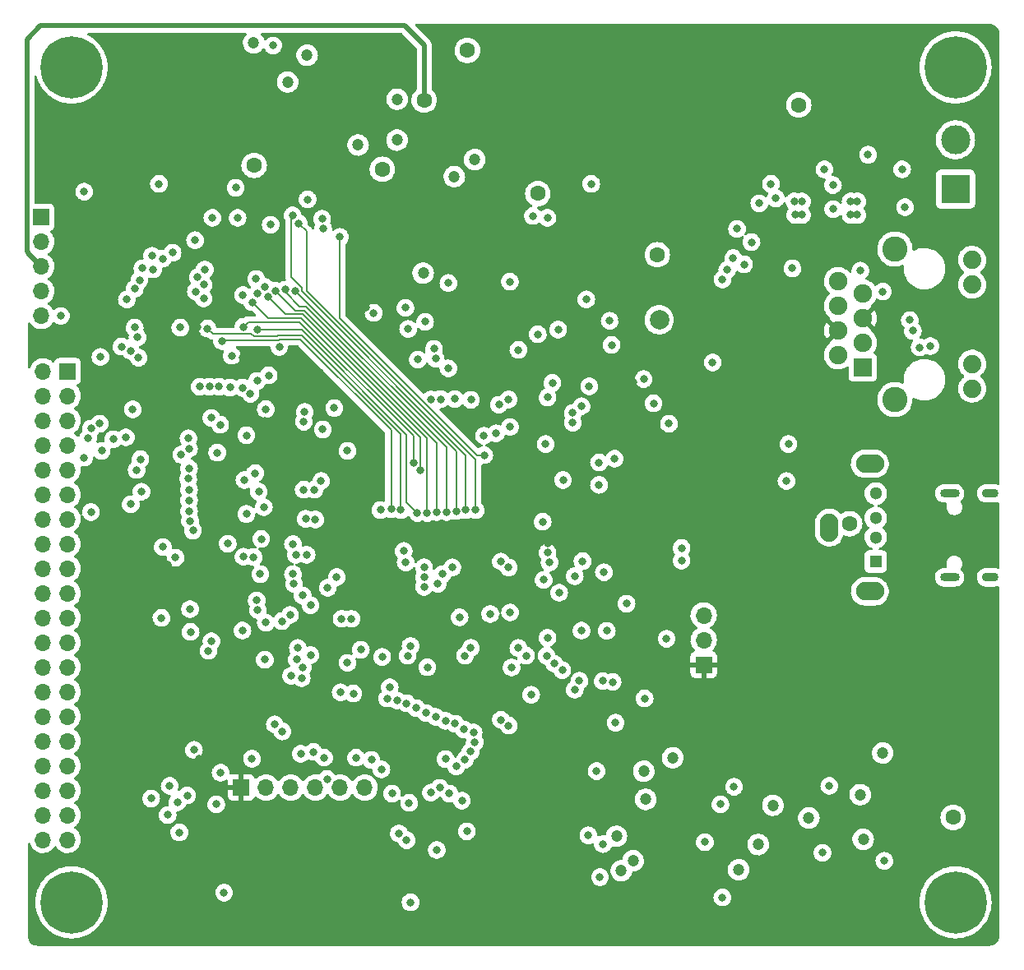
<source format=gbr>
%TF.GenerationSoftware,KiCad,Pcbnew,(5.99.0-9568-gb9d26a55f2)*%
%TF.CreationDate,2021-03-23T11:45:25+01:00*%
%TF.ProjectId,Controller,436f6e74-726f-46c6-9c65-722e6b696361,rev?*%
%TF.SameCoordinates,Original*%
%TF.FileFunction,Copper,L3,Inr*%
%TF.FilePolarity,Positive*%
%FSLAX46Y46*%
G04 Gerber Fmt 4.6, Leading zero omitted, Abs format (unit mm)*
G04 Created by KiCad (PCBNEW (5.99.0-9568-gb9d26a55f2)) date 2021-03-23 11:45:25*
%MOMM*%
%LPD*%
G01*
G04 APERTURE LIST*
%TA.AperFunction,ComponentPad*%
%ADD10C,6.400000*%
%TD*%
%TA.AperFunction,ComponentPad*%
%ADD11R,1.700000X1.700000*%
%TD*%
%TA.AperFunction,ComponentPad*%
%ADD12O,1.700000X1.700000*%
%TD*%
%TA.AperFunction,ComponentPad*%
%ADD13R,1.300000X1.300000*%
%TD*%
%TA.AperFunction,ComponentPad*%
%ADD14C,1.300000*%
%TD*%
%TA.AperFunction,ComponentPad*%
%ADD15O,2.900000X1.900000*%
%TD*%
%TA.AperFunction,ComponentPad*%
%ADD16O,1.900000X2.900000*%
%TD*%
%TA.AperFunction,ComponentPad*%
%ADD17C,2.600000*%
%TD*%
%TA.AperFunction,ComponentPad*%
%ADD18C,1.890000*%
%TD*%
%TA.AperFunction,ComponentPad*%
%ADD19R,1.900000X1.900000*%
%TD*%
%TA.AperFunction,ComponentPad*%
%ADD20C,1.900000*%
%TD*%
%TA.AperFunction,ComponentPad*%
%ADD21O,1.700000X0.900000*%
%TD*%
%TA.AperFunction,ComponentPad*%
%ADD22O,2.000000X0.900000*%
%TD*%
%TA.AperFunction,ComponentPad*%
%ADD23R,3.000000X3.000000*%
%TD*%
%TA.AperFunction,ComponentPad*%
%ADD24C,3.000000*%
%TD*%
%TA.AperFunction,ViaPad*%
%ADD25C,0.800000*%
%TD*%
%TA.AperFunction,ViaPad*%
%ADD26C,1.600000*%
%TD*%
%TA.AperFunction,ViaPad*%
%ADD27C,2.000000*%
%TD*%
%TA.AperFunction,ViaPad*%
%ADD28C,1.200000*%
%TD*%
%TA.AperFunction,Conductor*%
%ADD29C,0.500000*%
%TD*%
%TA.AperFunction,Conductor*%
%ADD30C,0.200000*%
%TD*%
G04 APERTURE END LIST*
D10*
%TO.N,N/C*%
%TO.C,REF\u002A\u002A*%
X71000000Y-34000000D03*
%TD*%
D11*
%TO.N,GND*%
%TO.C,J4*%
X67900000Y-49440000D03*
D12*
%TO.N,Encoder_B*%
X67900000Y-51980000D03*
%TO.N,+5V*%
X67900000Y-54520000D03*
%TO.N,Encoder_A*%
X67900000Y-57060000D03*
%TO.N,GND*%
X67900000Y-59600000D03*
%TD*%
D10*
%TO.N,N/C*%
%TO.C,REF\u002A\u002A*%
X162000000Y-34000000D03*
%TD*%
D13*
%TO.N,+5V*%
%TO.C,J5*%
X153785000Y-84900000D03*
D14*
%TO.N,USB_OTG_D-*%
X153785000Y-82400000D03*
%TO.N,USB_OTG_D+*%
X153785000Y-80400000D03*
%TO.N,GND*%
X153785000Y-77900000D03*
D15*
X153185000Y-87970000D03*
D16*
X149005000Y-81400000D03*
D15*
X153185000Y-74830000D03*
%TD*%
D10*
%TO.N,N/C*%
%TO.C,REF\u002A\u002A*%
X71000000Y-120000000D03*
%TD*%
D11*
%TO.N,LCD_VDD*%
%TO.C,J10*%
X136075000Y-95525000D03*
D12*
%TO.N,Boot0*%
X136075000Y-92985000D03*
%TO.N,GND*%
X136075000Y-90445000D03*
%TD*%
D17*
%TO.N,GND*%
%TO.C,J7*%
X155760011Y-68210028D03*
X155760011Y-52710028D03*
D18*
%TO.N,Net-(J7-PadL1)*%
X163710011Y-53835028D03*
%TO.N,Net-(J7-PadL2)*%
X163710011Y-56375028D03*
%TO.N,Net-(J7-PadL3)*%
X163710011Y-64532528D03*
%TO.N,Net-(J7-PadL4)*%
X163710011Y-67072528D03*
D19*
%TO.N,/TX+*%
X152450011Y-64910028D03*
D20*
%TO.N,/TX-*%
X149910011Y-63640028D03*
%TO.N,/RX+*%
X152450011Y-62370028D03*
%TO.N,LCD_VDD*%
X149910011Y-61100028D03*
X152450011Y-59830028D03*
%TO.N,/RX-*%
X149910011Y-58560028D03*
%TO.N,N/C*%
X152450011Y-57290028D03*
%TO.N,GND*%
X149910011Y-56020028D03*
%TD*%
D21*
%TO.N,GND*%
%TO.C,J6*%
X165565000Y-77880000D03*
D22*
X161395000Y-86520000D03*
D21*
X165565000Y-86520000D03*
D22*
X161395000Y-77880000D03*
%TD*%
D10*
%TO.N,N/C*%
%TO.C,REF\u002A\u002A*%
X162000000Y-120000000D03*
%TD*%
D11*
%TO.N,LCD_VDD*%
%TO.C,J3*%
X88475000Y-108175000D03*
D12*
%TO.N,SWD*%
X91015000Y-108175000D03*
%TO.N,SWCLK*%
X93555000Y-108175000D03*
%TO.N,GND*%
X96095000Y-108175000D03*
%TO.N,UART_TX1*%
X98635000Y-108175000D03*
%TO.N,UART_RX1*%
X101175000Y-108175000D03*
%TD*%
D23*
%TO.N,Vin*%
%TO.C,J1*%
X162000000Y-46540000D03*
D24*
%TO.N,GND*%
X162000000Y-41460000D03*
%TD*%
D11*
%TO.N,I2C2_SDA*%
%TO.C,J2*%
X70600000Y-65300000D03*
D12*
%TO.N,SPI1_MISO*%
X68060000Y-65300000D03*
%TO.N,I2C2_SCL*%
X70600000Y-67840000D03*
%TO.N,SPI1_MOSI*%
X68060000Y-67840000D03*
%TO.N,ADDR_LED4*%
X70600000Y-70380000D03*
%TO.N,SPI1_SCK*%
X68060000Y-70380000D03*
%TO.N,ADDR_LED3*%
X70600000Y-72920000D03*
%TO.N,SPI2_MISO*%
X68060000Y-72920000D03*
%TO.N,ADDR_LED2*%
X70600000Y-75460000D03*
%TO.N,SPI2_MOSI*%
X68060000Y-75460000D03*
%TO.N,ADDR_LED1*%
X70600000Y-78000000D03*
%TO.N,SPI2_SCK*%
X68060000Y-78000000D03*
%TO.N,UART_TX1*%
X70600000Y-80540000D03*
%TO.N,UART_TX2*%
X68060000Y-80540000D03*
%TO.N,UART_RX1*%
X70600000Y-83080000D03*
%TO.N,UART_RX2*%
X68060000Y-83080000D03*
%TO.N,I2C4_SCL*%
X70600000Y-85620000D03*
%TO.N,I2C4_SDA*%
X68060000Y-85620000D03*
%TO.N,GND*%
X70600000Y-88160000D03*
%TO.N,LCD_VDD*%
X68060000Y-88160000D03*
%TO.N,Galv_Interrupt*%
X70600000Y-90700000D03*
%TO.N,Galv_Enable*%
X68060000Y-90700000D03*
%TO.N,N/C*%
X70600000Y-93240000D03*
X68060000Y-93240000D03*
%TO.N,Virt-Bus2*%
X70600000Y-95780000D03*
X68060000Y-95780000D03*
X70600000Y-98320000D03*
X68060000Y-98320000D03*
X70600000Y-100860000D03*
X68060000Y-100860000D03*
X70600000Y-103400000D03*
X68060000Y-103400000D03*
%TO.N,Virt-Bus1*%
X70600000Y-105940000D03*
X68060000Y-105940000D03*
X70600000Y-108480000D03*
X68060000Y-108480000D03*
X70600000Y-111020000D03*
X68060000Y-111020000D03*
X70600000Y-113560000D03*
X68060000Y-113560000D03*
%TD*%
D25*
%TO.N,GND*%
X156800000Y-48400000D03*
X139115046Y-53640029D03*
X73976232Y-63823768D03*
X126600000Y-62600000D03*
X148500000Y-44500000D03*
X90432258Y-86200022D03*
X146200000Y-49200011D03*
D26*
X111750000Y-32250000D03*
D25*
X95300000Y-47600000D03*
D27*
X131500000Y-60000000D03*
D28*
X104525000Y-37275000D03*
D25*
X139505011Y-50640028D03*
X137000000Y-64400000D03*
X117000000Y-63100000D03*
X79200000Y-109300000D03*
X138000000Y-119500000D03*
X83605142Y-104300010D03*
D28*
X127100000Y-113200000D03*
D25*
X104700000Y-112900000D03*
X77500000Y-60800000D03*
D28*
X95250000Y-32750000D03*
D25*
X102100000Y-59300000D03*
D28*
X154500000Y-104600000D03*
D25*
X136200000Y-113800000D03*
X145400000Y-47799989D03*
X82199990Y-60805018D03*
X87500000Y-63700000D03*
X86000031Y-73679925D03*
X109799990Y-56206821D03*
X138005011Y-55840028D03*
X146200000Y-47800000D03*
X151200000Y-47800000D03*
X116300000Y-95800000D03*
X139200000Y-108100000D03*
X109900000Y-108800000D03*
X108312590Y-63000000D03*
X80253389Y-90700010D03*
X94200000Y-95000000D03*
D28*
X107200000Y-55200000D03*
D25*
X151200000Y-49200000D03*
X90900000Y-95000000D03*
X144600000Y-76600000D03*
X87900000Y-46400000D03*
X89000000Y-80000000D03*
D28*
X104500000Y-41500000D03*
D26*
X145866109Y-37866109D03*
D25*
X128137500Y-89237500D03*
X149000000Y-108000000D03*
X72300000Y-46800000D03*
X144800000Y-72800000D03*
X99400011Y-95330764D03*
X151900000Y-49200000D03*
X119505358Y-80800000D03*
X120000000Y-84000000D03*
D28*
X152500000Y-113500000D03*
D25*
X111179883Y-109528112D03*
D26*
X89800000Y-44100000D03*
D25*
X92387948Y-62794687D03*
X126900000Y-74300000D03*
X91000000Y-69200000D03*
X151900000Y-47800000D03*
X93900000Y-87200000D03*
X91750000Y-31750000D03*
X145211073Y-54700972D03*
X107631598Y-95793722D03*
X143500000Y-47500000D03*
X130000000Y-99000000D03*
D28*
X110406411Y-45239990D03*
X146900000Y-111300000D03*
D25*
X119800000Y-72800000D03*
X80000000Y-46000000D03*
X82900000Y-109000000D03*
X145500000Y-49200000D03*
X124000000Y-57900000D03*
X141000000Y-52000000D03*
%TO.N,LCD_VDD*%
X123700000Y-114600000D03*
X84000021Y-60800000D03*
X120000000Y-83000000D03*
X86100030Y-80892075D03*
X80746924Y-88404709D03*
X84100000Y-105200000D03*
X69800000Y-62000000D03*
X128800000Y-66400000D03*
X80900000Y-85200000D03*
X73900000Y-86600000D03*
X80699938Y-69507135D03*
X121600000Y-55900000D03*
X127669662Y-59969662D03*
X113100000Y-96592708D03*
X123500000Y-94900000D03*
X148005011Y-56040028D03*
X90705000Y-114605000D03*
X113400000Y-64300000D03*
X135100000Y-64300000D03*
X119500000Y-78800000D03*
X90900000Y-70400000D03*
X85910989Y-75873041D03*
X79901449Y-60899990D03*
X96600000Y-65400000D03*
X88654874Y-63899960D03*
X84075022Y-100275032D03*
X76900000Y-45600000D03*
X84700000Y-44400000D03*
X101300000Y-58700000D03*
X109925006Y-94997442D03*
X91000000Y-92800000D03*
X128400000Y-56800000D03*
D26*
X79250000Y-38500000D03*
D25*
X102200000Y-90900000D03*
X127100000Y-71300000D03*
X124200000Y-64300000D03*
X87900094Y-89369727D03*
X107600000Y-52300000D03*
X135000000Y-55800000D03*
D28*
X99200000Y-34000000D03*
D25*
X148205011Y-64840028D03*
X107500000Y-61600000D03*
%TO.N,USER_BTN*%
X94600000Y-104700000D03*
X83260680Y-92147468D03*
D26*
%TO.N,Vin*%
X161749979Y-111257557D03*
D25*
X119000000Y-61500000D03*
D26*
X119000000Y-47000000D03*
X103000000Y-44500000D03*
D25*
%TO.N,Backlight*%
X85900000Y-109900000D03*
X86350000Y-106650000D03*
X94300000Y-93800000D03*
X86700000Y-119000000D03*
X89575020Y-105200000D03*
X93606382Y-96665212D03*
%TO.N,18V*%
X154671680Y-115728320D03*
X127000000Y-101500000D03*
D28*
X128798161Y-115728320D03*
D26*
%TO.N,+5V*%
X107300000Y-37375002D03*
X131300000Y-53300000D03*
X151100000Y-81000000D03*
D28*
%TO.N,Backlight Cathode*%
X129900000Y-106500000D03*
X132900000Y-105100000D03*
%TO.N,Backlight Anode*%
X152200000Y-108900000D03*
X130100000Y-109400000D03*
%TO.N,-6V*%
X143200000Y-110000000D03*
X141700000Y-114049990D03*
X139675572Y-116649979D03*
X127600000Y-116750010D03*
D25*
%TO.N,RESET*%
X130915721Y-68599990D03*
X132500000Y-70700000D03*
%TO.N,Galv_Interrupt*%
X97300000Y-107300032D03*
%TO.N,Galv_Enable*%
X97000000Y-105100002D03*
X83199959Y-89795917D03*
%TO.N,SPI2_SCK*%
X77100000Y-79000000D03*
X100300000Y-105100000D03*
%TO.N,SPI1_SCK*%
X113446984Y-71944186D03*
X85400043Y-70100000D03*
X75300000Y-72300000D03*
X73000000Y-71200000D03*
%TO.N,SPI2_MOSI*%
X72300000Y-74200000D03*
%TO.N,SPI1_MOSI*%
X107300000Y-86500000D03*
X109200000Y-86200000D03*
X94800000Y-95800000D03*
X91926670Y-101671006D03*
X94800000Y-88400000D03*
X77299875Y-69223890D03*
%TO.N,SPI1_MISO*%
X87320917Y-66974959D03*
X112115752Y-68246216D03*
%TO.N,ADDR_LED1*%
X78200000Y-77700000D03*
X116127339Y-71027339D03*
X96700000Y-76600000D03*
X89900000Y-75800000D03*
X78088839Y-74355038D03*
X96862707Y-71299990D03*
%TO.N,USB_OTG_D-*%
X133800000Y-84800000D03*
%TO.N,ADDR_LED2*%
X95599990Y-94530764D03*
X108700011Y-87200000D03*
X77699903Y-75455084D03*
X95600000Y-89400000D03*
X92700000Y-102399968D03*
X107300000Y-87500000D03*
%TO.N,USB_OTG_D+*%
X133800000Y-83500000D03*
%TO.N,ADDR_LED3*%
X74100000Y-73500000D03*
X72700000Y-72200000D03*
X99400000Y-73500000D03*
X89000000Y-71900000D03*
%TO.N,I2C3_SCL*%
X80900000Y-111000000D03*
X85400000Y-93100000D03*
X90103557Y-66296443D03*
X81100000Y-108000000D03*
%TO.N,ADDR_LED4*%
X86300000Y-70800000D03*
X76599865Y-72100000D03*
X73900000Y-70700000D03*
X114681070Y-71700064D03*
%TO.N,I2C3_SDA*%
X91300000Y-65725043D03*
X85100000Y-94100000D03*
%TO.N,I2C2_SCL*%
X89418672Y-67628708D03*
X116000000Y-68200000D03*
%TO.N,I2C2_SDA*%
X88600000Y-67000000D03*
X114990070Y-68741871D03*
%TO.N,I2C4_SCL*%
X94100000Y-84200000D03*
X95100000Y-80500000D03*
X89754141Y-84445859D03*
X94900000Y-77500000D03*
%TO.N,I2C4_SDA*%
X96099334Y-80569236D03*
X88700000Y-84400032D03*
X95200000Y-84200000D03*
X96000000Y-77500000D03*
%TO.N,UART_RX2*%
X80400000Y-83400000D03*
X101872168Y-105327832D03*
%TO.N,UART_RX1*%
X110200000Y-85500000D03*
X73000000Y-79800000D03*
X97373428Y-87599394D03*
X98300000Y-86500000D03*
X107300000Y-85500000D03*
X90527854Y-82572189D03*
X100006479Y-98499968D03*
%TO.N,UART_TX2*%
X81700000Y-84500000D03*
X102900000Y-106300000D03*
X102983156Y-94726898D03*
X100787252Y-93983435D03*
%TO.N,UART_TX1*%
X98700032Y-98369236D03*
X93800000Y-83100000D03*
%TO.N,SWD*%
X88600000Y-92000000D03*
X93800000Y-86200000D03*
%TO.N,Encoder_A*%
X83199980Y-80713613D03*
%TO.N,Encoder_B*%
X69900000Y-59600000D03*
X83499979Y-81700000D03*
%TO.N,Net-(J7-PadL3)*%
X158305011Y-62840028D03*
%TO.N,Net-(J7-PadL2)*%
X157605011Y-61140028D03*
%TO.N,LCD_CT_RESET*%
X82100000Y-112800000D03*
X81900000Y-109700000D03*
%TO.N,LCD_DITHB*%
X126700000Y-97300000D03*
X125800000Y-86000000D03*
X125049990Y-106483909D03*
X119604543Y-86786493D03*
X105500000Y-113600000D03*
X122800000Y-86400000D03*
%TO.N,2.9V*%
X125400000Y-117400000D03*
X125700000Y-114000000D03*
X109500000Y-105250000D03*
X105750000Y-109750000D03*
%TO.N,9.6V*%
X108600000Y-114600000D03*
X148300000Y-114900000D03*
X105900000Y-120000000D03*
X137800000Y-109900000D03*
%TO.N,LCD_SHLR*%
X108900000Y-108200000D03*
X121200000Y-88100000D03*
%TO.N,LCD_PCLK*%
X110600000Y-106000000D03*
X102800000Y-79600000D03*
%TO.N,LCD_R0*%
X105900000Y-93600000D03*
X111500000Y-105300000D03*
%TO.N,LCD_R1*%
X124300000Y-66849990D03*
X111700000Y-112700000D03*
%TO.N,LCD_R2*%
X112072168Y-104472168D03*
X95900000Y-104500000D03*
%TO.N,LCD_R3*%
X112500000Y-103500000D03*
X84200010Y-66895386D03*
%TO.N,LCD_R4*%
X85200000Y-66900000D03*
X112400000Y-102500000D03*
%TO.N,LCD_R5*%
X86200000Y-66900000D03*
X111400000Y-102200000D03*
%TO.N,LCD_R6*%
X110500000Y-101600000D03*
X87085267Y-83059870D03*
%TO.N,LCD_R7*%
X90800000Y-79300000D03*
X109500000Y-101300000D03*
%TO.N,LCD_G0*%
X115200000Y-101200000D03*
X120700000Y-95400000D03*
%TO.N,LCD_G1*%
X116000000Y-101800000D03*
X121522170Y-96079539D03*
%TO.N,LCD_G2*%
X90063894Y-88900000D03*
X108500000Y-100900000D03*
%TO.N,LCD_G3*%
X107500000Y-100500000D03*
X90174953Y-89901597D03*
%TO.N,LCD_G4*%
X91000000Y-91200000D03*
X106500000Y-100000000D03*
%TO.N,LCD_G5*%
X92660682Y-91039318D03*
X105500000Y-99500000D03*
%TO.N,LCD_G6*%
X104500000Y-99200000D03*
X93500000Y-90400000D03*
%TO.N,LCD_G7*%
X103500000Y-99000000D03*
X94699950Y-96900000D03*
%TO.N,LCD_B0*%
X119900000Y-94600000D03*
X118310973Y-98621009D03*
%TO.N,LCD_B1*%
X103760423Y-97842263D03*
X105600000Y-94600000D03*
%TO.N,LCD_B6*%
X117800000Y-94600000D03*
X111500000Y-94600000D03*
%TO.N,LCD_B7*%
X117000000Y-93800000D03*
X112100000Y-93800000D03*
%TO.N,LCD_HSYNC*%
X122800000Y-98100000D03*
X115200000Y-84900000D03*
%TO.N,LCD_VSYNC*%
X116000000Y-85500000D03*
X123273892Y-97186946D03*
%TO.N,LDC_MODE*%
X104000000Y-108800000D03*
X124200000Y-113100000D03*
%TO.N,LCD_DEN*%
X125300010Y-76999979D03*
X125700000Y-97200000D03*
D28*
%TO.N,VLCD*%
X100500000Y-42000000D03*
X112500000Y-43500000D03*
D25*
%TO.N,Net-(R8-Pad1)*%
X120200968Y-84992911D03*
X105200000Y-83800000D03*
%TO.N,Net-(R9-Pad1)*%
X105400000Y-85000000D03*
X123599990Y-84867596D03*
%TO.N,25Mhz*%
X116125000Y-56075000D03*
X121600000Y-76500000D03*
%TO.N,RMII_TXD+*%
X94907340Y-70499990D03*
X122600000Y-70601600D03*
%TO.N,RMII_TXD-*%
X122600000Y-69598400D03*
X95000000Y-69500000D03*
%TO.N,RMII_RXER*%
X126400000Y-60100000D03*
X121100000Y-61000000D03*
%TO.N,Net-(R43-Pad2)*%
X153000000Y-43000000D03*
X156500000Y-44500000D03*
%TO.N,RMII_TXEN*%
X98049990Y-69086060D03*
X123500000Y-68900000D03*
%TO.N,RMII_MDC*%
X125300010Y-74699979D03*
X129900000Y-66100000D03*
%TO.N,Net-(J7-PadL1)*%
X152205011Y-54940028D03*
X138505011Y-54840028D03*
X157302210Y-60042830D03*
%TO.N,Net-(J7-PadL4)*%
X159400000Y-62700000D03*
X154500000Y-57100000D03*
X140237287Y-54289436D03*
%TO.N,LCD_UPDN*%
X108000000Y-108700000D03*
X119999979Y-92752878D03*
%TO.N,SDRAM_A0*%
X91200000Y-57600000D03*
X107600000Y-79900000D03*
%TO.N,SDRAM_A1*%
X92000000Y-57000000D03*
X108600000Y-79800000D03*
%TO.N,SDRAM_A2*%
X93000000Y-56900063D03*
X109600000Y-79800000D03*
%TO.N,SDRAM_A3*%
X110600000Y-79700000D03*
X93997831Y-57002089D03*
%TO.N,SDRAM_A4*%
X111600000Y-79600000D03*
X93757628Y-49245421D03*
%TO.N,SDRAM_A5*%
X94382411Y-50070457D03*
X112600000Y-79600000D03*
%TO.N,SDRAM_SDNWE*%
X90000000Y-55800000D03*
X108000000Y-68199913D03*
%TO.N,SDRAM_SDNE0*%
X113485993Y-73950010D03*
X98627119Y-51463185D03*
X88644982Y-57455018D03*
%TO.N,SDRAM_SDCKE0*%
X88100000Y-49500000D03*
X109000000Y-68175010D03*
%TO.N,SDRAM_SDNRAS*%
X90900000Y-56600000D03*
X105373623Y-58763587D03*
%TO.N,SDRAM_A6*%
X108486544Y-64000000D03*
X96800000Y-49600000D03*
%TO.N,SDRAM_A7*%
X106650042Y-64095795D03*
X96900000Y-50600000D03*
%TO.N,SDRAM_A8*%
X107400000Y-60200000D03*
X91499598Y-50200010D03*
%TO.N,SDRAM_A10*%
X90130256Y-57300010D03*
X105655018Y-60944982D03*
%TO.N,SDRAM_D8*%
X83721413Y-51799884D03*
X84722168Y-54822168D03*
%TO.N,SDRAM_D9*%
X84000000Y-55600000D03*
X81400000Y-53100000D03*
%TO.N,SDRAM_D10*%
X84600000Y-56400000D03*
X80400000Y-53700000D03*
%TO.N,SDRAM_D11*%
X83800000Y-57100000D03*
X79300000Y-53400000D03*
%TO.N,SDRAM_D12*%
X84600000Y-57800000D03*
X79400000Y-54800000D03*
%TO.N,SDRAM_D13*%
X83034123Y-72196491D03*
X78300000Y-54700000D03*
%TO.N,SDRAM_D14*%
X83100000Y-73300000D03*
X78000000Y-55900000D03*
%TO.N,SDRAM_D15*%
X82300000Y-73900000D03*
X77500000Y-56800000D03*
%TO.N,SDRAM_D0*%
X83016884Y-76381399D03*
X76144982Y-62755018D03*
%TO.N,SDRAM_D1*%
X83100000Y-77500000D03*
X77100000Y-63200000D03*
%TO.N,SDRAM_BA0*%
X106200010Y-74740609D03*
X88673086Y-60736950D03*
%TO.N,SDRAM_BA1*%
X106900000Y-75500000D03*
X89600000Y-58200000D03*
%TO.N,SDRAM_SDCLK*%
X83100000Y-79700000D03*
X76700000Y-57900000D03*
%TO.N,SDRAM_D2*%
X98800000Y-90800000D03*
X90269597Y-77695563D03*
X77900000Y-63899980D03*
X83100000Y-78600000D03*
%TO.N,SDRAM_D3*%
X99800000Y-90800000D03*
X77800000Y-61800000D03*
X88800000Y-76500000D03*
X83100000Y-75300000D03*
%TO.N,SDRAM_SDNCAS*%
X86500000Y-62200000D03*
X103900000Y-79500000D03*
%TO.N,Boot0*%
X114100000Y-90300000D03*
X116148171Y-90142507D03*
X126100032Y-92025010D03*
X132250041Y-92857069D03*
X110950010Y-90639385D03*
X123500000Y-92000000D03*
%TO.N,SDRAM_NBL0*%
X85000000Y-60900000D03*
X104900000Y-79600000D03*
%TO.N,SDRAM_NBL1*%
X106600000Y-79900000D03*
X90100000Y-61000000D03*
X85500000Y-49500000D03*
D28*
%TO.N,Net-(C56-Pad2)*%
X93250000Y-35500000D03*
X89750000Y-31474998D03*
D25*
%TO.N,Vinsense*%
X120000000Y-68000000D03*
X120500000Y-66500000D03*
%TO.N,Power2*%
X143000000Y-46000000D03*
X149384026Y-46126010D03*
X110472637Y-68157385D03*
X120000000Y-49500000D03*
X124500000Y-46000000D03*
%TO.N,Power3*%
X149400000Y-48600000D03*
X118500000Y-49299990D03*
X141800000Y-48000000D03*
X109799990Y-65000000D03*
%TD*%
D29*
%TO.N,+5V*%
X66400000Y-53000000D02*
X66400000Y-31100000D01*
X67900000Y-54520000D02*
X66599989Y-53219989D01*
X66400000Y-31100000D02*
X67800000Y-29700000D01*
X66599989Y-53219989D02*
X66599989Y-53199989D01*
X107300000Y-31700000D02*
X107300000Y-37375002D01*
X105300000Y-29700000D02*
X107300000Y-31700000D01*
X66500000Y-53100000D02*
X66400000Y-53000000D01*
X66599989Y-53199989D02*
X66500000Y-53100000D01*
X67800000Y-29700000D02*
X105300000Y-29700000D01*
D30*
%TO.N,SDRAM_A0*%
X107600000Y-72230115D02*
X94807353Y-59437468D01*
X107600000Y-79900000D02*
X107600000Y-72230115D01*
X93037468Y-59437468D02*
X91200000Y-57600000D01*
X94807353Y-59437468D02*
X93037468Y-59437468D01*
%TO.N,SDRAM_A1*%
X108600000Y-72664415D02*
X94973041Y-59037456D01*
X94973041Y-59037456D02*
X94037456Y-59037456D01*
X108600000Y-79800000D02*
X108600000Y-72664415D01*
X94037456Y-59037456D02*
X92000000Y-57000000D01*
%TO.N,SDRAM_A2*%
X94474645Y-58637445D02*
X93000000Y-57162800D01*
X95138730Y-58637445D02*
X94474645Y-58637445D01*
X93000000Y-57162800D02*
X93000000Y-56900063D01*
X109600000Y-79800000D02*
X109600000Y-73098715D01*
X109600000Y-73098715D02*
X95138730Y-58637445D01*
%TO.N,SDRAM_A3*%
X110600000Y-73533015D02*
X94069074Y-57002089D01*
X110600000Y-79700000D02*
X110600000Y-73533015D01*
X94069074Y-57002089D02*
X93997831Y-57002089D01*
%TO.N,SDRAM_A4*%
X111600000Y-79600000D02*
X111600000Y-73967315D01*
X94699978Y-57067293D02*
X94699978Y-56670266D01*
X93644982Y-49358067D02*
X93757628Y-49245421D01*
X94699978Y-56670266D02*
X93644982Y-55615270D01*
X93644982Y-55615270D02*
X93644982Y-49358067D01*
X111600000Y-73967315D02*
X94699978Y-57067293D01*
%TO.N,SDRAM_A5*%
X112600000Y-74401615D02*
X95199989Y-57001604D01*
X95199989Y-50888035D02*
X94382411Y-50070457D01*
X112600000Y-79600000D02*
X112600000Y-74401615D01*
X95199989Y-57001604D02*
X95199989Y-50888035D01*
%TO.N,SDRAM_SDNE0*%
X112714095Y-73950010D02*
X113485993Y-73950010D01*
X98627119Y-59863034D02*
X112714095Y-73950010D01*
X98627119Y-51463185D02*
X98627119Y-59863034D01*
%TO.N,SDRAM_BA0*%
X106200010Y-74740609D02*
X106200010Y-71961525D01*
X89172547Y-60237489D02*
X88673086Y-60736950D01*
X94475974Y-60237489D02*
X89172547Y-60237489D01*
X106200010Y-71961525D02*
X94475974Y-60237489D01*
%TO.N,SDRAM_BA1*%
X91237479Y-59837479D02*
X89600000Y-58200000D01*
X106900000Y-75500000D02*
X106900011Y-75499989D01*
X106900011Y-75499989D02*
X106900011Y-72095826D01*
X94641664Y-59837479D02*
X91237479Y-59837479D01*
X106900011Y-72095826D02*
X94641664Y-59837479D01*
%TO.N,SDRAM_SDNCAS*%
X92364200Y-62037502D02*
X94578887Y-62037502D01*
X94578887Y-62037502D02*
X103900000Y-71358615D01*
X86500000Y-62200000D02*
X86599989Y-62100011D01*
X92301691Y-62100011D02*
X92364200Y-62037502D01*
X103900000Y-71358615D02*
X103900000Y-79500000D01*
X86599989Y-62100011D02*
X92301691Y-62100011D01*
%TO.N,SDRAM_NBL0*%
X85536961Y-61436961D02*
X85000000Y-60900000D01*
X89763999Y-61700001D02*
X89500959Y-61436961D01*
X89500959Y-61436961D02*
X85536961Y-61436961D01*
X94744576Y-61637491D02*
X92198511Y-61637491D01*
X92198511Y-61637491D02*
X92136001Y-61700001D01*
X104900000Y-71792915D02*
X94744576Y-61637491D01*
X92136001Y-61700001D02*
X89763999Y-61700001D01*
X104900000Y-79600000D02*
X104900000Y-71792915D01*
%TO.N,SDRAM_NBL1*%
X105499999Y-71827214D02*
X94672785Y-61000000D01*
X105499999Y-78799999D02*
X105499999Y-71827214D01*
X94672785Y-61000000D02*
X90100000Y-61000000D01*
X106600000Y-79900000D02*
X105499999Y-78799999D01*
%TD*%
%TA.AperFunction,Conductor*%
%TO.N,LCD_VDD*%
G36*
X165498163Y-29508607D02*
G01*
X165674740Y-29525999D01*
X165698957Y-29530815D01*
X165862809Y-29580518D01*
X165885629Y-29589971D01*
X166036631Y-29670683D01*
X166057158Y-29684399D01*
X166189521Y-29793026D01*
X166206974Y-29810479D01*
X166315601Y-29942842D01*
X166329319Y-29963372D01*
X166410029Y-30114371D01*
X166419482Y-30137190D01*
X166469185Y-30301043D01*
X166474001Y-30325260D01*
X166491393Y-30501837D01*
X166492000Y-30514187D01*
X166492000Y-76871766D01*
X166471998Y-76939887D01*
X166418342Y-76986380D01*
X166348068Y-76996484D01*
X166315960Y-76987403D01*
X166262193Y-76964136D01*
X166262186Y-76964134D01*
X166256333Y-76961601D01*
X166211622Y-76952260D01*
X166070458Y-76922769D01*
X166070454Y-76922769D01*
X166065713Y-76921778D01*
X166060408Y-76921500D01*
X165115775Y-76921500D01*
X165085512Y-76924574D01*
X164977609Y-76935534D01*
X164977607Y-76935534D01*
X164971261Y-76936179D01*
X164785437Y-76994413D01*
X164615117Y-77088823D01*
X164467260Y-77215552D01*
X164347906Y-77369423D01*
X164329355Y-77407124D01*
X164276837Y-77513855D01*
X164261929Y-77544151D01*
X164260320Y-77550329D01*
X164260319Y-77550331D01*
X164214452Y-77726415D01*
X164214451Y-77726420D01*
X164212842Y-77732598D01*
X164210868Y-77770265D01*
X164204069Y-77900000D01*
X164202650Y-77927067D01*
X164231770Y-78119613D01*
X164233975Y-78125606D01*
X164296809Y-78296385D01*
X164296811Y-78296390D01*
X164299012Y-78302371D01*
X164401629Y-78467875D01*
X164406010Y-78472508D01*
X164406011Y-78472509D01*
X164487815Y-78559014D01*
X164535429Y-78609365D01*
X164540659Y-78613027D01*
X164540660Y-78613028D01*
X164666685Y-78701271D01*
X164694947Y-78721060D01*
X164873667Y-78798399D01*
X164879915Y-78799704D01*
X164879914Y-78799704D01*
X165059542Y-78837231D01*
X165059546Y-78837231D01*
X165064287Y-78838222D01*
X165069592Y-78838500D01*
X166014225Y-78838500D01*
X166060002Y-78833850D01*
X166152391Y-78824466D01*
X166152393Y-78824466D01*
X166158739Y-78823821D01*
X166328321Y-78770677D01*
X166399306Y-78769393D01*
X166459716Y-78806690D01*
X166490373Y-78870726D01*
X166492000Y-78890911D01*
X166492000Y-85511766D01*
X166471998Y-85579887D01*
X166418342Y-85626380D01*
X166348068Y-85636484D01*
X166315960Y-85627403D01*
X166262193Y-85604136D01*
X166262186Y-85604134D01*
X166256333Y-85601601D01*
X166187558Y-85587233D01*
X166070458Y-85562769D01*
X166070454Y-85562769D01*
X166065713Y-85561778D01*
X166060408Y-85561500D01*
X165115775Y-85561500D01*
X165103282Y-85562769D01*
X164977609Y-85575534D01*
X164977607Y-85575534D01*
X164971261Y-85576179D01*
X164785437Y-85634413D01*
X164615117Y-85728823D01*
X164467260Y-85855552D01*
X164347906Y-86009423D01*
X164261929Y-86184151D01*
X164260320Y-86190329D01*
X164260319Y-86190331D01*
X164214452Y-86366415D01*
X164214451Y-86366420D01*
X164212842Y-86372598D01*
X164212278Y-86383363D01*
X164203271Y-86555220D01*
X164202650Y-86567067D01*
X164231770Y-86759613D01*
X164233975Y-86765606D01*
X164296809Y-86936385D01*
X164296811Y-86936390D01*
X164299012Y-86942371D01*
X164324183Y-86982968D01*
X164378260Y-87070184D01*
X164401629Y-87107875D01*
X164406010Y-87112508D01*
X164406011Y-87112509D01*
X164494955Y-87206565D01*
X164535429Y-87249365D01*
X164540659Y-87253027D01*
X164540660Y-87253028D01*
X164641821Y-87323861D01*
X164694947Y-87361060D01*
X164803442Y-87408010D01*
X164845126Y-87426048D01*
X164873667Y-87438399D01*
X164879915Y-87439704D01*
X164879914Y-87439704D01*
X165059542Y-87477231D01*
X165059546Y-87477231D01*
X165064287Y-87478222D01*
X165069592Y-87478500D01*
X166014225Y-87478500D01*
X166060002Y-87473850D01*
X166152391Y-87464466D01*
X166152393Y-87464466D01*
X166158739Y-87463821D01*
X166328321Y-87410677D01*
X166399306Y-87409393D01*
X166459716Y-87446690D01*
X166490373Y-87510726D01*
X166492000Y-87530911D01*
X166492000Y-123485813D01*
X166491393Y-123498163D01*
X166474002Y-123674737D01*
X166469185Y-123698957D01*
X166419482Y-123862809D01*
X166410029Y-123885629D01*
X166329319Y-124036628D01*
X166315601Y-124057158D01*
X166206974Y-124189521D01*
X166189521Y-124206974D01*
X166057158Y-124315601D01*
X166036631Y-124329317D01*
X165944417Y-124378607D01*
X165885629Y-124410029D01*
X165862810Y-124419482D01*
X165698957Y-124469185D01*
X165674740Y-124474001D01*
X165498163Y-124491393D01*
X165485813Y-124492000D01*
X67514187Y-124492000D01*
X67501837Y-124491393D01*
X67325260Y-124474001D01*
X67301043Y-124469185D01*
X67137190Y-124419482D01*
X67114371Y-124410029D01*
X67055583Y-124378607D01*
X66963369Y-124329317D01*
X66942842Y-124315601D01*
X66810479Y-124206974D01*
X66793026Y-124189521D01*
X66684399Y-124057158D01*
X66670681Y-124036628D01*
X66589971Y-123885629D01*
X66580518Y-123862809D01*
X66530815Y-123698957D01*
X66525998Y-123674737D01*
X66508607Y-123498163D01*
X66508000Y-123485813D01*
X66508000Y-120000000D01*
X67286500Y-120000000D01*
X67306843Y-120388166D01*
X67307356Y-120391406D01*
X67307357Y-120391414D01*
X67310063Y-120408496D01*
X67367649Y-120772080D01*
X67468252Y-121147535D01*
X67607549Y-121510417D01*
X67784015Y-121856750D01*
X67995715Y-122182741D01*
X68240332Y-122484817D01*
X68515183Y-122759668D01*
X68817259Y-123004285D01*
X69143250Y-123215985D01*
X69146184Y-123217480D01*
X69146191Y-123217484D01*
X69486643Y-123390953D01*
X69489583Y-123392451D01*
X69852465Y-123531748D01*
X70227920Y-123632351D01*
X70431929Y-123664663D01*
X70608586Y-123692643D01*
X70608594Y-123692644D01*
X70611834Y-123693157D01*
X71000000Y-123713500D01*
X71388166Y-123693157D01*
X71391406Y-123692644D01*
X71391414Y-123692643D01*
X71568071Y-123664663D01*
X71772080Y-123632351D01*
X72147535Y-123531748D01*
X72510417Y-123392451D01*
X72513357Y-123390953D01*
X72853809Y-123217484D01*
X72853816Y-123217480D01*
X72856750Y-123215985D01*
X73182741Y-123004285D01*
X73484817Y-122759668D01*
X73759668Y-122484817D01*
X74004285Y-122182741D01*
X74215985Y-121856750D01*
X74392451Y-121510417D01*
X74531748Y-121147535D01*
X74632351Y-120772080D01*
X74689937Y-120408496D01*
X74692643Y-120391414D01*
X74692644Y-120391406D01*
X74693157Y-120388166D01*
X74713500Y-120000000D01*
X104986500Y-120000000D01*
X105006462Y-120189927D01*
X105065476Y-120371554D01*
X105068779Y-120377276D01*
X105068780Y-120377277D01*
X105102689Y-120436008D01*
X105160963Y-120536942D01*
X105288749Y-120678863D01*
X105294091Y-120682744D01*
X105294093Y-120682746D01*
X105412563Y-120768819D01*
X105443250Y-120791114D01*
X105449278Y-120793798D01*
X105449280Y-120793799D01*
X105611682Y-120866105D01*
X105617713Y-120868790D01*
X105711113Y-120888643D01*
X105798056Y-120907124D01*
X105798061Y-120907124D01*
X105804513Y-120908496D01*
X105995487Y-120908496D01*
X106001939Y-120907124D01*
X106001944Y-120907124D01*
X106088887Y-120888643D01*
X106182287Y-120868790D01*
X106188318Y-120866105D01*
X106350720Y-120793799D01*
X106350722Y-120793798D01*
X106356750Y-120791114D01*
X106387437Y-120768819D01*
X106505907Y-120682746D01*
X106505909Y-120682744D01*
X106511251Y-120678863D01*
X106639037Y-120536942D01*
X106697311Y-120436008D01*
X106731220Y-120377277D01*
X106731221Y-120377276D01*
X106734524Y-120371554D01*
X106793538Y-120189927D01*
X106813500Y-120000000D01*
X106793538Y-119810073D01*
X106734524Y-119628446D01*
X106660366Y-119500000D01*
X137086500Y-119500000D01*
X137106462Y-119689927D01*
X137165476Y-119871554D01*
X137168779Y-119877276D01*
X137168780Y-119877277D01*
X137202689Y-119936008D01*
X137260963Y-120036942D01*
X137388749Y-120178863D01*
X137394091Y-120182744D01*
X137394093Y-120182746D01*
X137537908Y-120287233D01*
X137543250Y-120291114D01*
X137549278Y-120293798D01*
X137549280Y-120293799D01*
X137711682Y-120366105D01*
X137717713Y-120368790D01*
X137793391Y-120384876D01*
X137898056Y-120407124D01*
X137898061Y-120407124D01*
X137904513Y-120408496D01*
X138095487Y-120408496D01*
X138101939Y-120407124D01*
X138101944Y-120407124D01*
X138206609Y-120384876D01*
X138282287Y-120368790D01*
X138288318Y-120366105D01*
X138450720Y-120293799D01*
X138450722Y-120293798D01*
X138456750Y-120291114D01*
X138462092Y-120287233D01*
X138605907Y-120182746D01*
X138605909Y-120182744D01*
X138611251Y-120178863D01*
X138739037Y-120036942D01*
X138760365Y-120000000D01*
X158286500Y-120000000D01*
X158306843Y-120388166D01*
X158307356Y-120391406D01*
X158307357Y-120391414D01*
X158310063Y-120408496D01*
X158367649Y-120772080D01*
X158468252Y-121147535D01*
X158607549Y-121510417D01*
X158784015Y-121856750D01*
X158995715Y-122182741D01*
X159240332Y-122484817D01*
X159515183Y-122759668D01*
X159817259Y-123004285D01*
X160143250Y-123215985D01*
X160146184Y-123217480D01*
X160146191Y-123217484D01*
X160486643Y-123390953D01*
X160489583Y-123392451D01*
X160852465Y-123531748D01*
X161227920Y-123632351D01*
X161431929Y-123664663D01*
X161608586Y-123692643D01*
X161608594Y-123692644D01*
X161611834Y-123693157D01*
X162000000Y-123713500D01*
X162388166Y-123693157D01*
X162391406Y-123692644D01*
X162391414Y-123692643D01*
X162568071Y-123664663D01*
X162772080Y-123632351D01*
X163147535Y-123531748D01*
X163510417Y-123392451D01*
X163513357Y-123390953D01*
X163853809Y-123217484D01*
X163853816Y-123217480D01*
X163856750Y-123215985D01*
X164182741Y-123004285D01*
X164484817Y-122759668D01*
X164759668Y-122484817D01*
X165004285Y-122182741D01*
X165215985Y-121856750D01*
X165392451Y-121510417D01*
X165531748Y-121147535D01*
X165632351Y-120772080D01*
X165689937Y-120408496D01*
X165692643Y-120391414D01*
X165692644Y-120391406D01*
X165693157Y-120388166D01*
X165713500Y-120000000D01*
X165693157Y-119611834D01*
X165681296Y-119536942D01*
X165646402Y-119316637D01*
X165632351Y-119227920D01*
X165531748Y-118852465D01*
X165521608Y-118826048D01*
X165445755Y-118628446D01*
X165392451Y-118489583D01*
X165304645Y-118317254D01*
X165217484Y-118146191D01*
X165217480Y-118146184D01*
X165215985Y-118143250D01*
X165176694Y-118082746D01*
X165006080Y-117820023D01*
X165006080Y-117820022D01*
X165004285Y-117817259D01*
X164820195Y-117589927D01*
X164761743Y-117517745D01*
X164761740Y-117517741D01*
X164759668Y-117515183D01*
X164484817Y-117240332D01*
X164455557Y-117216637D01*
X164273123Y-117068905D01*
X164182741Y-116995715D01*
X163974207Y-116860292D01*
X163859519Y-116785813D01*
X163859516Y-116785811D01*
X163856750Y-116784015D01*
X163853816Y-116782520D01*
X163853809Y-116782516D01*
X163513357Y-116609047D01*
X163510417Y-116607549D01*
X163270759Y-116515553D01*
X163150625Y-116469438D01*
X163150623Y-116469437D01*
X163147535Y-116468252D01*
X162772080Y-116367649D01*
X162557911Y-116333728D01*
X162391414Y-116307357D01*
X162391406Y-116307356D01*
X162388166Y-116306843D01*
X162000000Y-116286500D01*
X161611834Y-116306843D01*
X161608594Y-116307356D01*
X161608586Y-116307357D01*
X161442089Y-116333728D01*
X161227920Y-116367649D01*
X160852465Y-116468252D01*
X160849377Y-116469437D01*
X160849375Y-116469438D01*
X160729241Y-116515553D01*
X160489583Y-116607549D01*
X160486643Y-116609047D01*
X160146191Y-116782516D01*
X160146184Y-116782520D01*
X160143250Y-116784015D01*
X160140484Y-116785811D01*
X160140481Y-116785813D01*
X160025793Y-116860292D01*
X159817259Y-116995715D01*
X159726877Y-117068905D01*
X159544444Y-117216637D01*
X159515183Y-117240332D01*
X159240332Y-117515183D01*
X159238260Y-117517741D01*
X159238257Y-117517745D01*
X159179805Y-117589927D01*
X158995715Y-117817259D01*
X158993920Y-117820022D01*
X158993920Y-117820023D01*
X158823307Y-118082746D01*
X158784015Y-118143250D01*
X158782520Y-118146184D01*
X158782516Y-118146191D01*
X158695355Y-118317254D01*
X158607549Y-118489583D01*
X158554245Y-118628446D01*
X158478393Y-118826048D01*
X158468252Y-118852465D01*
X158367649Y-119227920D01*
X158353598Y-119316637D01*
X158318705Y-119536942D01*
X158306843Y-119611834D01*
X158286500Y-120000000D01*
X138760365Y-120000000D01*
X138797311Y-119936008D01*
X138831220Y-119877277D01*
X138831221Y-119877276D01*
X138834524Y-119871554D01*
X138893538Y-119689927D01*
X138913500Y-119500000D01*
X138893538Y-119310073D01*
X138834524Y-119128446D01*
X138813196Y-119091504D01*
X138764156Y-119006565D01*
X138739037Y-118963058D01*
X138611251Y-118821137D01*
X138605909Y-118817256D01*
X138605907Y-118817254D01*
X138462092Y-118712767D01*
X138462091Y-118712766D01*
X138456750Y-118708886D01*
X138450722Y-118706202D01*
X138450720Y-118706201D01*
X138288318Y-118633895D01*
X138288317Y-118633895D01*
X138282287Y-118631210D01*
X138188887Y-118611357D01*
X138101944Y-118592876D01*
X138101939Y-118592876D01*
X138095487Y-118591504D01*
X137904513Y-118591504D01*
X137898061Y-118592876D01*
X137898056Y-118592876D01*
X137811113Y-118611357D01*
X137717713Y-118631210D01*
X137711683Y-118633895D01*
X137711682Y-118633895D01*
X137549280Y-118706201D01*
X137549278Y-118706202D01*
X137543250Y-118708886D01*
X137537909Y-118712766D01*
X137537908Y-118712767D01*
X137394093Y-118817254D01*
X137394091Y-118817256D01*
X137388749Y-118821137D01*
X137260963Y-118963058D01*
X137235844Y-119006565D01*
X137186805Y-119091504D01*
X137165476Y-119128446D01*
X137106462Y-119310073D01*
X137086500Y-119500000D01*
X106660366Y-119500000D01*
X106639037Y-119463058D01*
X106511251Y-119321137D01*
X106505909Y-119317256D01*
X106505907Y-119317254D01*
X106362092Y-119212767D01*
X106362091Y-119212766D01*
X106356750Y-119208886D01*
X106350722Y-119206202D01*
X106350720Y-119206201D01*
X106188318Y-119133895D01*
X106188317Y-119133895D01*
X106182287Y-119131210D01*
X106088887Y-119111357D01*
X106001944Y-119092876D01*
X106001939Y-119092876D01*
X105995487Y-119091504D01*
X105804513Y-119091504D01*
X105798061Y-119092876D01*
X105798056Y-119092876D01*
X105711113Y-119111357D01*
X105617713Y-119131210D01*
X105611683Y-119133895D01*
X105611682Y-119133895D01*
X105449280Y-119206201D01*
X105449278Y-119206202D01*
X105443250Y-119208886D01*
X105437909Y-119212766D01*
X105437908Y-119212767D01*
X105294093Y-119317254D01*
X105294091Y-119317256D01*
X105288749Y-119321137D01*
X105160963Y-119463058D01*
X105065476Y-119628446D01*
X105006462Y-119810073D01*
X104986500Y-120000000D01*
X74713500Y-120000000D01*
X74693157Y-119611834D01*
X74681296Y-119536942D01*
X74646402Y-119316637D01*
X74632351Y-119227920D01*
X74571280Y-119000000D01*
X85786500Y-119000000D01*
X85806462Y-119189927D01*
X85865476Y-119371554D01*
X85960963Y-119536942D01*
X86088749Y-119678863D01*
X86094091Y-119682744D01*
X86094093Y-119682746D01*
X86237908Y-119787233D01*
X86243250Y-119791114D01*
X86249278Y-119793798D01*
X86249280Y-119793799D01*
X86411682Y-119866105D01*
X86417713Y-119868790D01*
X86511113Y-119888643D01*
X86598056Y-119907124D01*
X86598061Y-119907124D01*
X86604513Y-119908496D01*
X86795487Y-119908496D01*
X86801939Y-119907124D01*
X86801944Y-119907124D01*
X86888887Y-119888643D01*
X86982287Y-119868790D01*
X86988318Y-119866105D01*
X87150720Y-119793799D01*
X87150722Y-119793798D01*
X87156750Y-119791114D01*
X87162092Y-119787233D01*
X87305907Y-119682746D01*
X87305909Y-119682744D01*
X87311251Y-119678863D01*
X87439037Y-119536942D01*
X87534524Y-119371554D01*
X87593538Y-119189927D01*
X87613500Y-119000000D01*
X87593538Y-118810073D01*
X87534524Y-118628446D01*
X87513196Y-118591504D01*
X87442338Y-118468776D01*
X87439037Y-118463058D01*
X87311251Y-118321137D01*
X87305909Y-118317256D01*
X87305907Y-118317254D01*
X87162092Y-118212767D01*
X87162091Y-118212766D01*
X87156750Y-118208886D01*
X87150722Y-118206202D01*
X87150720Y-118206201D01*
X86988318Y-118133895D01*
X86988317Y-118133895D01*
X86982287Y-118131210D01*
X86888887Y-118111357D01*
X86801944Y-118092876D01*
X86801939Y-118092876D01*
X86795487Y-118091504D01*
X86604513Y-118091504D01*
X86598061Y-118092876D01*
X86598056Y-118092876D01*
X86511113Y-118111357D01*
X86417713Y-118131210D01*
X86411683Y-118133895D01*
X86411682Y-118133895D01*
X86249280Y-118206201D01*
X86249278Y-118206202D01*
X86243250Y-118208886D01*
X86237909Y-118212766D01*
X86237908Y-118212767D01*
X86094093Y-118317254D01*
X86094091Y-118317256D01*
X86088749Y-118321137D01*
X85960963Y-118463058D01*
X85957662Y-118468776D01*
X85886805Y-118591504D01*
X85865476Y-118628446D01*
X85806462Y-118810073D01*
X85786500Y-119000000D01*
X74571280Y-119000000D01*
X74531748Y-118852465D01*
X74521608Y-118826048D01*
X74445755Y-118628446D01*
X74392451Y-118489583D01*
X74304645Y-118317254D01*
X74217484Y-118146191D01*
X74217480Y-118146184D01*
X74215985Y-118143250D01*
X74176694Y-118082746D01*
X74006080Y-117820023D01*
X74006080Y-117820022D01*
X74004285Y-117817259D01*
X73820195Y-117589927D01*
X73761743Y-117517745D01*
X73761740Y-117517741D01*
X73759668Y-117515183D01*
X73644485Y-117400000D01*
X124486500Y-117400000D01*
X124487190Y-117406565D01*
X124499335Y-117522113D01*
X124506462Y-117589927D01*
X124565476Y-117771554D01*
X124660963Y-117936942D01*
X124788749Y-118078863D01*
X124794091Y-118082744D01*
X124794093Y-118082746D01*
X124881418Y-118146191D01*
X124943250Y-118191114D01*
X124949278Y-118193798D01*
X124949280Y-118193799D01*
X124991883Y-118212767D01*
X125117713Y-118268790D01*
X125211113Y-118288643D01*
X125298056Y-118307124D01*
X125298061Y-118307124D01*
X125304513Y-118308496D01*
X125495487Y-118308496D01*
X125501939Y-118307124D01*
X125501944Y-118307124D01*
X125588887Y-118288643D01*
X125682287Y-118268790D01*
X125808117Y-118212767D01*
X125850720Y-118193799D01*
X125850722Y-118193798D01*
X125856750Y-118191114D01*
X125918582Y-118146191D01*
X126005907Y-118082746D01*
X126005909Y-118082744D01*
X126011251Y-118078863D01*
X126139037Y-117936942D01*
X126234524Y-117771554D01*
X126293538Y-117589927D01*
X126300666Y-117522113D01*
X126312810Y-117406565D01*
X126313500Y-117400000D01*
X126293538Y-117210073D01*
X126278010Y-117162281D01*
X126236566Y-117034731D01*
X126234524Y-117028446D01*
X126139037Y-116863058D01*
X126129859Y-116852865D01*
X126491261Y-116852865D01*
X126492379Y-116858752D01*
X126524596Y-117028446D01*
X126530713Y-117060667D01*
X126608748Y-117257259D01*
X126722550Y-117435549D01*
X126726673Y-117439901D01*
X126843140Y-117562846D01*
X126868013Y-117589103D01*
X126872878Y-117592593D01*
X126872881Y-117592595D01*
X126903922Y-117614859D01*
X127039887Y-117712380D01*
X127231972Y-117800932D01*
X127237788Y-117802366D01*
X127237791Y-117802367D01*
X127309404Y-117820023D01*
X127437337Y-117851565D01*
X127443327Y-117851874D01*
X127443329Y-117851874D01*
X127517698Y-117855706D01*
X127648570Y-117862450D01*
X127654505Y-117861621D01*
X127654509Y-117861621D01*
X127810543Y-117839830D01*
X127858051Y-117833196D01*
X128058221Y-117764858D01*
X128241857Y-117659901D01*
X128246401Y-117656000D01*
X128246406Y-117655996D01*
X128397786Y-117526018D01*
X128402334Y-117522113D01*
X128533860Y-117356466D01*
X128631690Y-117168936D01*
X128633681Y-117162281D01*
X128675417Y-117022723D01*
X128692294Y-116966290D01*
X128693645Y-116952874D01*
X128720372Y-116887100D01*
X128778417Y-116846217D01*
X128825493Y-116839666D01*
X128834199Y-116840114D01*
X128846731Y-116840760D01*
X128852666Y-116839931D01*
X128852670Y-116839931D01*
X129008704Y-116818140D01*
X129056212Y-116811506D01*
X129228069Y-116752834D01*
X138566833Y-116752834D01*
X138606285Y-116960636D01*
X138684320Y-117157228D01*
X138687544Y-117162279D01*
X138687545Y-117162281D01*
X138749587Y-117259480D01*
X138798122Y-117335518D01*
X138943585Y-117489072D01*
X138948450Y-117492562D01*
X138948453Y-117492564D01*
X138979989Y-117515183D01*
X139115459Y-117612349D01*
X139307544Y-117700901D01*
X139313360Y-117702335D01*
X139313363Y-117702336D01*
X139408169Y-117725710D01*
X139512909Y-117751534D01*
X139518899Y-117751843D01*
X139518901Y-117751843D01*
X139593270Y-117755675D01*
X139724142Y-117762419D01*
X139730077Y-117761590D01*
X139730081Y-117761590D01*
X139886115Y-117739799D01*
X139933623Y-117733165D01*
X140133793Y-117664827D01*
X140317429Y-117559870D01*
X140321973Y-117555969D01*
X140321978Y-117555965D01*
X140473358Y-117425987D01*
X140477906Y-117422082D01*
X140609432Y-117256435D01*
X140616614Y-117242669D01*
X140704489Y-117074220D01*
X140707262Y-117068905D01*
X140711487Y-117054780D01*
X140766147Y-116872006D01*
X140767866Y-116866259D01*
X140789057Y-116655809D01*
X140789072Y-116649979D01*
X140787950Y-116638211D01*
X140769553Y-116445395D01*
X140768983Y-116439421D01*
X140739660Y-116339467D01*
X140711129Y-116242214D01*
X140711128Y-116242212D01*
X140709441Y-116236461D01*
X140666230Y-116152561D01*
X140615340Y-116053752D01*
X140615338Y-116053749D01*
X140612594Y-116048421D01*
X140481937Y-115882088D01*
X140477406Y-115878156D01*
X140326716Y-115747392D01*
X140326711Y-115747388D01*
X140322185Y-115743461D01*
X140139101Y-115637545D01*
X140087601Y-115619661D01*
X139944965Y-115570129D01*
X139944962Y-115570128D01*
X139939291Y-115568159D01*
X139797417Y-115547588D01*
X139735906Y-115538669D01*
X139735903Y-115538669D01*
X139729966Y-115537808D01*
X139518678Y-115547588D01*
X139409284Y-115573952D01*
X139318885Y-115595738D01*
X139318883Y-115595739D01*
X139313052Y-115597144D01*
X139307594Y-115599626D01*
X139307590Y-115599627D01*
X139198947Y-115649024D01*
X139120506Y-115684689D01*
X138947988Y-115807065D01*
X138943839Y-115811399D01*
X138943838Y-115811400D01*
X138805874Y-115955519D01*
X138805870Y-115955524D01*
X138801724Y-115959855D01*
X138798472Y-115964891D01*
X138798470Y-115964894D01*
X138690242Y-116132510D01*
X138686990Y-116137547D01*
X138607926Y-116333728D01*
X138606778Y-116339609D01*
X138606776Y-116339614D01*
X138569628Y-116529838D01*
X138567386Y-116541320D01*
X138567370Y-116547305D01*
X138567370Y-116547309D01*
X138567216Y-116606201D01*
X138566833Y-116752834D01*
X129228069Y-116752834D01*
X129256382Y-116743168D01*
X129440018Y-116638211D01*
X129444562Y-116634310D01*
X129444567Y-116634306D01*
X129595947Y-116504328D01*
X129600495Y-116500423D01*
X129606488Y-116492876D01*
X129678428Y-116402272D01*
X129732021Y-116334776D01*
X129757206Y-116286500D01*
X129827078Y-116152561D01*
X129829851Y-116147246D01*
X129890455Y-115944600D01*
X129896275Y-115886806D01*
X129906554Y-115784720D01*
X129911646Y-115734150D01*
X129911661Y-115728320D01*
X129908927Y-115699658D01*
X129892142Y-115523736D01*
X129891572Y-115517762D01*
X129877205Y-115468790D01*
X129833718Y-115320555D01*
X129833717Y-115320553D01*
X129832030Y-115314802D01*
X129813520Y-115278863D01*
X129737929Y-115132093D01*
X129737927Y-115132090D01*
X129735183Y-115126762D01*
X129604526Y-114960429D01*
X129599995Y-114956497D01*
X129449305Y-114825733D01*
X129449300Y-114825729D01*
X129444774Y-114821802D01*
X129261690Y-114715886D01*
X129226869Y-114703794D01*
X129067554Y-114648470D01*
X129067551Y-114648469D01*
X129061880Y-114646500D01*
X128920006Y-114625929D01*
X128858495Y-114617010D01*
X128858492Y-114617010D01*
X128852555Y-114616149D01*
X128641267Y-114625929D01*
X128545832Y-114648929D01*
X128441474Y-114674079D01*
X128441472Y-114674080D01*
X128435641Y-114675485D01*
X128430183Y-114677967D01*
X128430179Y-114677968D01*
X128340167Y-114718894D01*
X128243095Y-114763030D01*
X128070577Y-114885406D01*
X128066428Y-114889740D01*
X128066427Y-114889741D01*
X127928463Y-115033860D01*
X127928459Y-115033865D01*
X127924313Y-115038196D01*
X127921061Y-115043232D01*
X127921059Y-115043235D01*
X127812831Y-115210851D01*
X127809579Y-115215888D01*
X127730515Y-115412069D01*
X127729367Y-115417950D01*
X127729365Y-115417955D01*
X127705687Y-115539204D01*
X127672999Y-115602228D01*
X127611427Y-115637575D01*
X127587849Y-115640919D01*
X127527182Y-115643727D01*
X127443106Y-115647619D01*
X127311540Y-115679327D01*
X127243313Y-115695769D01*
X127243311Y-115695770D01*
X127237480Y-115697175D01*
X127232022Y-115699657D01*
X127232018Y-115699658D01*
X127162564Y-115731237D01*
X127044934Y-115784720D01*
X126872416Y-115907096D01*
X126868267Y-115911430D01*
X126868266Y-115911431D01*
X126730302Y-116055550D01*
X126730298Y-116055555D01*
X126726152Y-116059886D01*
X126722900Y-116064922D01*
X126722898Y-116064925D01*
X126615583Y-116231127D01*
X126611418Y-116237578D01*
X126532354Y-116433759D01*
X126531206Y-116439640D01*
X126531204Y-116439645D01*
X126492962Y-116635471D01*
X126491814Y-116641351D01*
X126491798Y-116647336D01*
X126491798Y-116647340D01*
X126491556Y-116740189D01*
X126491261Y-116852865D01*
X126129859Y-116852865D01*
X126118214Y-116839931D01*
X126015673Y-116726048D01*
X126015672Y-116726047D01*
X126011251Y-116721137D01*
X126005909Y-116717256D01*
X126005907Y-116717254D01*
X125862092Y-116612767D01*
X125862091Y-116612766D01*
X125856750Y-116608886D01*
X125850722Y-116606202D01*
X125850720Y-116606201D01*
X125688318Y-116533895D01*
X125688317Y-116533895D01*
X125682287Y-116531210D01*
X125555819Y-116504328D01*
X125501944Y-116492876D01*
X125501939Y-116492876D01*
X125495487Y-116491504D01*
X125304513Y-116491504D01*
X125298061Y-116492876D01*
X125298056Y-116492876D01*
X125244181Y-116504328D01*
X125117713Y-116531210D01*
X125111683Y-116533895D01*
X125111682Y-116533895D01*
X124949280Y-116606201D01*
X124949278Y-116606202D01*
X124943250Y-116608886D01*
X124937909Y-116612766D01*
X124937908Y-116612767D01*
X124794093Y-116717254D01*
X124794091Y-116717256D01*
X124788749Y-116721137D01*
X124784328Y-116726047D01*
X124784327Y-116726048D01*
X124681787Y-116839931D01*
X124660963Y-116863058D01*
X124565476Y-117028446D01*
X124563434Y-117034731D01*
X124521991Y-117162281D01*
X124506462Y-117210073D01*
X124486500Y-117400000D01*
X73644485Y-117400000D01*
X73484817Y-117240332D01*
X73455557Y-117216637D01*
X73273123Y-117068905D01*
X73182741Y-116995715D01*
X72974207Y-116860292D01*
X72859519Y-116785813D01*
X72859516Y-116785811D01*
X72856750Y-116784015D01*
X72853816Y-116782520D01*
X72853809Y-116782516D01*
X72513357Y-116609047D01*
X72510417Y-116607549D01*
X72270759Y-116515553D01*
X72150625Y-116469438D01*
X72150623Y-116469437D01*
X72147535Y-116468252D01*
X71772080Y-116367649D01*
X71557911Y-116333728D01*
X71391414Y-116307357D01*
X71391406Y-116307356D01*
X71388166Y-116306843D01*
X71000000Y-116286500D01*
X70611834Y-116306843D01*
X70608594Y-116307356D01*
X70608586Y-116307357D01*
X70442089Y-116333728D01*
X70227920Y-116367649D01*
X69852465Y-116468252D01*
X69849377Y-116469437D01*
X69849375Y-116469438D01*
X69729241Y-116515553D01*
X69489583Y-116607549D01*
X69486643Y-116609047D01*
X69146191Y-116782516D01*
X69146184Y-116782520D01*
X69143250Y-116784015D01*
X69140484Y-116785811D01*
X69140481Y-116785813D01*
X69025793Y-116860292D01*
X68817259Y-116995715D01*
X68726877Y-117068905D01*
X68544444Y-117216637D01*
X68515183Y-117240332D01*
X68240332Y-117515183D01*
X68238260Y-117517741D01*
X68238257Y-117517745D01*
X68179805Y-117589927D01*
X67995715Y-117817259D01*
X67993920Y-117820022D01*
X67993920Y-117820023D01*
X67823307Y-118082746D01*
X67784015Y-118143250D01*
X67782520Y-118146184D01*
X67782516Y-118146191D01*
X67695355Y-118317254D01*
X67607549Y-118489583D01*
X67554245Y-118628446D01*
X67478393Y-118826048D01*
X67468252Y-118852465D01*
X67367649Y-119227920D01*
X67353598Y-119316637D01*
X67318705Y-119536942D01*
X67306843Y-119611834D01*
X67286500Y-120000000D01*
X66508000Y-120000000D01*
X66508000Y-113978139D01*
X66528002Y-113910018D01*
X66581658Y-113863525D01*
X66651932Y-113853421D01*
X66716512Y-113882915D01*
X66753242Y-113937428D01*
X66811494Y-114108056D01*
X66814044Y-114112743D01*
X66814045Y-114112745D01*
X66849156Y-114177277D01*
X66921685Y-114310580D01*
X67064424Y-114491644D01*
X67092300Y-114516788D01*
X67231659Y-114642489D01*
X67231665Y-114642494D01*
X67235629Y-114646069D01*
X67430406Y-114769439D01*
X67643184Y-114858228D01*
X67648387Y-114859425D01*
X67648392Y-114859426D01*
X67862678Y-114908701D01*
X67862683Y-114908702D01*
X67867881Y-114909897D01*
X67873209Y-114910200D01*
X67873212Y-114910200D01*
X68029293Y-114919063D01*
X68098071Y-114922968D01*
X68103378Y-114922368D01*
X68103380Y-114922368D01*
X68243166Y-114906565D01*
X68327173Y-114897068D01*
X68332288Y-114895587D01*
X68332292Y-114895586D01*
X68461298Y-114858228D01*
X68548635Y-114832937D01*
X68756125Y-114732409D01*
X68760463Y-114729309D01*
X68760468Y-114729306D01*
X68939370Y-114601459D01*
X68943711Y-114598357D01*
X69067036Y-114473952D01*
X69102277Y-114438403D01*
X69102278Y-114438402D01*
X69106030Y-114434617D01*
X69109090Y-114430255D01*
X69109095Y-114430249D01*
X69227634Y-114261271D01*
X69283130Y-114216990D01*
X69353755Y-114209743D01*
X69417088Y-114241829D01*
X69441461Y-114273410D01*
X69461685Y-114310580D01*
X69604424Y-114491644D01*
X69632300Y-114516788D01*
X69771659Y-114642489D01*
X69771665Y-114642494D01*
X69775629Y-114646069D01*
X69970406Y-114769439D01*
X70183184Y-114858228D01*
X70188387Y-114859425D01*
X70188392Y-114859426D01*
X70402678Y-114908701D01*
X70402683Y-114908702D01*
X70407881Y-114909897D01*
X70413209Y-114910200D01*
X70413212Y-114910200D01*
X70569293Y-114919063D01*
X70638071Y-114922968D01*
X70643378Y-114922368D01*
X70643380Y-114922368D01*
X70783166Y-114906565D01*
X70867173Y-114897068D01*
X70872288Y-114895587D01*
X70872292Y-114895586D01*
X71001298Y-114858228D01*
X71088635Y-114832937D01*
X71296125Y-114732409D01*
X71300463Y-114729309D01*
X71300468Y-114729306D01*
X71479370Y-114601459D01*
X71481412Y-114600000D01*
X107686500Y-114600000D01*
X107687190Y-114606565D01*
X107700091Y-114729306D01*
X107706462Y-114789927D01*
X107708502Y-114796205D01*
X107708502Y-114796206D01*
X107729077Y-114859530D01*
X107765476Y-114971554D01*
X107768779Y-114977276D01*
X107768780Y-114977277D01*
X107801448Y-115033860D01*
X107860963Y-115136942D01*
X107865381Y-115141849D01*
X107865382Y-115141850D01*
X107874390Y-115151854D01*
X107988749Y-115278863D01*
X107994091Y-115282744D01*
X107994093Y-115282746D01*
X108104624Y-115363051D01*
X108143250Y-115391114D01*
X108149278Y-115393798D01*
X108149280Y-115393799D01*
X108311682Y-115466105D01*
X108317713Y-115468790D01*
X108411113Y-115488643D01*
X108498056Y-115507124D01*
X108498061Y-115507124D01*
X108504513Y-115508496D01*
X108695487Y-115508496D01*
X108701939Y-115507124D01*
X108701944Y-115507124D01*
X108788887Y-115488643D01*
X108882287Y-115468790D01*
X108888318Y-115466105D01*
X109050720Y-115393799D01*
X109050722Y-115393798D01*
X109056750Y-115391114D01*
X109095376Y-115363051D01*
X109205907Y-115282746D01*
X109205909Y-115282744D01*
X109211251Y-115278863D01*
X109325610Y-115151854D01*
X109334618Y-115141850D01*
X109334619Y-115141849D01*
X109339037Y-115136942D01*
X109398552Y-115033860D01*
X109431220Y-114977277D01*
X109431221Y-114977276D01*
X109434524Y-114971554D01*
X109470923Y-114859530D01*
X109491498Y-114796206D01*
X109491498Y-114796205D01*
X109493538Y-114789927D01*
X109499910Y-114729306D01*
X109512810Y-114606565D01*
X109513500Y-114600000D01*
X109499035Y-114462370D01*
X109494228Y-114416637D01*
X109494228Y-114416636D01*
X109493538Y-114410073D01*
X109481023Y-114371554D01*
X109446814Y-114266270D01*
X109434524Y-114228446D01*
X109406833Y-114180483D01*
X109367794Y-114112867D01*
X109339037Y-114063058D01*
X109320375Y-114042331D01*
X109215673Y-113926048D01*
X109215672Y-113926047D01*
X109211251Y-113921137D01*
X109205909Y-113917256D01*
X109205907Y-113917254D01*
X109062092Y-113812767D01*
X109062091Y-113812766D01*
X109056750Y-113808886D01*
X109050722Y-113806202D01*
X109050720Y-113806201D01*
X108888318Y-113733895D01*
X108888317Y-113733895D01*
X108882287Y-113731210D01*
X108788887Y-113711357D01*
X108701944Y-113692876D01*
X108701939Y-113692876D01*
X108695487Y-113691504D01*
X108504513Y-113691504D01*
X108498061Y-113692876D01*
X108498056Y-113692876D01*
X108411113Y-113711357D01*
X108317713Y-113731210D01*
X108311683Y-113733895D01*
X108311682Y-113733895D01*
X108149280Y-113806201D01*
X108149278Y-113806202D01*
X108143250Y-113808886D01*
X108137909Y-113812766D01*
X108137908Y-113812767D01*
X107994093Y-113917254D01*
X107994091Y-113917256D01*
X107988749Y-113921137D01*
X107984328Y-113926047D01*
X107984327Y-113926048D01*
X107879626Y-114042331D01*
X107860963Y-114063058D01*
X107832206Y-114112867D01*
X107793168Y-114180483D01*
X107765476Y-114228446D01*
X107753186Y-114266270D01*
X107718978Y-114371554D01*
X107706462Y-114410073D01*
X107705772Y-114416636D01*
X107705772Y-114416637D01*
X107700965Y-114462370D01*
X107686500Y-114600000D01*
X71481412Y-114600000D01*
X71483711Y-114598357D01*
X71607036Y-114473952D01*
X71642277Y-114438403D01*
X71642278Y-114438402D01*
X71646030Y-114434617D01*
X71663248Y-114410073D01*
X71775375Y-114250236D01*
X71775376Y-114250234D01*
X71778439Y-114245868D01*
X71877153Y-114037508D01*
X71939349Y-113815494D01*
X71940079Y-113808496D01*
X71950311Y-113710313D01*
X71963249Y-113586176D01*
X71963416Y-113568790D01*
X71963472Y-113562963D01*
X71963472Y-113562954D01*
X71963500Y-113560000D01*
X71961596Y-113537558D01*
X71944458Y-113335576D01*
X71944457Y-113335572D01*
X71944007Y-113330265D01*
X71933412Y-113289442D01*
X71887426Y-113112269D01*
X71886084Y-113107098D01*
X71881178Y-113096206D01*
X71793578Y-112901743D01*
X71793577Y-112901741D01*
X71791388Y-112896882D01*
X71782287Y-112883363D01*
X71760686Y-112851278D01*
X71726164Y-112800000D01*
X81186500Y-112800000D01*
X81187190Y-112806565D01*
X81197194Y-112901743D01*
X81206462Y-112989927D01*
X81208502Y-112996205D01*
X81208502Y-112996206D01*
X81237835Y-113086482D01*
X81265476Y-113171554D01*
X81268779Y-113177276D01*
X81268780Y-113177277D01*
X81280802Y-113198100D01*
X81360963Y-113336942D01*
X81365381Y-113341849D01*
X81365382Y-113341850D01*
X81437574Y-113422027D01*
X81488749Y-113478863D01*
X81494091Y-113482744D01*
X81494093Y-113482746D01*
X81614412Y-113570162D01*
X81643250Y-113591114D01*
X81649278Y-113593798D01*
X81649280Y-113593799D01*
X81811682Y-113666105D01*
X81817713Y-113668790D01*
X81904480Y-113687233D01*
X81998056Y-113707124D01*
X81998061Y-113707124D01*
X82004513Y-113708496D01*
X82195487Y-113708496D01*
X82201939Y-113707124D01*
X82201944Y-113707124D01*
X82295520Y-113687233D01*
X82382287Y-113668790D01*
X82388318Y-113666105D01*
X82550720Y-113593799D01*
X82550722Y-113593798D01*
X82556750Y-113591114D01*
X82585588Y-113570162D01*
X82705907Y-113482746D01*
X82705909Y-113482744D01*
X82711251Y-113478863D01*
X82762426Y-113422027D01*
X82834618Y-113341850D01*
X82834619Y-113341849D01*
X82839037Y-113336942D01*
X82919198Y-113198100D01*
X82931220Y-113177277D01*
X82931221Y-113177276D01*
X82934524Y-113171554D01*
X82962165Y-113086482D01*
X82991498Y-112996206D01*
X82991498Y-112996205D01*
X82993538Y-112989927D01*
X83002807Y-112901743D01*
X83002990Y-112900000D01*
X103786500Y-112900000D01*
X103806462Y-113089927D01*
X103808502Y-113096205D01*
X103808502Y-113096206D01*
X103838544Y-113188666D01*
X103865476Y-113271554D01*
X103868779Y-113277276D01*
X103868780Y-113277277D01*
X103874288Y-113286817D01*
X103960963Y-113436942D01*
X103965381Y-113441849D01*
X103965382Y-113441850D01*
X104084327Y-113573952D01*
X104088749Y-113578863D01*
X104094091Y-113582744D01*
X104094093Y-113582746D01*
X104214412Y-113670162D01*
X104243250Y-113691114D01*
X104249278Y-113693798D01*
X104249280Y-113693799D01*
X104352207Y-113739625D01*
X104417713Y-113768790D01*
X104424174Y-113770163D01*
X104424179Y-113770165D01*
X104541931Y-113795195D01*
X104604405Y-113828923D01*
X104635567Y-113879504D01*
X104665476Y-113971554D01*
X104668779Y-113977276D01*
X104668780Y-113977277D01*
X104689002Y-114012302D01*
X104760963Y-114136942D01*
X104765381Y-114141849D01*
X104765382Y-114141850D01*
X104872909Y-114261271D01*
X104888749Y-114278863D01*
X104894091Y-114282744D01*
X104894093Y-114282746D01*
X105004634Y-114363058D01*
X105043250Y-114391114D01*
X105049278Y-114393798D01*
X105049280Y-114393799D01*
X105195448Y-114458877D01*
X105217713Y-114468790D01*
X105305519Y-114487454D01*
X105398056Y-114507124D01*
X105398061Y-114507124D01*
X105404513Y-114508496D01*
X105595487Y-114508496D01*
X105601939Y-114507124D01*
X105601944Y-114507124D01*
X105694481Y-114487454D01*
X105782287Y-114468790D01*
X105804552Y-114458877D01*
X105950720Y-114393799D01*
X105950722Y-114393798D01*
X105956750Y-114391114D01*
X105995366Y-114363058D01*
X106105907Y-114282746D01*
X106105909Y-114282744D01*
X106111251Y-114278863D01*
X106127091Y-114261271D01*
X106234618Y-114141850D01*
X106234619Y-114141849D01*
X106239037Y-114136942D01*
X106310998Y-114012302D01*
X106331220Y-113977277D01*
X106331221Y-113977276D01*
X106334524Y-113971554D01*
X106377453Y-113839432D01*
X106391498Y-113796206D01*
X106391498Y-113796205D01*
X106393538Y-113789927D01*
X106413500Y-113600000D01*
X106394868Y-113422723D01*
X106394228Y-113416637D01*
X106394228Y-113416636D01*
X106393538Y-113410073D01*
X106367919Y-113331224D01*
X106337498Y-113237598D01*
X106334524Y-113228446D01*
X106317383Y-113198756D01*
X106278385Y-113131210D01*
X106239037Y-113063058D01*
X106218784Y-113040564D01*
X106115673Y-112926048D01*
X106115672Y-112926047D01*
X106111251Y-112921137D01*
X106105909Y-112917256D01*
X106105907Y-112917254D01*
X105962092Y-112812767D01*
X105962091Y-112812766D01*
X105956750Y-112808886D01*
X105950722Y-112806202D01*
X105950720Y-112806201D01*
X105788318Y-112733895D01*
X105788317Y-112733895D01*
X105782287Y-112731210D01*
X105775826Y-112729837D01*
X105775821Y-112729835D01*
X105658069Y-112704805D01*
X105649169Y-112700000D01*
X110786500Y-112700000D01*
X110787190Y-112706565D01*
X110789462Y-112728177D01*
X110806462Y-112889927D01*
X110808502Y-112896205D01*
X110808502Y-112896206D01*
X110815141Y-112916638D01*
X110865476Y-113071554D01*
X110868779Y-113077276D01*
X110868780Y-113077277D01*
X110884746Y-113104930D01*
X110960963Y-113236942D01*
X110965381Y-113241849D01*
X110965382Y-113241850D01*
X111008234Y-113289442D01*
X111088749Y-113378863D01*
X111094091Y-113382744D01*
X111094093Y-113382746D01*
X111207677Y-113465269D01*
X111243250Y-113491114D01*
X111249278Y-113493798D01*
X111249280Y-113493799D01*
X111391349Y-113557052D01*
X111417713Y-113568790D01*
X111499507Y-113586176D01*
X111598056Y-113607124D01*
X111598061Y-113607124D01*
X111604513Y-113608496D01*
X111795487Y-113608496D01*
X111801939Y-113607124D01*
X111801944Y-113607124D01*
X111900493Y-113586176D01*
X111982287Y-113568790D01*
X112008651Y-113557052D01*
X112150720Y-113493799D01*
X112150722Y-113493798D01*
X112156750Y-113491114D01*
X112192323Y-113465269D01*
X112305907Y-113382746D01*
X112305909Y-113382744D01*
X112311251Y-113378863D01*
X112391766Y-113289442D01*
X112434618Y-113241850D01*
X112434619Y-113241849D01*
X112439037Y-113236942D01*
X112515254Y-113104930D01*
X112518100Y-113100000D01*
X123286500Y-113100000D01*
X123306462Y-113289927D01*
X123308502Y-113296205D01*
X123308502Y-113296206D01*
X123319624Y-113330437D01*
X123365476Y-113471554D01*
X123368779Y-113477276D01*
X123368780Y-113477277D01*
X123381899Y-113500000D01*
X123460963Y-113636942D01*
X123465381Y-113641849D01*
X123465382Y-113641850D01*
X123510091Y-113691504D01*
X123588749Y-113778863D01*
X123594091Y-113782744D01*
X123594093Y-113782746D01*
X123705277Y-113863525D01*
X123743250Y-113891114D01*
X123749278Y-113893798D01*
X123749280Y-113893799D01*
X123909811Y-113965272D01*
X123917713Y-113968790D01*
X123986273Y-113983363D01*
X124098056Y-114007124D01*
X124098061Y-114007124D01*
X124104513Y-114008496D01*
X124295487Y-114008496D01*
X124301939Y-114007124D01*
X124301944Y-114007124D01*
X124413727Y-113983363D01*
X124482287Y-113968790D01*
X124490189Y-113965272D01*
X124611336Y-113911334D01*
X124681703Y-113901900D01*
X124746000Y-113932007D01*
X124783814Y-113992095D01*
X124787895Y-114013269D01*
X124806462Y-114189927D01*
X124808502Y-114196205D01*
X124808502Y-114196206D01*
X124833763Y-114273952D01*
X124865476Y-114371554D01*
X124960963Y-114536942D01*
X124965381Y-114541849D01*
X124965382Y-114541850D01*
X125084327Y-114673952D01*
X125088749Y-114678863D01*
X125094091Y-114682744D01*
X125094093Y-114682746D01*
X125237908Y-114787233D01*
X125243250Y-114791114D01*
X125249278Y-114793798D01*
X125249280Y-114793799D01*
X125402945Y-114862215D01*
X125417713Y-114868790D01*
X125511113Y-114888643D01*
X125598056Y-114907124D01*
X125598061Y-114907124D01*
X125604513Y-114908496D01*
X125795487Y-114908496D01*
X125801939Y-114907124D01*
X125801944Y-114907124D01*
X125888887Y-114888643D01*
X125982287Y-114868790D01*
X125997055Y-114862215D01*
X126150720Y-114793799D01*
X126150722Y-114793798D01*
X126156750Y-114791114D01*
X126162092Y-114787233D01*
X126305907Y-114682746D01*
X126305909Y-114682744D01*
X126311251Y-114678863D01*
X126315673Y-114673952D01*
X126434618Y-114541850D01*
X126434619Y-114541849D01*
X126439037Y-114536942D01*
X126534524Y-114371554D01*
X126550520Y-114322323D01*
X126590594Y-114263718D01*
X126655991Y-114236081D01*
X126720853Y-114246473D01*
X126720868Y-114246430D01*
X126721105Y-114246513D01*
X126723102Y-114246833D01*
X126731972Y-114250922D01*
X126737788Y-114252356D01*
X126737791Y-114252357D01*
X126832597Y-114275731D01*
X126937337Y-114301555D01*
X126943327Y-114301864D01*
X126943329Y-114301864D01*
X127017698Y-114305696D01*
X127148570Y-114312440D01*
X127154505Y-114311611D01*
X127154509Y-114311611D01*
X127310543Y-114289820D01*
X127358051Y-114283186D01*
X127558221Y-114214848D01*
X127741857Y-114109891D01*
X127746401Y-114105990D01*
X127746406Y-114105986D01*
X127897786Y-113976008D01*
X127902334Y-113972103D01*
X127907097Y-113966105D01*
X127969722Y-113887233D01*
X128033860Y-113806456D01*
X128037228Y-113800000D01*
X135286500Y-113800000D01*
X135287190Y-113806565D01*
X135299000Y-113918926D01*
X135306462Y-113989927D01*
X135308502Y-113996205D01*
X135308502Y-113996206D01*
X135340957Y-114096093D01*
X135365476Y-114171554D01*
X135368779Y-114177276D01*
X135368780Y-114177277D01*
X135391861Y-114217254D01*
X135460963Y-114336942D01*
X135465381Y-114341849D01*
X135465382Y-114341850D01*
X135584327Y-114473952D01*
X135588749Y-114478863D01*
X135594091Y-114482744D01*
X135594093Y-114482746D01*
X135732338Y-114583186D01*
X135743250Y-114591114D01*
X135749278Y-114593798D01*
X135749280Y-114593799D01*
X135889988Y-114656446D01*
X135917713Y-114668790D01*
X136011113Y-114688643D01*
X136098056Y-114707124D01*
X136098061Y-114707124D01*
X136104513Y-114708496D01*
X136295487Y-114708496D01*
X136301939Y-114707124D01*
X136301944Y-114707124D01*
X136388887Y-114688643D01*
X136482287Y-114668790D01*
X136510012Y-114656446D01*
X136650720Y-114593799D01*
X136650722Y-114593798D01*
X136656750Y-114591114D01*
X136667662Y-114583186D01*
X136805907Y-114482746D01*
X136805909Y-114482744D01*
X136811251Y-114478863D01*
X136815673Y-114473952D01*
X136934618Y-114341850D01*
X136934619Y-114341849D01*
X136939037Y-114336942D01*
X137008139Y-114217254D01*
X137031220Y-114177277D01*
X137031221Y-114177276D01*
X137034524Y-114171554D01*
X137040603Y-114152845D01*
X140591261Y-114152845D01*
X140609037Y-114246473D01*
X140626213Y-114336942D01*
X140630713Y-114360647D01*
X140708748Y-114557239D01*
X140711972Y-114562290D01*
X140711973Y-114562292D01*
X140746900Y-114617010D01*
X140822550Y-114735529D01*
X140826673Y-114739881D01*
X140961243Y-114881936D01*
X140968013Y-114889083D01*
X140972878Y-114892573D01*
X140972881Y-114892575D01*
X141040517Y-114941087D01*
X141139887Y-115012360D01*
X141195930Y-115038196D01*
X141308144Y-115089927D01*
X141331972Y-115100912D01*
X141337788Y-115102346D01*
X141337791Y-115102347D01*
X141432597Y-115125721D01*
X141537337Y-115151545D01*
X141543327Y-115151854D01*
X141543329Y-115151854D01*
X141617698Y-115155686D01*
X141748570Y-115162430D01*
X141754505Y-115161601D01*
X141754509Y-115161601D01*
X141910543Y-115139810D01*
X141958051Y-115133176D01*
X142158221Y-115064838D01*
X142341857Y-114959881D01*
X142346401Y-114955980D01*
X142346406Y-114955976D01*
X142411599Y-114900000D01*
X147386500Y-114900000D01*
X147387190Y-114906565D01*
X147401555Y-115043235D01*
X147406462Y-115089927D01*
X147408502Y-115096205D01*
X147408502Y-115096206D01*
X147420514Y-115133176D01*
X147465476Y-115271554D01*
X147560963Y-115436942D01*
X147565381Y-115441849D01*
X147565382Y-115441850D01*
X147660589Y-115547588D01*
X147688749Y-115578863D01*
X147694091Y-115582744D01*
X147694093Y-115582746D01*
X147837908Y-115687233D01*
X147843250Y-115691114D01*
X147849278Y-115693798D01*
X147849280Y-115693799D01*
X147939910Y-115734150D01*
X148017713Y-115768790D01*
X148080990Y-115782240D01*
X148198056Y-115807124D01*
X148198061Y-115807124D01*
X148204513Y-115808496D01*
X148395487Y-115808496D01*
X148401939Y-115807124D01*
X148401944Y-115807124D01*
X148519010Y-115782240D01*
X148582287Y-115768790D01*
X148660090Y-115734150D01*
X148673184Y-115728320D01*
X153758180Y-115728320D01*
X153758870Y-115734885D01*
X153774342Y-115882088D01*
X153778142Y-115918247D01*
X153780182Y-115924525D01*
X153780182Y-115924526D01*
X153788572Y-115950347D01*
X153837156Y-116099874D01*
X153840459Y-116105596D01*
X153840460Y-116105597D01*
X153861188Y-116141499D01*
X153932643Y-116265262D01*
X153937061Y-116270169D01*
X153937062Y-116270170D01*
X153999457Y-116339467D01*
X154060429Y-116407183D01*
X154065771Y-116411064D01*
X154065773Y-116411066D01*
X154146116Y-116469438D01*
X154214930Y-116519434D01*
X154220958Y-116522118D01*
X154220960Y-116522119D01*
X154277538Y-116547309D01*
X154389393Y-116597110D01*
X154463053Y-116612767D01*
X154569736Y-116635444D01*
X154569741Y-116635444D01*
X154576193Y-116636816D01*
X154767167Y-116636816D01*
X154773619Y-116635444D01*
X154773624Y-116635444D01*
X154880307Y-116612767D01*
X154953967Y-116597110D01*
X155065822Y-116547309D01*
X155122400Y-116522119D01*
X155122402Y-116522118D01*
X155128430Y-116519434D01*
X155197244Y-116469438D01*
X155277587Y-116411066D01*
X155277589Y-116411064D01*
X155282931Y-116407183D01*
X155343903Y-116339467D01*
X155406298Y-116270170D01*
X155406299Y-116270169D01*
X155410717Y-116265262D01*
X155482172Y-116141499D01*
X155502900Y-116105597D01*
X155502901Y-116105596D01*
X155506204Y-116099874D01*
X155554788Y-115950347D01*
X155563178Y-115924526D01*
X155563178Y-115924525D01*
X155565218Y-115918247D01*
X155569019Y-115882088D01*
X155584490Y-115734885D01*
X155585180Y-115728320D01*
X155566332Y-115548993D01*
X155565908Y-115544957D01*
X155565908Y-115544956D01*
X155565218Y-115538393D01*
X155543049Y-115470162D01*
X155508246Y-115363051D01*
X155506204Y-115356766D01*
X155410717Y-115191378D01*
X155375130Y-115151854D01*
X155287353Y-115054368D01*
X155287352Y-115054367D01*
X155282931Y-115049457D01*
X155277589Y-115045576D01*
X155277587Y-115045574D01*
X155133772Y-114941087D01*
X155133771Y-114941086D01*
X155128430Y-114937206D01*
X155122402Y-114934522D01*
X155122400Y-114934521D01*
X154959998Y-114862215D01*
X154959997Y-114862215D01*
X154953967Y-114859530D01*
X154860567Y-114839677D01*
X154773624Y-114821196D01*
X154773619Y-114821196D01*
X154767167Y-114819824D01*
X154576193Y-114819824D01*
X154569741Y-114821196D01*
X154569736Y-114821196D01*
X154482793Y-114839677D01*
X154389393Y-114859530D01*
X154383363Y-114862215D01*
X154383362Y-114862215D01*
X154220960Y-114934521D01*
X154220958Y-114934522D01*
X154214930Y-114937206D01*
X154209589Y-114941086D01*
X154209588Y-114941087D01*
X154065773Y-115045574D01*
X154065771Y-115045576D01*
X154060429Y-115049457D01*
X154056008Y-115054367D01*
X154056007Y-115054368D01*
X153968231Y-115151854D01*
X153932643Y-115191378D01*
X153837156Y-115356766D01*
X153835114Y-115363051D01*
X153800312Y-115470162D01*
X153778142Y-115538393D01*
X153777452Y-115544956D01*
X153777452Y-115544957D01*
X153777028Y-115548993D01*
X153758180Y-115728320D01*
X148673184Y-115728320D01*
X148750720Y-115693799D01*
X148750722Y-115693798D01*
X148756750Y-115691114D01*
X148762092Y-115687233D01*
X148905907Y-115582746D01*
X148905909Y-115582744D01*
X148911251Y-115578863D01*
X148939411Y-115547588D01*
X149034618Y-115441850D01*
X149034619Y-115441849D01*
X149039037Y-115436942D01*
X149134524Y-115271554D01*
X149179486Y-115133176D01*
X149191498Y-115096206D01*
X149191498Y-115096205D01*
X149193538Y-115089927D01*
X149198446Y-115043235D01*
X149212810Y-114906565D01*
X149213500Y-114900000D01*
X149195682Y-114730473D01*
X149194228Y-114716637D01*
X149194228Y-114716636D01*
X149193538Y-114710073D01*
X149183107Y-114677968D01*
X149138879Y-114541850D01*
X149134524Y-114528446D01*
X149039037Y-114363058D01*
X149031566Y-114354760D01*
X148915673Y-114226048D01*
X148915672Y-114226047D01*
X148911251Y-114221137D01*
X148905909Y-114217256D01*
X148905907Y-114217254D01*
X148762092Y-114112767D01*
X148762091Y-114112766D01*
X148756750Y-114108886D01*
X148750722Y-114106202D01*
X148750720Y-114106201D01*
X148588318Y-114033895D01*
X148588317Y-114033895D01*
X148582287Y-114031210D01*
X148488887Y-114011357D01*
X148401944Y-113992876D01*
X148401939Y-113992876D01*
X148395487Y-113991504D01*
X148204513Y-113991504D01*
X148198061Y-113992876D01*
X148198056Y-113992876D01*
X148111113Y-114011357D01*
X148017713Y-114031210D01*
X148011683Y-114033895D01*
X148011682Y-114033895D01*
X147849280Y-114106201D01*
X147849278Y-114106202D01*
X147843250Y-114108886D01*
X147837909Y-114112766D01*
X147837908Y-114112767D01*
X147694093Y-114217254D01*
X147694091Y-114217256D01*
X147688749Y-114221137D01*
X147684328Y-114226047D01*
X147684327Y-114226048D01*
X147568435Y-114354760D01*
X147560963Y-114363058D01*
X147465476Y-114528446D01*
X147461121Y-114541850D01*
X147416894Y-114677968D01*
X147406462Y-114710073D01*
X147405772Y-114716636D01*
X147405772Y-114716637D01*
X147404318Y-114730473D01*
X147386500Y-114900000D01*
X142411599Y-114900000D01*
X142497786Y-114825998D01*
X142502334Y-114822093D01*
X142633860Y-114656446D01*
X142637782Y-114648929D01*
X142728917Y-114474231D01*
X142731690Y-114468916D01*
X142734693Y-114458877D01*
X142772869Y-114331224D01*
X142792294Y-114266270D01*
X142793840Y-114250922D01*
X142804822Y-114141850D01*
X142813485Y-114055820D01*
X142813500Y-114049990D01*
X142812770Y-114042331D01*
X142793981Y-113845406D01*
X142793411Y-113839432D01*
X142743350Y-113668790D01*
X142735557Y-113642225D01*
X142735556Y-113642223D01*
X142733869Y-113636472D01*
X142724832Y-113618926D01*
X142716555Y-113602855D01*
X151391261Y-113602855D01*
X151408017Y-113691114D01*
X151428690Y-113800000D01*
X151430713Y-113810657D01*
X151508748Y-114007249D01*
X151511972Y-114012300D01*
X151511973Y-114012302D01*
X151568683Y-114101147D01*
X151622550Y-114185539D01*
X151652344Y-114216990D01*
X151760559Y-114331224D01*
X151768013Y-114339093D01*
X151772878Y-114342583D01*
X151772881Y-114342585D01*
X151895112Y-114430255D01*
X151939887Y-114462370D01*
X152035929Y-114506646D01*
X152089244Y-114531224D01*
X152131972Y-114550922D01*
X152137788Y-114552356D01*
X152137791Y-114552357D01*
X152232597Y-114575731D01*
X152337337Y-114601555D01*
X152343327Y-114601864D01*
X152343329Y-114601864D01*
X152417698Y-114605696D01*
X152548570Y-114612440D01*
X152554505Y-114611611D01*
X152554509Y-114611611D01*
X152729071Y-114587233D01*
X152758051Y-114583186D01*
X152958221Y-114514848D01*
X153141857Y-114409891D01*
X153146401Y-114405990D01*
X153146406Y-114405986D01*
X153297786Y-114276008D01*
X153302334Y-114272103D01*
X153306966Y-114266270D01*
X153371067Y-114185539D01*
X153433860Y-114106456D01*
X153463593Y-114049462D01*
X153507514Y-113965269D01*
X153531690Y-113918926D01*
X153533961Y-113911334D01*
X153587026Y-113733895D01*
X153592294Y-113716280D01*
X153613485Y-113505830D01*
X153613500Y-113500000D01*
X153612909Y-113493799D01*
X153593981Y-113295416D01*
X153593411Y-113289442D01*
X153569781Y-113208895D01*
X153535557Y-113092235D01*
X153535556Y-113092233D01*
X153533869Y-113086482D01*
X153510220Y-113040564D01*
X153439768Y-112903773D01*
X153439766Y-112903770D01*
X153437022Y-112898442D01*
X153306365Y-112732109D01*
X153295549Y-112722723D01*
X153151144Y-112597413D01*
X153151139Y-112597409D01*
X153146613Y-112593482D01*
X152963529Y-112487566D01*
X152889340Y-112461803D01*
X152769393Y-112420150D01*
X152769390Y-112420149D01*
X152763719Y-112418180D01*
X152631535Y-112399014D01*
X152560334Y-112388690D01*
X152560331Y-112388690D01*
X152554394Y-112387829D01*
X152343106Y-112397609D01*
X152245480Y-112421137D01*
X152143313Y-112445759D01*
X152143311Y-112445760D01*
X152137480Y-112447165D01*
X152132022Y-112449647D01*
X152132018Y-112449648D01*
X152042006Y-112490574D01*
X151944934Y-112534710D01*
X151772416Y-112657086D01*
X151768267Y-112661420D01*
X151768266Y-112661421D01*
X151630302Y-112805540D01*
X151630298Y-112805545D01*
X151626152Y-112809876D01*
X151622900Y-112814912D01*
X151622898Y-112814915D01*
X151536318Y-112949004D01*
X151511418Y-112987568D01*
X151509176Y-112993131D01*
X151501262Y-113012767D01*
X151432354Y-113183749D01*
X151431206Y-113189630D01*
X151431204Y-113189635D01*
X151393492Y-113382746D01*
X151391814Y-113391341D01*
X151391798Y-113397326D01*
X151391798Y-113397330D01*
X151391695Y-113436942D01*
X151391261Y-113602855D01*
X142716555Y-113602855D01*
X142639768Y-113453763D01*
X142639766Y-113453760D01*
X142637022Y-113448432D01*
X142506365Y-113282099D01*
X142491012Y-113268776D01*
X142351144Y-113147403D01*
X142351139Y-113147399D01*
X142346613Y-113143472D01*
X142163529Y-113037556D01*
X142135617Y-113027863D01*
X141969393Y-112970140D01*
X141969390Y-112970139D01*
X141963719Y-112968170D01*
X141821845Y-112947599D01*
X141760334Y-112938680D01*
X141760331Y-112938680D01*
X141754394Y-112937819D01*
X141543106Y-112947599D01*
X141411540Y-112979307D01*
X141343313Y-112995749D01*
X141343311Y-112995750D01*
X141337480Y-112997155D01*
X141332022Y-112999637D01*
X141332018Y-112999638D01*
X141252957Y-113035585D01*
X141144934Y-113084700D01*
X140972416Y-113207076D01*
X140968267Y-113211410D01*
X140968266Y-113211411D01*
X140830302Y-113355530D01*
X140830298Y-113355535D01*
X140826152Y-113359866D01*
X140822900Y-113364902D01*
X140822898Y-113364905D01*
X140733785Y-113502917D01*
X140711418Y-113537558D01*
X140632354Y-113733739D01*
X140631206Y-113739620D01*
X140631204Y-113739625D01*
X140593635Y-113932007D01*
X140591814Y-113941331D01*
X140591798Y-113947316D01*
X140591798Y-113947320D01*
X140591656Y-114001678D01*
X140591261Y-114152845D01*
X137040603Y-114152845D01*
X137059043Y-114096093D01*
X137091498Y-113996206D01*
X137091498Y-113996205D01*
X137093538Y-113989927D01*
X137101001Y-113918926D01*
X137112810Y-113806565D01*
X137113500Y-113800000D01*
X137095027Y-113624241D01*
X137094228Y-113616637D01*
X137094228Y-113616636D01*
X137093538Y-113610073D01*
X137085774Y-113586176D01*
X137038879Y-113441850D01*
X137034524Y-113428446D01*
X136939037Y-113263058D01*
X136890261Y-113208886D01*
X136815673Y-113126048D01*
X136815672Y-113126047D01*
X136811251Y-113121137D01*
X136805909Y-113117256D01*
X136805907Y-113117254D01*
X136662092Y-113012767D01*
X136662091Y-113012766D01*
X136656750Y-113008886D01*
X136650722Y-113006202D01*
X136650720Y-113006201D01*
X136488318Y-112933895D01*
X136488317Y-112933895D01*
X136482287Y-112931210D01*
X136366343Y-112906565D01*
X136301944Y-112892876D01*
X136301939Y-112892876D01*
X136295487Y-112891504D01*
X136104513Y-112891504D01*
X136098061Y-112892876D01*
X136098056Y-112892876D01*
X136033657Y-112906565D01*
X135917713Y-112931210D01*
X135911683Y-112933895D01*
X135911682Y-112933895D01*
X135749280Y-113006201D01*
X135749278Y-113006202D01*
X135743250Y-113008886D01*
X135737909Y-113012766D01*
X135737908Y-113012767D01*
X135594093Y-113117254D01*
X135594091Y-113117256D01*
X135588749Y-113121137D01*
X135584328Y-113126047D01*
X135584327Y-113126048D01*
X135509740Y-113208886D01*
X135460963Y-113263058D01*
X135365476Y-113428446D01*
X135361121Y-113441850D01*
X135314227Y-113586176D01*
X135306462Y-113610073D01*
X135305772Y-113616636D01*
X135305772Y-113616637D01*
X135304973Y-113624241D01*
X135286500Y-113800000D01*
X128037228Y-113800000D01*
X128039208Y-113796206D01*
X128122291Y-113636942D01*
X128131690Y-113618926D01*
X128134810Y-113608496D01*
X128169914Y-113491114D01*
X128192294Y-113416280D01*
X128213485Y-113205830D01*
X128213500Y-113200000D01*
X128210447Y-113167993D01*
X128193981Y-112995416D01*
X128193411Y-112989442D01*
X128187748Y-112970140D01*
X128135557Y-112792235D01*
X128135556Y-112792233D01*
X128133869Y-112786482D01*
X128108295Y-112736827D01*
X128039768Y-112603773D01*
X128039766Y-112603770D01*
X128037022Y-112598442D01*
X127906365Y-112432109D01*
X127901834Y-112428177D01*
X127751144Y-112297413D01*
X127751139Y-112297409D01*
X127746613Y-112293482D01*
X127563529Y-112187566D01*
X127478820Y-112158150D01*
X127369393Y-112120150D01*
X127369390Y-112120149D01*
X127363719Y-112118180D01*
X127220045Y-112097348D01*
X127160334Y-112088690D01*
X127160331Y-112088690D01*
X127154394Y-112087829D01*
X126943106Y-112097609D01*
X126845480Y-112121137D01*
X126743313Y-112145759D01*
X126743311Y-112145760D01*
X126737480Y-112147165D01*
X126732022Y-112149647D01*
X126732018Y-112149648D01*
X126636943Y-112192876D01*
X126544934Y-112234710D01*
X126372416Y-112357086D01*
X126368267Y-112361420D01*
X126368266Y-112361421D01*
X126230302Y-112505540D01*
X126230298Y-112505545D01*
X126226152Y-112509876D01*
X126222900Y-112514912D01*
X126222898Y-112514915D01*
X126133340Y-112653616D01*
X126111418Y-112687568D01*
X126109176Y-112693131D01*
X126106408Y-112700000D01*
X126032354Y-112883749D01*
X126008513Y-113005833D01*
X125975826Y-113068857D01*
X125914254Y-113104204D01*
X125858652Y-113104930D01*
X125801944Y-113092876D01*
X125801939Y-113092876D01*
X125795487Y-113091504D01*
X125604513Y-113091504D01*
X125598061Y-113092876D01*
X125598056Y-113092876D01*
X125527353Y-113107905D01*
X125417713Y-113131210D01*
X125411683Y-113133895D01*
X125411682Y-113133895D01*
X125288664Y-113188666D01*
X125218297Y-113198100D01*
X125154000Y-113167993D01*
X125116186Y-113107905D01*
X125112105Y-113086729D01*
X125111519Y-113081148D01*
X125093538Y-112910073D01*
X125090832Y-112901743D01*
X125036566Y-112734731D01*
X125034524Y-112728446D01*
X125013196Y-112691504D01*
X124965801Y-112609415D01*
X124939037Y-112563058D01*
X124913513Y-112534710D01*
X124815673Y-112426048D01*
X124815672Y-112426047D01*
X124811251Y-112421137D01*
X124805909Y-112417256D01*
X124805907Y-112417254D01*
X124662092Y-112312767D01*
X124662091Y-112312766D01*
X124656750Y-112308886D01*
X124650722Y-112306202D01*
X124650720Y-112306201D01*
X124488318Y-112233895D01*
X124488317Y-112233895D01*
X124482287Y-112231210D01*
X124381990Y-112209891D01*
X124301944Y-112192876D01*
X124301939Y-112192876D01*
X124295487Y-112191504D01*
X124104513Y-112191504D01*
X124098061Y-112192876D01*
X124098056Y-112192876D01*
X124018010Y-112209891D01*
X123917713Y-112231210D01*
X123911683Y-112233895D01*
X123911682Y-112233895D01*
X123749280Y-112306201D01*
X123749278Y-112306202D01*
X123743250Y-112308886D01*
X123737909Y-112312766D01*
X123737908Y-112312767D01*
X123594093Y-112417254D01*
X123594091Y-112417256D01*
X123588749Y-112421137D01*
X123584328Y-112426047D01*
X123584327Y-112426048D01*
X123486488Y-112534710D01*
X123460963Y-112563058D01*
X123434199Y-112609415D01*
X123386805Y-112691504D01*
X123365476Y-112728446D01*
X123363434Y-112734731D01*
X123309169Y-112901743D01*
X123306462Y-112910073D01*
X123305772Y-112916636D01*
X123305772Y-112916637D01*
X123298120Y-112989442D01*
X123286500Y-113100000D01*
X112518100Y-113100000D01*
X112531220Y-113077277D01*
X112531221Y-113077276D01*
X112534524Y-113071554D01*
X112584859Y-112916638D01*
X112591498Y-112896206D01*
X112591498Y-112896205D01*
X112593538Y-112889927D01*
X112610539Y-112728177D01*
X112612810Y-112706565D01*
X112613500Y-112700000D01*
X112596129Y-112534728D01*
X112594228Y-112516637D01*
X112594228Y-112516636D01*
X112593538Y-112510073D01*
X112587203Y-112490574D01*
X112541011Y-112348412D01*
X112534524Y-112328446D01*
X112514338Y-112293482D01*
X112494358Y-112258877D01*
X112439037Y-112163058D01*
X112397854Y-112117319D01*
X112315673Y-112026048D01*
X112315672Y-112026047D01*
X112311251Y-112021137D01*
X112305909Y-112017256D01*
X112305907Y-112017254D01*
X112162092Y-111912767D01*
X112162091Y-111912766D01*
X112156750Y-111908886D01*
X112150722Y-111906202D01*
X112150720Y-111906201D01*
X111988318Y-111833895D01*
X111988317Y-111833895D01*
X111982287Y-111831210D01*
X111869561Y-111807249D01*
X111801944Y-111792876D01*
X111801939Y-111792876D01*
X111795487Y-111791504D01*
X111604513Y-111791504D01*
X111598061Y-111792876D01*
X111598056Y-111792876D01*
X111530439Y-111807249D01*
X111417713Y-111831210D01*
X111411683Y-111833895D01*
X111411682Y-111833895D01*
X111249280Y-111906201D01*
X111249278Y-111906202D01*
X111243250Y-111908886D01*
X111237909Y-111912766D01*
X111237908Y-111912767D01*
X111094093Y-112017254D01*
X111094091Y-112017256D01*
X111088749Y-112021137D01*
X111084328Y-112026047D01*
X111084327Y-112026048D01*
X111002147Y-112117319D01*
X110960963Y-112163058D01*
X110905642Y-112258877D01*
X110885663Y-112293482D01*
X110865476Y-112328446D01*
X110858989Y-112348412D01*
X110812798Y-112490574D01*
X110806462Y-112510073D01*
X110805772Y-112516636D01*
X110805772Y-112516637D01*
X110803871Y-112534728D01*
X110786500Y-112700000D01*
X105649169Y-112700000D01*
X105595595Y-112671077D01*
X105564433Y-112620496D01*
X105555656Y-112593482D01*
X105534524Y-112528446D01*
X105439037Y-112363058D01*
X105430536Y-112353616D01*
X105315673Y-112226048D01*
X105315672Y-112226047D01*
X105311251Y-112221137D01*
X105305909Y-112217256D01*
X105305907Y-112217254D01*
X105162092Y-112112767D01*
X105162091Y-112112766D01*
X105156750Y-112108886D01*
X105150722Y-112106202D01*
X105150720Y-112106201D01*
X104988318Y-112033895D01*
X104988317Y-112033895D01*
X104982287Y-112031210D01*
X104877262Y-112008886D01*
X104801944Y-111992876D01*
X104801939Y-111992876D01*
X104795487Y-111991504D01*
X104604513Y-111991504D01*
X104598061Y-111992876D01*
X104598056Y-111992876D01*
X104522738Y-112008886D01*
X104417713Y-112031210D01*
X104411683Y-112033895D01*
X104411682Y-112033895D01*
X104249280Y-112106201D01*
X104249278Y-112106202D01*
X104243250Y-112108886D01*
X104237909Y-112112766D01*
X104237908Y-112112767D01*
X104094093Y-112217254D01*
X104094091Y-112217256D01*
X104088749Y-112221137D01*
X104084328Y-112226047D01*
X104084327Y-112226048D01*
X103969465Y-112353616D01*
X103960963Y-112363058D01*
X103865476Y-112528446D01*
X103863435Y-112534728D01*
X103863434Y-112534731D01*
X103819133Y-112671077D01*
X103806462Y-112710073D01*
X103805772Y-112716636D01*
X103805772Y-112716637D01*
X103797815Y-112792344D01*
X103786500Y-112900000D01*
X83002990Y-112900000D01*
X83012810Y-112806565D01*
X83013500Y-112800000D01*
X82998115Y-112653616D01*
X82994228Y-112616637D01*
X82994228Y-112616636D01*
X82993538Y-112610073D01*
X82934524Y-112428446D01*
X82918999Y-112401555D01*
X82895827Y-112361421D01*
X82839037Y-112263058D01*
X82815646Y-112237079D01*
X82715673Y-112126048D01*
X82715672Y-112126047D01*
X82711251Y-112121137D01*
X82705909Y-112117256D01*
X82705907Y-112117254D01*
X82562092Y-112012767D01*
X82562091Y-112012766D01*
X82556750Y-112008886D01*
X82550722Y-112006202D01*
X82550720Y-112006201D01*
X82388318Y-111933895D01*
X82388317Y-111933895D01*
X82382287Y-111931210D01*
X82277262Y-111908886D01*
X82201944Y-111892876D01*
X82201939Y-111892876D01*
X82195487Y-111891504D01*
X82004513Y-111891504D01*
X81998061Y-111892876D01*
X81998056Y-111892876D01*
X81922738Y-111908886D01*
X81817713Y-111931210D01*
X81811683Y-111933895D01*
X81811682Y-111933895D01*
X81649280Y-112006201D01*
X81649278Y-112006202D01*
X81643250Y-112008886D01*
X81637909Y-112012766D01*
X81637908Y-112012767D01*
X81494093Y-112117254D01*
X81494091Y-112117256D01*
X81488749Y-112121137D01*
X81484328Y-112126047D01*
X81484327Y-112126048D01*
X81384355Y-112237079D01*
X81360963Y-112263058D01*
X81304173Y-112361421D01*
X81281002Y-112401555D01*
X81265476Y-112428446D01*
X81206462Y-112610073D01*
X81205772Y-112616636D01*
X81205772Y-112616637D01*
X81201885Y-112653616D01*
X81186500Y-112800000D01*
X71726164Y-112800000D01*
X71662627Y-112705626D01*
X71650998Y-112693435D01*
X71565464Y-112603773D01*
X71503482Y-112538799D01*
X71498015Y-112534731D01*
X71345339Y-112421137D01*
X71318504Y-112401171D01*
X71313743Y-112398751D01*
X71310425Y-112396693D01*
X71263071Y-112343796D01*
X71251832Y-112273695D01*
X71280277Y-112208645D01*
X71303564Y-112187093D01*
X71388987Y-112126048D01*
X71483711Y-112058357D01*
X71628038Y-111912767D01*
X71642277Y-111898403D01*
X71642278Y-111898402D01*
X71646030Y-111894617D01*
X71707319Y-111807249D01*
X71775375Y-111710236D01*
X71775376Y-111710234D01*
X71778439Y-111705868D01*
X71877153Y-111497508D01*
X71939349Y-111275494D01*
X71941219Y-111257557D01*
X71958117Y-111095416D01*
X71963249Y-111046176D01*
X71963409Y-111029470D01*
X71963472Y-111022963D01*
X71963472Y-111022954D01*
X71963500Y-111020000D01*
X71963250Y-111017052D01*
X71961803Y-111000000D01*
X79986500Y-111000000D01*
X79987190Y-111006565D01*
X79991042Y-111043210D01*
X80006462Y-111189927D01*
X80065476Y-111371554D01*
X80068779Y-111377276D01*
X80068780Y-111377277D01*
X80102689Y-111436008D01*
X80160963Y-111536942D01*
X80288749Y-111678863D01*
X80294091Y-111682744D01*
X80294093Y-111682746D01*
X80437908Y-111787233D01*
X80443250Y-111791114D01*
X80449278Y-111793798D01*
X80449280Y-111793799D01*
X80611682Y-111866105D01*
X80617713Y-111868790D01*
X80711113Y-111888643D01*
X80798056Y-111907124D01*
X80798061Y-111907124D01*
X80804513Y-111908496D01*
X80995487Y-111908496D01*
X81001939Y-111907124D01*
X81001944Y-111907124D01*
X81088887Y-111888643D01*
X81182287Y-111868790D01*
X81188318Y-111866105D01*
X81350720Y-111793799D01*
X81350722Y-111793798D01*
X81356750Y-111791114D01*
X81362092Y-111787233D01*
X81505907Y-111682746D01*
X81505909Y-111682744D01*
X81511251Y-111678863D01*
X81639037Y-111536942D01*
X81697311Y-111436008D01*
X81716452Y-111402855D01*
X145791261Y-111402855D01*
X145830713Y-111610657D01*
X145908748Y-111807249D01*
X145911972Y-111812300D01*
X145911973Y-111812302D01*
X145948029Y-111868790D01*
X146022550Y-111985539D01*
X146052594Y-112017254D01*
X146136433Y-112105756D01*
X146168013Y-112139093D01*
X146172878Y-112142583D01*
X146172881Y-112142585D01*
X146300187Y-112233895D01*
X146339887Y-112262370D01*
X146434964Y-112306201D01*
X146483218Y-112328446D01*
X146531972Y-112350922D01*
X146537788Y-112352356D01*
X146537791Y-112352357D01*
X146632597Y-112375731D01*
X146737337Y-112401555D01*
X146743327Y-112401864D01*
X146743329Y-112401864D01*
X146817698Y-112405696D01*
X146948570Y-112412440D01*
X146954505Y-112411611D01*
X146954509Y-112411611D01*
X147122813Y-112388107D01*
X147158051Y-112383186D01*
X147358221Y-112314848D01*
X147541857Y-112209891D01*
X147546401Y-112205990D01*
X147546406Y-112205986D01*
X147697786Y-112076008D01*
X147702334Y-112072103D01*
X147833860Y-111906456D01*
X147840037Y-111894617D01*
X147907189Y-111765891D01*
X147931690Y-111718926D01*
X147935317Y-111706800D01*
X147990575Y-111522027D01*
X147992294Y-111516280D01*
X147994702Y-111492371D01*
X148003715Y-111402855D01*
X148013485Y-111305830D01*
X148013500Y-111300000D01*
X148009451Y-111257557D01*
X160436479Y-111257557D01*
X160456434Y-111485644D01*
X160457858Y-111490957D01*
X160457858Y-111490959D01*
X160505764Y-111669743D01*
X160515693Y-111706800D01*
X160518015Y-111711781D01*
X160518016Y-111711782D01*
X160610129Y-111909320D01*
X160610132Y-111909325D01*
X160612455Y-111914307D01*
X160615611Y-111918814D01*
X160615612Y-111918816D01*
X160734151Y-112088107D01*
X160743780Y-112101859D01*
X160905677Y-112263756D01*
X160910185Y-112266913D01*
X160910188Y-112266915D01*
X161088720Y-112391924D01*
X161093229Y-112395081D01*
X161098211Y-112397404D01*
X161098216Y-112397407D01*
X161287337Y-112485595D01*
X161300736Y-112491843D01*
X161306044Y-112493265D01*
X161306046Y-112493266D01*
X161516577Y-112549678D01*
X161516579Y-112549678D01*
X161521892Y-112551102D01*
X161749979Y-112571057D01*
X161978066Y-112551102D01*
X161983379Y-112549678D01*
X161983381Y-112549678D01*
X162193912Y-112493266D01*
X162193914Y-112493265D01*
X162199222Y-112491843D01*
X162212621Y-112485595D01*
X162401742Y-112397407D01*
X162401747Y-112397404D01*
X162406729Y-112395081D01*
X162411238Y-112391924D01*
X162589770Y-112266915D01*
X162589773Y-112266913D01*
X162594281Y-112263756D01*
X162756178Y-112101859D01*
X162765808Y-112088107D01*
X162884346Y-111918816D01*
X162884347Y-111918814D01*
X162887503Y-111914307D01*
X162889826Y-111909325D01*
X162889829Y-111909320D01*
X162981942Y-111711782D01*
X162981943Y-111711781D01*
X162984265Y-111706800D01*
X162994195Y-111669743D01*
X163042100Y-111490959D01*
X163042100Y-111490957D01*
X163043524Y-111485644D01*
X163063479Y-111257557D01*
X163043524Y-111029470D01*
X163042100Y-111024155D01*
X162985688Y-110813624D01*
X162985687Y-110813622D01*
X162984265Y-110808314D01*
X162974591Y-110787568D01*
X162889829Y-110605794D01*
X162889826Y-110605789D01*
X162887503Y-110600807D01*
X162863900Y-110567098D01*
X162759337Y-110417766D01*
X162759335Y-110417763D01*
X162756178Y-110413255D01*
X162594281Y-110251358D01*
X162589773Y-110248201D01*
X162589770Y-110248199D01*
X162411238Y-110123190D01*
X162411236Y-110123189D01*
X162406729Y-110120033D01*
X162401747Y-110117710D01*
X162401742Y-110117707D01*
X162204204Y-110025594D01*
X162204203Y-110025593D01*
X162199222Y-110023271D01*
X162193914Y-110021849D01*
X162193912Y-110021848D01*
X161983381Y-109965436D01*
X161983379Y-109965436D01*
X161978066Y-109964012D01*
X161749979Y-109944057D01*
X161521892Y-109964012D01*
X161516579Y-109965436D01*
X161516577Y-109965436D01*
X161306046Y-110021848D01*
X161306044Y-110021849D01*
X161300736Y-110023271D01*
X161295755Y-110025593D01*
X161295754Y-110025594D01*
X161098216Y-110117707D01*
X161098211Y-110117710D01*
X161093229Y-110120033D01*
X161088722Y-110123189D01*
X161088720Y-110123190D01*
X160910188Y-110248199D01*
X160910185Y-110248201D01*
X160905677Y-110251358D01*
X160743780Y-110413255D01*
X160740623Y-110417763D01*
X160740621Y-110417766D01*
X160636058Y-110567098D01*
X160612455Y-110600807D01*
X160610132Y-110605789D01*
X160610129Y-110605794D01*
X160525367Y-110787568D01*
X160515693Y-110808314D01*
X160514271Y-110813622D01*
X160514270Y-110813624D01*
X160457858Y-111024155D01*
X160456434Y-111029470D01*
X160436479Y-111257557D01*
X148009451Y-111257557D01*
X148003705Y-111197330D01*
X147993981Y-111095416D01*
X147993411Y-111089442D01*
X147991007Y-111081248D01*
X147935557Y-110892235D01*
X147935556Y-110892233D01*
X147933869Y-110886482D01*
X147907222Y-110834743D01*
X147839768Y-110703773D01*
X147839766Y-110703770D01*
X147837022Y-110698442D01*
X147706365Y-110532109D01*
X147683343Y-110512131D01*
X147551144Y-110397413D01*
X147551139Y-110397409D01*
X147546613Y-110393482D01*
X147363529Y-110287566D01*
X147333900Y-110277277D01*
X147169393Y-110220150D01*
X147169390Y-110220149D01*
X147163719Y-110218180D01*
X147021845Y-110197609D01*
X146960334Y-110188690D01*
X146960331Y-110188690D01*
X146954394Y-110187829D01*
X146743106Y-110197609D01*
X146641787Y-110222027D01*
X146543313Y-110245759D01*
X146543311Y-110245760D01*
X146537480Y-110247165D01*
X146532022Y-110249647D01*
X146532018Y-110249648D01*
X146448622Y-110287566D01*
X146344934Y-110334710D01*
X146172416Y-110457086D01*
X146168267Y-110461420D01*
X146168266Y-110461421D01*
X146030302Y-110605540D01*
X146030298Y-110605545D01*
X146026152Y-110609876D01*
X146022900Y-110614912D01*
X146022898Y-110614915D01*
X145920546Y-110773431D01*
X145911418Y-110787568D01*
X145832354Y-110983749D01*
X145831206Y-110989630D01*
X145831204Y-110989635D01*
X145807222Y-111112440D01*
X145791814Y-111191341D01*
X145791798Y-111197326D01*
X145791798Y-111197330D01*
X145791538Y-111296926D01*
X145791261Y-111402855D01*
X81716452Y-111402855D01*
X81731220Y-111377277D01*
X81731221Y-111377276D01*
X81734524Y-111371554D01*
X81793538Y-111189927D01*
X81808959Y-111043210D01*
X81812810Y-111006565D01*
X81813500Y-111000000D01*
X81802174Y-110892235D01*
X81794228Y-110816637D01*
X81794228Y-110816636D01*
X81793538Y-110810073D01*
X81788828Y-110795576D01*
X81781633Y-110773431D01*
X81779606Y-110702463D01*
X81816269Y-110641666D01*
X81879981Y-110610341D01*
X81901466Y-110608496D01*
X81995487Y-110608496D01*
X82001939Y-110607124D01*
X82001944Y-110607124D01*
X82088887Y-110588643D01*
X82182287Y-110568790D01*
X82188318Y-110566105D01*
X82350720Y-110493799D01*
X82350722Y-110493798D01*
X82356750Y-110491114D01*
X82367662Y-110483186D01*
X82505907Y-110382746D01*
X82505909Y-110382744D01*
X82511251Y-110378863D01*
X82526666Y-110361743D01*
X82634618Y-110241850D01*
X82634619Y-110241849D01*
X82639037Y-110236942D01*
X82706535Y-110120033D01*
X82731220Y-110077277D01*
X82731221Y-110077276D01*
X82734524Y-110071554D01*
X82753731Y-110012440D01*
X82759216Y-109995560D01*
X82799289Y-109936954D01*
X82864686Y-109909317D01*
X82879049Y-109908496D01*
X82995487Y-109908496D01*
X83001939Y-109907124D01*
X83001944Y-109907124D01*
X83035459Y-109900000D01*
X84986500Y-109900000D01*
X84987190Y-109906565D01*
X84997290Y-110002656D01*
X85006462Y-110089927D01*
X85008502Y-110096205D01*
X85008502Y-110096206D01*
X85034431Y-110176008D01*
X85065476Y-110271554D01*
X85068779Y-110277276D01*
X85068780Y-110277277D01*
X85076457Y-110290574D01*
X85160963Y-110436942D01*
X85165381Y-110441849D01*
X85165382Y-110441850D01*
X85282812Y-110572269D01*
X85288749Y-110578863D01*
X85294091Y-110582744D01*
X85294093Y-110582746D01*
X85437908Y-110687233D01*
X85443250Y-110691114D01*
X85449278Y-110693798D01*
X85449280Y-110693799D01*
X85611682Y-110766105D01*
X85617713Y-110768790D01*
X85706056Y-110787568D01*
X85798056Y-110807124D01*
X85798061Y-110807124D01*
X85804513Y-110808496D01*
X85995487Y-110808496D01*
X86001939Y-110807124D01*
X86001944Y-110807124D01*
X86093944Y-110787568D01*
X86182287Y-110768790D01*
X86188318Y-110766105D01*
X86350720Y-110693799D01*
X86350722Y-110693798D01*
X86356750Y-110691114D01*
X86362092Y-110687233D01*
X86505907Y-110582746D01*
X86505909Y-110582744D01*
X86511251Y-110578863D01*
X86517188Y-110572269D01*
X86634618Y-110441850D01*
X86634619Y-110441849D01*
X86639037Y-110436942D01*
X86723543Y-110290574D01*
X86731220Y-110277277D01*
X86731221Y-110277276D01*
X86734524Y-110271554D01*
X86765569Y-110176008D01*
X86791498Y-110096206D01*
X86791498Y-110096205D01*
X86793538Y-110089927D01*
X86802711Y-110002656D01*
X86812810Y-109906565D01*
X86813500Y-109900000D01*
X86806271Y-109831224D01*
X86794228Y-109716637D01*
X86794228Y-109716636D01*
X86793538Y-109710073D01*
X86781023Y-109671554D01*
X86747678Y-109568929D01*
X86734524Y-109528446D01*
X86724537Y-109511147D01*
X86686753Y-109445705D01*
X86639037Y-109363058D01*
X86599301Y-109318926D01*
X86515673Y-109226048D01*
X86515672Y-109226047D01*
X86511251Y-109221137D01*
X86505909Y-109217256D01*
X86505907Y-109217254D01*
X86362092Y-109112767D01*
X86362091Y-109112766D01*
X86356750Y-109108886D01*
X86350722Y-109106202D01*
X86350720Y-109106201D01*
X86188318Y-109033895D01*
X86188317Y-109033895D01*
X86182287Y-109031210D01*
X86076585Y-109008742D01*
X86001944Y-108992876D01*
X86001939Y-108992876D01*
X85995487Y-108991504D01*
X85804513Y-108991504D01*
X85798061Y-108992876D01*
X85798056Y-108992876D01*
X85723415Y-109008742D01*
X85617713Y-109031210D01*
X85611683Y-109033895D01*
X85611682Y-109033895D01*
X85449280Y-109106201D01*
X85449278Y-109106202D01*
X85443250Y-109108886D01*
X85437909Y-109112766D01*
X85437908Y-109112767D01*
X85294093Y-109217254D01*
X85294091Y-109217256D01*
X85288749Y-109221137D01*
X85284328Y-109226047D01*
X85284327Y-109226048D01*
X85200700Y-109318926D01*
X85160963Y-109363058D01*
X85113247Y-109445705D01*
X85075464Y-109511147D01*
X85065476Y-109528446D01*
X85052322Y-109568929D01*
X85018978Y-109671554D01*
X85006462Y-109710073D01*
X85005772Y-109716636D01*
X85005772Y-109716637D01*
X84993729Y-109831224D01*
X84986500Y-109900000D01*
X83035459Y-109900000D01*
X83113727Y-109883363D01*
X83182287Y-109868790D01*
X83206760Y-109857894D01*
X83350720Y-109793799D01*
X83350722Y-109793798D01*
X83356750Y-109791114D01*
X83389548Y-109767285D01*
X83505907Y-109682746D01*
X83505909Y-109682744D01*
X83511251Y-109678863D01*
X83517832Y-109671554D01*
X83634618Y-109541850D01*
X83634619Y-109541849D01*
X83639037Y-109536942D01*
X83713797Y-109407454D01*
X83731220Y-109377277D01*
X83731221Y-109377276D01*
X83734524Y-109371554D01*
X83783397Y-109221137D01*
X83791498Y-109196206D01*
X83791498Y-109196205D01*
X83793538Y-109189927D01*
X83795952Y-109166964D01*
X83812810Y-109006565D01*
X83813500Y-109000000D01*
X83805186Y-108920895D01*
X83794228Y-108816637D01*
X83794228Y-108816636D01*
X83793538Y-108810073D01*
X83788604Y-108794886D01*
X83738879Y-108641850D01*
X83734524Y-108628446D01*
X83639037Y-108463058D01*
X83620570Y-108442548D01*
X87112000Y-108442548D01*
X87112000Y-109022743D01*
X87112161Y-109027250D01*
X87116740Y-109091269D01*
X87119126Y-109104491D01*
X87155819Y-109229458D01*
X87163233Y-109245692D01*
X87232426Y-109353360D01*
X87244112Y-109366847D01*
X87340840Y-109450662D01*
X87355848Y-109460307D01*
X87472275Y-109513477D01*
X87489388Y-109518502D01*
X87620554Y-109537361D01*
X87629495Y-109538000D01*
X88202885Y-109538000D01*
X88218124Y-109533525D01*
X88219329Y-109532135D01*
X88221000Y-109524452D01*
X88221000Y-108447115D01*
X88216525Y-108431876D01*
X88215135Y-108430671D01*
X88207452Y-108429000D01*
X87130115Y-108429000D01*
X87114876Y-108433475D01*
X87113671Y-108434865D01*
X87112000Y-108442548D01*
X83620570Y-108442548D01*
X83613513Y-108434710D01*
X83515673Y-108326048D01*
X83515672Y-108326047D01*
X83511251Y-108321137D01*
X83505909Y-108317256D01*
X83505907Y-108317254D01*
X83362092Y-108212767D01*
X83362091Y-108212766D01*
X83356750Y-108208886D01*
X83350722Y-108206202D01*
X83350720Y-108206201D01*
X83188318Y-108133895D01*
X83188317Y-108133895D01*
X83182287Y-108131210D01*
X83066343Y-108106565D01*
X83001944Y-108092876D01*
X83001939Y-108092876D01*
X82995487Y-108091504D01*
X82804513Y-108091504D01*
X82798061Y-108092876D01*
X82798056Y-108092876D01*
X82733657Y-108106565D01*
X82617713Y-108131210D01*
X82611683Y-108133895D01*
X82611682Y-108133895D01*
X82449280Y-108206201D01*
X82449278Y-108206202D01*
X82443250Y-108208886D01*
X82437909Y-108212766D01*
X82437908Y-108212767D01*
X82294093Y-108317254D01*
X82294091Y-108317256D01*
X82288749Y-108321137D01*
X82163737Y-108459977D01*
X82163736Y-108459978D01*
X82160963Y-108463058D01*
X82160400Y-108462551D01*
X82108240Y-108502775D01*
X82037504Y-108508853D01*
X81974711Y-108475724D01*
X81939797Y-108413905D01*
X81942689Y-108346426D01*
X81991498Y-108196206D01*
X81991498Y-108196205D01*
X81993538Y-108189927D01*
X81994796Y-108177963D01*
X82012810Y-108006565D01*
X82013500Y-108000000D01*
X82004738Y-107916637D01*
X81994228Y-107816637D01*
X81994228Y-107816636D01*
X81993538Y-107810073D01*
X81987951Y-107792876D01*
X81936566Y-107634731D01*
X81934524Y-107628446D01*
X81918999Y-107601555D01*
X81894138Y-107558496D01*
X81839037Y-107463058D01*
X81790261Y-107408886D01*
X81715673Y-107326048D01*
X81715672Y-107326047D01*
X81711251Y-107321137D01*
X81705909Y-107317256D01*
X81705907Y-107317254D01*
X81562092Y-107212767D01*
X81562091Y-107212766D01*
X81556750Y-107208886D01*
X81550722Y-107206202D01*
X81550720Y-107206201D01*
X81388318Y-107133895D01*
X81388317Y-107133895D01*
X81382287Y-107131210D01*
X81265830Y-107106456D01*
X81201944Y-107092876D01*
X81201939Y-107092876D01*
X81195487Y-107091504D01*
X81004513Y-107091504D01*
X80998061Y-107092876D01*
X80998056Y-107092876D01*
X80934170Y-107106456D01*
X80817713Y-107131210D01*
X80811683Y-107133895D01*
X80811682Y-107133895D01*
X80649280Y-107206201D01*
X80649278Y-107206202D01*
X80643250Y-107208886D01*
X80637909Y-107212766D01*
X80637908Y-107212767D01*
X80494093Y-107317254D01*
X80494091Y-107317256D01*
X80488749Y-107321137D01*
X80484328Y-107326047D01*
X80484327Y-107326048D01*
X80409740Y-107408886D01*
X80360963Y-107463058D01*
X80305862Y-107558496D01*
X80281002Y-107601555D01*
X80265476Y-107628446D01*
X80263434Y-107634731D01*
X80212050Y-107792876D01*
X80206462Y-107810073D01*
X80205772Y-107816636D01*
X80205772Y-107816637D01*
X80195262Y-107916637D01*
X80186500Y-108000000D01*
X80187190Y-108006565D01*
X80205205Y-108177963D01*
X80206462Y-108189927D01*
X80208502Y-108196205D01*
X80208502Y-108196206D01*
X80234829Y-108277233D01*
X80265476Y-108371554D01*
X80268779Y-108377276D01*
X80268780Y-108377277D01*
X80289927Y-108413905D01*
X80360963Y-108536942D01*
X80365381Y-108541849D01*
X80365382Y-108541850D01*
X80469919Y-108657950D01*
X80488749Y-108678863D01*
X80494091Y-108682744D01*
X80494093Y-108682746D01*
X80635469Y-108785461D01*
X80643250Y-108791114D01*
X80649278Y-108793798D01*
X80649280Y-108793799D01*
X80811682Y-108866105D01*
X80817713Y-108868790D01*
X80908591Y-108888107D01*
X80998056Y-108907124D01*
X80998061Y-108907124D01*
X81004513Y-108908496D01*
X81107172Y-108908496D01*
X81175293Y-108928498D01*
X81221786Y-108982154D01*
X81231890Y-109052428D01*
X81200809Y-109118804D01*
X81160963Y-109163058D01*
X81065476Y-109328446D01*
X81044265Y-109393727D01*
X81010968Y-109496206D01*
X81006462Y-109510073D01*
X80986500Y-109700000D01*
X80987190Y-109706565D01*
X81003199Y-109858877D01*
X81006462Y-109889927D01*
X81008502Y-109896206D01*
X81008503Y-109896210D01*
X81018367Y-109926569D01*
X81020394Y-109997537D01*
X80983731Y-110058334D01*
X80920019Y-110089659D01*
X80898534Y-110091504D01*
X80804513Y-110091504D01*
X80798061Y-110092876D01*
X80798056Y-110092876D01*
X80723415Y-110108742D01*
X80617713Y-110131210D01*
X80611683Y-110133895D01*
X80611682Y-110133895D01*
X80449280Y-110206201D01*
X80449278Y-110206202D01*
X80443250Y-110208886D01*
X80437909Y-110212766D01*
X80437908Y-110212767D01*
X80294093Y-110317254D01*
X80294091Y-110317256D01*
X80288749Y-110321137D01*
X80284328Y-110326047D01*
X80284327Y-110326048D01*
X80169465Y-110453616D01*
X80160963Y-110463058D01*
X80121096Y-110532109D01*
X80075464Y-110611147D01*
X80065476Y-110628446D01*
X80063434Y-110634731D01*
X80014575Y-110785105D01*
X80006462Y-110810073D01*
X80005772Y-110816636D01*
X80005772Y-110816637D01*
X79997826Y-110892235D01*
X79986500Y-111000000D01*
X71961803Y-111000000D01*
X71944458Y-110795576D01*
X71944457Y-110795572D01*
X71944007Y-110790265D01*
X71938790Y-110770162D01*
X71896299Y-110606456D01*
X71886084Y-110567098D01*
X71875589Y-110543799D01*
X71793578Y-110361743D01*
X71793577Y-110361741D01*
X71791388Y-110356882D01*
X71662627Y-110165626D01*
X71620585Y-110121554D01*
X71561231Y-110059336D01*
X71503482Y-109998799D01*
X71482498Y-109983186D01*
X71380267Y-109907124D01*
X71318504Y-109861171D01*
X71313743Y-109858751D01*
X71310425Y-109856693D01*
X71263071Y-109803796D01*
X71251832Y-109733695D01*
X71280277Y-109668645D01*
X71303564Y-109647093D01*
X71357575Y-109608496D01*
X71483711Y-109518357D01*
X71595204Y-109405888D01*
X71642277Y-109358403D01*
X71642278Y-109358402D01*
X71646030Y-109354617D01*
X71651086Y-109347409D01*
X71684344Y-109300000D01*
X78286500Y-109300000D01*
X78287190Y-109306565D01*
X78304491Y-109471170D01*
X78306462Y-109489927D01*
X78308502Y-109496205D01*
X78308502Y-109496206D01*
X78332086Y-109568790D01*
X78365476Y-109671554D01*
X78368779Y-109677276D01*
X78368780Y-109677277D01*
X78387715Y-109710073D01*
X78460963Y-109836942D01*
X78465381Y-109841849D01*
X78465382Y-109841850D01*
X78561331Y-109948412D01*
X78588749Y-109978863D01*
X78594091Y-109982744D01*
X78594093Y-109982746D01*
X78737908Y-110087233D01*
X78743250Y-110091114D01*
X78749278Y-110093798D01*
X78749280Y-110093799D01*
X78911682Y-110166105D01*
X78917713Y-110168790D01*
X79008591Y-110188107D01*
X79098056Y-110207124D01*
X79098061Y-110207124D01*
X79104513Y-110208496D01*
X79295487Y-110208496D01*
X79301939Y-110207124D01*
X79301944Y-110207124D01*
X79391409Y-110188107D01*
X79482287Y-110168790D01*
X79488318Y-110166105D01*
X79650720Y-110093799D01*
X79650722Y-110093798D01*
X79656750Y-110091114D01*
X79662092Y-110087233D01*
X79805907Y-109982746D01*
X79805909Y-109982744D01*
X79811251Y-109978863D01*
X79838669Y-109948412D01*
X79934618Y-109841850D01*
X79934619Y-109841849D01*
X79939037Y-109836942D01*
X80012285Y-109710073D01*
X80031220Y-109677277D01*
X80031221Y-109677276D01*
X80034524Y-109671554D01*
X80067914Y-109568790D01*
X80091498Y-109496206D01*
X80091498Y-109496205D01*
X80093538Y-109489927D01*
X80095510Y-109471170D01*
X80112810Y-109306565D01*
X80113500Y-109300000D01*
X80099708Y-109168776D01*
X80094228Y-109116637D01*
X80094228Y-109116636D01*
X80093538Y-109110073D01*
X80091063Y-109102454D01*
X80055640Y-108993435D01*
X80034524Y-108928446D01*
X80030165Y-108920895D01*
X79962048Y-108802915D01*
X79939037Y-108763058D01*
X79882260Y-108700000D01*
X79815673Y-108626048D01*
X79815672Y-108626047D01*
X79811251Y-108621137D01*
X79805909Y-108617256D01*
X79805907Y-108617254D01*
X79662092Y-108512767D01*
X79662091Y-108512766D01*
X79656750Y-108508886D01*
X79650722Y-108506202D01*
X79650720Y-108506201D01*
X79488318Y-108433895D01*
X79488317Y-108433895D01*
X79482287Y-108431210D01*
X79388887Y-108411357D01*
X79301944Y-108392876D01*
X79301939Y-108392876D01*
X79295487Y-108391504D01*
X79104513Y-108391504D01*
X79098061Y-108392876D01*
X79098056Y-108392876D01*
X79011113Y-108411357D01*
X78917713Y-108431210D01*
X78911683Y-108433895D01*
X78911682Y-108433895D01*
X78749280Y-108506201D01*
X78749278Y-108506202D01*
X78743250Y-108508886D01*
X78737909Y-108512766D01*
X78737908Y-108512767D01*
X78594093Y-108617254D01*
X78594091Y-108617256D01*
X78588749Y-108621137D01*
X78584328Y-108626047D01*
X78584327Y-108626048D01*
X78517741Y-108700000D01*
X78460963Y-108763058D01*
X78437952Y-108802915D01*
X78369836Y-108920895D01*
X78365476Y-108928446D01*
X78344360Y-108993435D01*
X78308938Y-109102454D01*
X78306462Y-109110073D01*
X78305772Y-109116636D01*
X78305772Y-109116637D01*
X78300292Y-109168776D01*
X78286500Y-109300000D01*
X71684344Y-109300000D01*
X71775375Y-109170236D01*
X71775376Y-109170234D01*
X71778439Y-109165868D01*
X71877153Y-108957508D01*
X71939349Y-108735494D01*
X71942586Y-108704441D01*
X71951102Y-108622723D01*
X71963249Y-108506176D01*
X71963500Y-108480000D01*
X71963137Y-108475724D01*
X71944458Y-108255576D01*
X71944457Y-108255572D01*
X71944007Y-108250265D01*
X71934275Y-108212767D01*
X71902801Y-108091504D01*
X71886084Y-108027098D01*
X71879629Y-108012767D01*
X71793578Y-107821743D01*
X71793577Y-107821741D01*
X71791388Y-107816882D01*
X71662627Y-107625626D01*
X71649754Y-107612131D01*
X71562019Y-107520162D01*
X71503482Y-107458799D01*
X71318504Y-107321171D01*
X71313743Y-107318751D01*
X71310425Y-107316693D01*
X71263071Y-107263796D01*
X71251832Y-107193695D01*
X71280277Y-107128645D01*
X71303564Y-107107093D01*
X71322167Y-107093799D01*
X71483711Y-106978357D01*
X71599865Y-106861186D01*
X71642277Y-106818403D01*
X71642278Y-106818402D01*
X71646030Y-106814617D01*
X71736330Y-106685895D01*
X71761510Y-106650000D01*
X85436500Y-106650000D01*
X85437190Y-106656565D01*
X85448988Y-106768812D01*
X85456462Y-106839927D01*
X85458502Y-106846205D01*
X85458502Y-106846206D01*
X85478741Y-106908496D01*
X85515476Y-107021554D01*
X85610963Y-107186942D01*
X85615381Y-107191849D01*
X85615382Y-107191850D01*
X85690271Y-107275023D01*
X85738749Y-107328863D01*
X85744091Y-107332744D01*
X85744093Y-107332746D01*
X85854371Y-107412867D01*
X85893250Y-107441114D01*
X85899278Y-107443798D01*
X85899280Y-107443799D01*
X86052168Y-107511869D01*
X86067713Y-107518790D01*
X86161113Y-107538643D01*
X86248056Y-107557124D01*
X86248061Y-107557124D01*
X86254513Y-107558496D01*
X86445487Y-107558496D01*
X86451939Y-107557124D01*
X86451944Y-107557124D01*
X86538887Y-107538643D01*
X86632287Y-107518790D01*
X86647832Y-107511869D01*
X86800720Y-107443799D01*
X86800722Y-107443798D01*
X86806750Y-107441114D01*
X86845767Y-107412767D01*
X86911939Y-107364690D01*
X86978807Y-107340831D01*
X87047959Y-107356912D01*
X87097439Y-107407826D01*
X87112000Y-107466626D01*
X87112000Y-107902885D01*
X87116475Y-107918124D01*
X87117865Y-107919329D01*
X87125548Y-107921000D01*
X88202885Y-107921000D01*
X88218124Y-107916525D01*
X88219329Y-107915135D01*
X88221000Y-107907452D01*
X88221000Y-106830115D01*
X88219659Y-106825548D01*
X88729000Y-106825548D01*
X88729000Y-109519885D01*
X88733475Y-109535124D01*
X88734865Y-109536329D01*
X88742548Y-109538000D01*
X89322743Y-109538000D01*
X89327250Y-109537839D01*
X89391269Y-109533260D01*
X89404491Y-109530874D01*
X89529458Y-109494181D01*
X89545692Y-109486767D01*
X89653360Y-109417574D01*
X89666847Y-109405888D01*
X89750662Y-109309160D01*
X89760307Y-109294152D01*
X89813478Y-109177723D01*
X89816637Y-109166964D01*
X89855021Y-109107238D01*
X89919601Y-109077744D01*
X89989875Y-109087848D01*
X90021921Y-109108897D01*
X90190629Y-109261069D01*
X90195142Y-109263928D01*
X90195144Y-109263929D01*
X90247878Y-109297330D01*
X90385406Y-109384439D01*
X90598184Y-109473228D01*
X90603387Y-109474425D01*
X90603392Y-109474426D01*
X90817678Y-109523701D01*
X90817683Y-109523702D01*
X90822881Y-109524897D01*
X90828209Y-109525200D01*
X90828212Y-109525200D01*
X90974826Y-109533525D01*
X91053071Y-109537968D01*
X91058378Y-109537368D01*
X91058380Y-109537368D01*
X91199139Y-109521455D01*
X91282173Y-109512068D01*
X91287288Y-109510587D01*
X91287292Y-109510586D01*
X91413784Y-109473956D01*
X91503635Y-109447937D01*
X91711125Y-109347409D01*
X91715463Y-109344309D01*
X91715468Y-109344306D01*
X91876180Y-109229458D01*
X91898711Y-109213357D01*
X92001099Y-109110073D01*
X92057277Y-109053403D01*
X92057278Y-109053402D01*
X92061030Y-109049617D01*
X92064090Y-109045255D01*
X92064095Y-109045249D01*
X92182634Y-108876271D01*
X92238130Y-108831990D01*
X92308755Y-108824743D01*
X92372088Y-108856829D01*
X92396461Y-108888410D01*
X92416685Y-108925580D01*
X92559424Y-109106644D01*
X92596606Y-109140182D01*
X92726659Y-109257489D01*
X92726665Y-109257494D01*
X92730629Y-109261069D01*
X92735142Y-109263928D01*
X92735144Y-109263929D01*
X92787878Y-109297330D01*
X92925406Y-109384439D01*
X93138184Y-109473228D01*
X93143387Y-109474425D01*
X93143392Y-109474426D01*
X93357678Y-109523701D01*
X93357683Y-109523702D01*
X93362881Y-109524897D01*
X93368209Y-109525200D01*
X93368212Y-109525200D01*
X93514826Y-109533525D01*
X93593071Y-109537968D01*
X93598378Y-109537368D01*
X93598380Y-109537368D01*
X93739139Y-109521455D01*
X93822173Y-109512068D01*
X93827288Y-109510587D01*
X93827292Y-109510586D01*
X93953784Y-109473956D01*
X94043635Y-109447937D01*
X94251125Y-109347409D01*
X94255463Y-109344309D01*
X94255468Y-109344306D01*
X94416180Y-109229458D01*
X94438711Y-109213357D01*
X94541099Y-109110073D01*
X94597277Y-109053403D01*
X94597278Y-109053402D01*
X94601030Y-109049617D01*
X94604090Y-109045255D01*
X94604095Y-109045249D01*
X94722634Y-108876271D01*
X94778130Y-108831990D01*
X94848755Y-108824743D01*
X94912088Y-108856829D01*
X94936461Y-108888410D01*
X94956685Y-108925580D01*
X95099424Y-109106644D01*
X95136606Y-109140182D01*
X95266659Y-109257489D01*
X95266665Y-109257494D01*
X95270629Y-109261069D01*
X95275142Y-109263928D01*
X95275144Y-109263929D01*
X95327878Y-109297330D01*
X95465406Y-109384439D01*
X95678184Y-109473228D01*
X95683387Y-109474425D01*
X95683392Y-109474426D01*
X95897678Y-109523701D01*
X95897683Y-109523702D01*
X95902881Y-109524897D01*
X95908209Y-109525200D01*
X95908212Y-109525200D01*
X96054826Y-109533525D01*
X96133071Y-109537968D01*
X96138378Y-109537368D01*
X96138380Y-109537368D01*
X96279139Y-109521455D01*
X96362173Y-109512068D01*
X96367288Y-109510587D01*
X96367292Y-109510586D01*
X96493784Y-109473956D01*
X96583635Y-109447937D01*
X96791125Y-109347409D01*
X96795463Y-109344309D01*
X96795468Y-109344306D01*
X96956180Y-109229458D01*
X96978711Y-109213357D01*
X97081099Y-109110073D01*
X97137277Y-109053403D01*
X97137278Y-109053402D01*
X97141030Y-109049617D01*
X97144090Y-109045255D01*
X97144095Y-109045249D01*
X97262634Y-108876271D01*
X97318130Y-108831990D01*
X97388755Y-108824743D01*
X97452088Y-108856829D01*
X97476461Y-108888410D01*
X97496685Y-108925580D01*
X97639424Y-109106644D01*
X97676606Y-109140182D01*
X97806659Y-109257489D01*
X97806665Y-109257494D01*
X97810629Y-109261069D01*
X97815142Y-109263928D01*
X97815144Y-109263929D01*
X97867878Y-109297330D01*
X98005406Y-109384439D01*
X98218184Y-109473228D01*
X98223387Y-109474425D01*
X98223392Y-109474426D01*
X98437678Y-109523701D01*
X98437683Y-109523702D01*
X98442881Y-109524897D01*
X98448209Y-109525200D01*
X98448212Y-109525200D01*
X98594826Y-109533525D01*
X98673071Y-109537968D01*
X98678378Y-109537368D01*
X98678380Y-109537368D01*
X98819139Y-109521455D01*
X98902173Y-109512068D01*
X98907288Y-109510587D01*
X98907292Y-109510586D01*
X99033784Y-109473956D01*
X99123635Y-109447937D01*
X99331125Y-109347409D01*
X99335463Y-109344309D01*
X99335468Y-109344306D01*
X99496180Y-109229458D01*
X99518711Y-109213357D01*
X99621099Y-109110073D01*
X99677277Y-109053403D01*
X99677278Y-109053402D01*
X99681030Y-109049617D01*
X99684090Y-109045255D01*
X99684095Y-109045249D01*
X99802634Y-108876271D01*
X99858130Y-108831990D01*
X99928755Y-108824743D01*
X99992088Y-108856829D01*
X100016461Y-108888410D01*
X100036685Y-108925580D01*
X100179424Y-109106644D01*
X100216606Y-109140182D01*
X100346659Y-109257489D01*
X100346665Y-109257494D01*
X100350629Y-109261069D01*
X100355142Y-109263928D01*
X100355144Y-109263929D01*
X100407878Y-109297330D01*
X100545406Y-109384439D01*
X100758184Y-109473228D01*
X100763387Y-109474425D01*
X100763392Y-109474426D01*
X100977678Y-109523701D01*
X100977683Y-109523702D01*
X100982881Y-109524897D01*
X100988209Y-109525200D01*
X100988212Y-109525200D01*
X101134826Y-109533525D01*
X101213071Y-109537968D01*
X101218378Y-109537368D01*
X101218380Y-109537368D01*
X101359139Y-109521455D01*
X101442173Y-109512068D01*
X101447288Y-109510587D01*
X101447292Y-109510586D01*
X101573784Y-109473956D01*
X101663635Y-109447937D01*
X101871125Y-109347409D01*
X101875463Y-109344309D01*
X101875468Y-109344306D01*
X102036180Y-109229458D01*
X102058711Y-109213357D01*
X102161099Y-109110073D01*
X102217277Y-109053403D01*
X102217278Y-109053402D01*
X102221030Y-109049617D01*
X102293887Y-108945759D01*
X102350375Y-108865236D01*
X102350376Y-108865234D01*
X102353439Y-108860868D01*
X102382276Y-108800000D01*
X103086500Y-108800000D01*
X103087190Y-108806565D01*
X103103562Y-108962331D01*
X103106462Y-108989927D01*
X103108502Y-108996205D01*
X103108502Y-108996206D01*
X103138278Y-109087848D01*
X103165476Y-109171554D01*
X103168779Y-109177276D01*
X103168780Y-109177277D01*
X103175804Y-109189442D01*
X103260963Y-109336942D01*
X103265381Y-109341849D01*
X103265382Y-109341850D01*
X103324452Y-109407454D01*
X103388749Y-109478863D01*
X103394091Y-109482744D01*
X103394093Y-109482746D01*
X103537908Y-109587233D01*
X103543250Y-109591114D01*
X103549278Y-109593798D01*
X103549280Y-109593799D01*
X103711682Y-109666105D01*
X103717713Y-109668790D01*
X103788089Y-109683749D01*
X103898056Y-109707124D01*
X103898061Y-109707124D01*
X103904513Y-109708496D01*
X104095487Y-109708496D01*
X104101939Y-109707124D01*
X104101944Y-109707124D01*
X104211911Y-109683749D01*
X104282287Y-109668790D01*
X104288318Y-109666105D01*
X104450720Y-109593799D01*
X104450722Y-109593798D01*
X104456750Y-109591114D01*
X104462092Y-109587233D01*
X104605907Y-109482746D01*
X104605909Y-109482744D01*
X104611251Y-109478863D01*
X104641107Y-109445704D01*
X104701552Y-109408466D01*
X104772536Y-109409818D01*
X104831521Y-109449332D01*
X104859778Y-109514463D01*
X104858028Y-109555252D01*
X104856462Y-109560073D01*
X104855773Y-109566632D01*
X104855772Y-109566635D01*
X104842445Y-109693435D01*
X104836500Y-109750000D01*
X104837190Y-109756565D01*
X104854190Y-109918306D01*
X104856462Y-109939927D01*
X104858502Y-109946205D01*
X104858502Y-109946206D01*
X104878871Y-110008895D01*
X104915476Y-110121554D01*
X104918779Y-110127276D01*
X104918780Y-110127277D01*
X104946915Y-110176008D01*
X105010963Y-110286942D01*
X105015381Y-110291849D01*
X105015382Y-110291850D01*
X105126130Y-110414848D01*
X105138749Y-110428863D01*
X105144091Y-110432744D01*
X105144093Y-110432746D01*
X105283259Y-110533855D01*
X105293250Y-110541114D01*
X105299278Y-110543798D01*
X105299280Y-110543799D01*
X105461682Y-110616105D01*
X105467713Y-110618790D01*
X105542709Y-110634731D01*
X105648056Y-110657124D01*
X105648061Y-110657124D01*
X105654513Y-110658496D01*
X105845487Y-110658496D01*
X105851939Y-110657124D01*
X105851944Y-110657124D01*
X105957291Y-110634731D01*
X106032287Y-110618790D01*
X106038318Y-110616105D01*
X106200720Y-110543799D01*
X106200722Y-110543798D01*
X106206750Y-110541114D01*
X106216741Y-110533855D01*
X106355907Y-110432746D01*
X106355909Y-110432744D01*
X106361251Y-110428863D01*
X106373870Y-110414848D01*
X106484618Y-110291850D01*
X106484619Y-110291849D01*
X106489037Y-110286942D01*
X106553085Y-110176008D01*
X106581220Y-110127277D01*
X106581221Y-110127276D01*
X106584524Y-110121554D01*
X106621129Y-110008895D01*
X106641498Y-109946206D01*
X106641498Y-109946205D01*
X106643538Y-109939927D01*
X106645811Y-109918306D01*
X106662810Y-109756565D01*
X106663500Y-109750000D01*
X106654682Y-109666105D01*
X106644228Y-109566637D01*
X106644228Y-109566635D01*
X106643538Y-109560073D01*
X106636159Y-109537361D01*
X106597237Y-109417574D01*
X106584524Y-109378446D01*
X106568245Y-109350249D01*
X106499153Y-109230580D01*
X106489037Y-109213058D01*
X106481575Y-109204770D01*
X106365673Y-109076048D01*
X106365669Y-109076044D01*
X106361251Y-109071137D01*
X106355909Y-109067256D01*
X106355907Y-109067254D01*
X106212092Y-108962767D01*
X106212091Y-108962766D01*
X106206750Y-108958886D01*
X106200722Y-108956202D01*
X106200720Y-108956201D01*
X106038318Y-108883895D01*
X106038317Y-108883895D01*
X106032287Y-108881210D01*
X105938887Y-108861357D01*
X105851944Y-108842876D01*
X105851939Y-108842876D01*
X105845487Y-108841504D01*
X105654513Y-108841504D01*
X105648061Y-108842876D01*
X105648056Y-108842876D01*
X105561113Y-108861357D01*
X105467713Y-108881210D01*
X105461683Y-108883895D01*
X105461682Y-108883895D01*
X105299280Y-108956201D01*
X105299278Y-108956202D01*
X105293250Y-108958886D01*
X105287909Y-108962766D01*
X105287908Y-108962767D01*
X105144093Y-109067254D01*
X105144091Y-109067256D01*
X105138749Y-109071137D01*
X105108893Y-109104296D01*
X105048448Y-109141534D01*
X104977464Y-109140182D01*
X104918479Y-109100668D01*
X104890222Y-109035537D01*
X104891972Y-108994748D01*
X104893538Y-108989927D01*
X104895616Y-108970162D01*
X104912810Y-108806565D01*
X104913500Y-108800000D01*
X104902990Y-108700000D01*
X107086500Y-108700000D01*
X107087190Y-108706565D01*
X107101373Y-108841504D01*
X107106462Y-108889927D01*
X107108502Y-108896205D01*
X107108502Y-108896206D01*
X107118994Y-108928498D01*
X107165476Y-109071554D01*
X107168779Y-109077276D01*
X107168780Y-109077277D01*
X107202689Y-109136008D01*
X107260963Y-109236942D01*
X107265381Y-109241849D01*
X107265382Y-109241850D01*
X107384327Y-109373952D01*
X107388749Y-109378863D01*
X107394091Y-109382744D01*
X107394093Y-109382746D01*
X107537267Y-109486767D01*
X107543250Y-109491114D01*
X107549278Y-109493798D01*
X107549280Y-109493799D01*
X107711682Y-109566105D01*
X107717713Y-109568790D01*
X107804480Y-109587233D01*
X107898056Y-109607124D01*
X107898061Y-109607124D01*
X107904513Y-109608496D01*
X108095487Y-109608496D01*
X108101939Y-109607124D01*
X108101944Y-109607124D01*
X108195520Y-109587233D01*
X108282287Y-109568790D01*
X108288318Y-109566105D01*
X108450720Y-109493799D01*
X108450722Y-109493798D01*
X108456750Y-109491114D01*
X108462733Y-109486767D01*
X108605907Y-109382746D01*
X108605909Y-109382744D01*
X108611251Y-109378863D01*
X108615673Y-109373952D01*
X108734618Y-109241850D01*
X108734619Y-109241849D01*
X108739037Y-109236942D01*
X108776822Y-109171496D01*
X108828204Y-109122503D01*
X108885941Y-109108496D01*
X108956331Y-109108496D01*
X109024452Y-109128498D01*
X109062818Y-109173089D01*
X109065476Y-109171554D01*
X109160963Y-109336942D01*
X109165381Y-109341849D01*
X109165382Y-109341850D01*
X109224452Y-109407454D01*
X109288749Y-109478863D01*
X109294091Y-109482744D01*
X109294093Y-109482746D01*
X109437908Y-109587233D01*
X109443250Y-109591114D01*
X109449278Y-109593798D01*
X109449280Y-109593799D01*
X109611682Y-109666105D01*
X109617713Y-109668790D01*
X109688089Y-109683749D01*
X109798056Y-109707124D01*
X109798061Y-109707124D01*
X109804513Y-109708496D01*
X109995487Y-109708496D01*
X110001939Y-109707124D01*
X110001944Y-109707124D01*
X110153683Y-109674870D01*
X110224474Y-109680272D01*
X110281106Y-109723089D01*
X110299712Y-109759180D01*
X110345359Y-109899666D01*
X110440846Y-110065054D01*
X110445264Y-110069961D01*
X110445265Y-110069962D01*
X110533006Y-110167408D01*
X110568632Y-110206975D01*
X110573974Y-110210856D01*
X110573976Y-110210858D01*
X110717791Y-110315345D01*
X110723133Y-110319226D01*
X110729161Y-110321910D01*
X110729163Y-110321911D01*
X110891565Y-110394217D01*
X110897596Y-110396902D01*
X110990996Y-110416755D01*
X111077939Y-110435236D01*
X111077944Y-110435236D01*
X111084396Y-110436608D01*
X111275370Y-110436608D01*
X111281822Y-110435236D01*
X111281827Y-110435236D01*
X111368770Y-110416755D01*
X111462170Y-110396902D01*
X111468201Y-110394217D01*
X111630603Y-110321911D01*
X111630605Y-110321910D01*
X111636633Y-110319226D01*
X111641975Y-110315345D01*
X111785790Y-110210858D01*
X111785792Y-110210856D01*
X111791134Y-110206975D01*
X111826760Y-110167408D01*
X111914501Y-110069962D01*
X111914502Y-110069961D01*
X111918920Y-110065054D01*
X112014407Y-109899666D01*
X112060053Y-109759181D01*
X112071381Y-109724318D01*
X112071381Y-109724317D01*
X112073421Y-109718039D01*
X112077131Y-109682746D01*
X112092693Y-109534677D01*
X112093383Y-109528112D01*
X112090728Y-109502855D01*
X128991261Y-109502855D01*
X129007785Y-109589891D01*
X129028690Y-109700000D01*
X129030713Y-109710657D01*
X129108748Y-109907249D01*
X129111972Y-109912300D01*
X129111973Y-109912302D01*
X129165117Y-109995560D01*
X129222550Y-110085539D01*
X129258217Y-110123190D01*
X129360559Y-110231224D01*
X129368013Y-110239093D01*
X129372878Y-110242583D01*
X129372881Y-110242585D01*
X129501323Y-110334710D01*
X129539887Y-110362370D01*
X129617769Y-110398274D01*
X129725801Y-110448077D01*
X129731972Y-110450922D01*
X129737788Y-110452356D01*
X129737791Y-110452357D01*
X129804387Y-110468776D01*
X129937337Y-110501555D01*
X129943327Y-110501864D01*
X129943329Y-110501864D01*
X130017698Y-110505696D01*
X130148570Y-110512440D01*
X130154505Y-110511611D01*
X130154509Y-110511611D01*
X130329071Y-110487233D01*
X130358051Y-110483186D01*
X130558221Y-110414848D01*
X130741857Y-110309891D01*
X130746401Y-110305990D01*
X130746406Y-110305986D01*
X130897786Y-110176008D01*
X130902334Y-110172103D01*
X130907097Y-110166105D01*
X130950650Y-110111253D01*
X131033860Y-110006456D01*
X131037855Y-109998799D01*
X131089396Y-109900000D01*
X136886500Y-109900000D01*
X136887190Y-109906565D01*
X136897290Y-110002656D01*
X136906462Y-110089927D01*
X136908502Y-110096205D01*
X136908502Y-110096206D01*
X136934431Y-110176008D01*
X136965476Y-110271554D01*
X136968779Y-110277276D01*
X136968780Y-110277277D01*
X136976457Y-110290574D01*
X137060963Y-110436942D01*
X137065381Y-110441849D01*
X137065382Y-110441850D01*
X137182812Y-110572269D01*
X137188749Y-110578863D01*
X137194091Y-110582744D01*
X137194093Y-110582746D01*
X137337908Y-110687233D01*
X137343250Y-110691114D01*
X137349278Y-110693798D01*
X137349280Y-110693799D01*
X137511682Y-110766105D01*
X137517713Y-110768790D01*
X137606056Y-110787568D01*
X137698056Y-110807124D01*
X137698061Y-110807124D01*
X137704513Y-110808496D01*
X137895487Y-110808496D01*
X137901939Y-110807124D01*
X137901944Y-110807124D01*
X137993944Y-110787568D01*
X138082287Y-110768790D01*
X138088318Y-110766105D01*
X138250720Y-110693799D01*
X138250722Y-110693798D01*
X138256750Y-110691114D01*
X138262092Y-110687233D01*
X138405907Y-110582746D01*
X138405909Y-110582744D01*
X138411251Y-110578863D01*
X138417188Y-110572269D01*
X138534618Y-110441850D01*
X138534619Y-110441849D01*
X138539037Y-110436942D01*
X138623543Y-110290574D01*
X138631220Y-110277277D01*
X138631221Y-110277276D01*
X138634524Y-110271554D01*
X138665569Y-110176008D01*
X138689338Y-110102855D01*
X142091261Y-110102855D01*
X142104408Y-110172103D01*
X142126211Y-110286942D01*
X142130713Y-110310657D01*
X142208748Y-110507249D01*
X142211972Y-110512300D01*
X142211973Y-110512302D01*
X142260768Y-110588747D01*
X142322550Y-110685539D01*
X142468013Y-110839093D01*
X142472878Y-110842583D01*
X142472881Y-110842585D01*
X142526646Y-110881148D01*
X142639887Y-110962370D01*
X142721513Y-111000000D01*
X142773910Y-111024155D01*
X142831972Y-111050922D01*
X142837788Y-111052356D01*
X142837791Y-111052357D01*
X142932597Y-111075731D01*
X143037337Y-111101555D01*
X143043327Y-111101864D01*
X143043329Y-111101864D01*
X143117698Y-111105696D01*
X143248570Y-111112440D01*
X143254505Y-111111611D01*
X143254509Y-111111611D01*
X143413253Y-111089442D01*
X143458051Y-111083186D01*
X143658221Y-111014848D01*
X143841857Y-110909891D01*
X143846401Y-110905990D01*
X143846406Y-110905986D01*
X143997786Y-110776008D01*
X144002334Y-110772103D01*
X144007097Y-110766105D01*
X144071067Y-110685539D01*
X144133860Y-110606456D01*
X144139160Y-110596298D01*
X144216308Y-110448412D01*
X144231690Y-110418926D01*
X144233801Y-110411869D01*
X144270975Y-110287566D01*
X144292294Y-110216280D01*
X144293726Y-110202064D01*
X144302465Y-110115269D01*
X144313485Y-110005830D01*
X144313500Y-110000000D01*
X144313077Y-109995560D01*
X144293981Y-109795416D01*
X144293411Y-109789442D01*
X144260772Y-109678186D01*
X144235557Y-109592235D01*
X144235556Y-109592233D01*
X144233869Y-109586482D01*
X144231122Y-109581148D01*
X144139768Y-109403773D01*
X144139766Y-109403770D01*
X144137022Y-109398442D01*
X144006365Y-109232109D01*
X144001834Y-109228177D01*
X143851144Y-109097413D01*
X143851139Y-109097409D01*
X143846613Y-109093482D01*
X143689957Y-109002855D01*
X151091261Y-109002855D01*
X151104225Y-109071137D01*
X151127439Y-109193411D01*
X151130713Y-109210657D01*
X151208748Y-109407249D01*
X151211972Y-109412300D01*
X151211973Y-109412302D01*
X151260015Y-109487568D01*
X151322550Y-109585539D01*
X151377676Y-109643731D01*
X151454017Y-109724318D01*
X151468013Y-109739093D01*
X151472878Y-109742583D01*
X151472881Y-109742585D01*
X151635017Y-109858877D01*
X151639887Y-109862370D01*
X151720789Y-109899666D01*
X151818120Y-109944536D01*
X151831972Y-109950922D01*
X151837788Y-109952356D01*
X151837791Y-109952357D01*
X151932597Y-109975731D01*
X152037337Y-110001555D01*
X152043327Y-110001864D01*
X152043329Y-110001864D01*
X152117698Y-110005696D01*
X152248570Y-110012440D01*
X152254505Y-110011611D01*
X152254509Y-110011611D01*
X152410543Y-109989820D01*
X152458051Y-109983186D01*
X152658221Y-109914848D01*
X152841857Y-109809891D01*
X152846401Y-109805990D01*
X152846406Y-109805986D01*
X152997786Y-109676008D01*
X153002334Y-109672103D01*
X153007097Y-109666105D01*
X153071067Y-109585539D01*
X153133860Y-109506456D01*
X153139208Y-109496206D01*
X153213071Y-109354617D01*
X153231690Y-109318926D01*
X153235694Y-109305540D01*
X153272232Y-109183363D01*
X153292294Y-109116280D01*
X153293205Y-109107238D01*
X153304720Y-108992876D01*
X153313485Y-108905830D01*
X153313500Y-108900000D01*
X153312909Y-108893799D01*
X153293981Y-108695416D01*
X153293411Y-108689442D01*
X153291447Y-108682746D01*
X153235557Y-108492235D01*
X153235556Y-108492233D01*
X153233869Y-108486482D01*
X153213594Y-108447115D01*
X153139768Y-108303773D01*
X153139766Y-108303770D01*
X153137022Y-108298442D01*
X153006365Y-108132109D01*
X153001834Y-108128177D01*
X152851144Y-107997413D01*
X152851139Y-107997409D01*
X152846613Y-107993482D01*
X152663529Y-107887566D01*
X152617270Y-107871502D01*
X152469393Y-107820150D01*
X152469390Y-107820149D01*
X152463719Y-107818180D01*
X152321845Y-107797609D01*
X152260334Y-107788690D01*
X152260331Y-107788690D01*
X152254394Y-107787829D01*
X152043106Y-107797609D01*
X151921521Y-107826911D01*
X151843313Y-107845759D01*
X151843311Y-107845760D01*
X151837480Y-107847165D01*
X151832022Y-107849647D01*
X151832018Y-107849648D01*
X151783953Y-107871502D01*
X151644934Y-107934710D01*
X151472416Y-108057086D01*
X151468267Y-108061420D01*
X151468266Y-108061421D01*
X151330302Y-108205540D01*
X151330298Y-108205545D01*
X151326152Y-108209876D01*
X151322900Y-108214912D01*
X151322898Y-108214915D01*
X151214670Y-108382531D01*
X151211418Y-108387568D01*
X151132354Y-108583749D01*
X151131206Y-108589630D01*
X151131204Y-108589635D01*
X151093492Y-108782746D01*
X151091814Y-108791341D01*
X151091798Y-108797326D01*
X151091798Y-108797330D01*
X151091608Y-108870162D01*
X151091261Y-109002855D01*
X143689957Y-109002855D01*
X143663529Y-108987566D01*
X143580940Y-108958886D01*
X143469393Y-108920150D01*
X143469390Y-108920149D01*
X143463719Y-108918180D01*
X143321845Y-108897609D01*
X143260334Y-108888690D01*
X143260331Y-108888690D01*
X143254394Y-108887829D01*
X143043106Y-108897609D01*
X142946484Y-108920895D01*
X142843313Y-108945759D01*
X142843311Y-108945760D01*
X142837480Y-108947165D01*
X142832022Y-108949647D01*
X142832018Y-108949648D01*
X142721275Y-109000000D01*
X142644934Y-109034710D01*
X142472416Y-109157086D01*
X142468267Y-109161420D01*
X142468266Y-109161421D01*
X142330302Y-109305540D01*
X142330298Y-109305545D01*
X142326152Y-109309876D01*
X142322900Y-109314912D01*
X142322898Y-109314915D01*
X142214670Y-109482531D01*
X142211418Y-109487568D01*
X142209176Y-109493131D01*
X142184728Y-109553794D01*
X142132354Y-109683749D01*
X142131206Y-109689630D01*
X142131204Y-109689635D01*
X142097083Y-109864360D01*
X142091814Y-109891341D01*
X142091798Y-109897326D01*
X142091798Y-109897330D01*
X142091665Y-109948412D01*
X142091261Y-110102855D01*
X138689338Y-110102855D01*
X138691498Y-110096206D01*
X138691498Y-110096205D01*
X138693538Y-110089927D01*
X138702711Y-110002656D01*
X138712810Y-109906565D01*
X138713500Y-109900000D01*
X138706271Y-109831224D01*
X138694228Y-109716637D01*
X138694228Y-109716636D01*
X138693538Y-109710073D01*
X138681023Y-109671554D01*
X138647678Y-109568929D01*
X138634524Y-109528446D01*
X138624537Y-109511147D01*
X138586753Y-109445705D01*
X138539037Y-109363058D01*
X138499301Y-109318926D01*
X138415673Y-109226048D01*
X138415672Y-109226047D01*
X138411251Y-109221137D01*
X138405909Y-109217256D01*
X138405907Y-109217254D01*
X138262092Y-109112767D01*
X138262091Y-109112766D01*
X138256750Y-109108886D01*
X138250722Y-109106202D01*
X138250720Y-109106201D01*
X138088318Y-109033895D01*
X138088317Y-109033895D01*
X138082287Y-109031210D01*
X137976585Y-109008742D01*
X137901944Y-108992876D01*
X137901939Y-108992876D01*
X137895487Y-108991504D01*
X137704513Y-108991504D01*
X137698061Y-108992876D01*
X137698056Y-108992876D01*
X137623415Y-109008742D01*
X137517713Y-109031210D01*
X137511683Y-109033895D01*
X137511682Y-109033895D01*
X137349280Y-109106201D01*
X137349278Y-109106202D01*
X137343250Y-109108886D01*
X137337909Y-109112766D01*
X137337908Y-109112767D01*
X137194093Y-109217254D01*
X137194091Y-109217256D01*
X137188749Y-109221137D01*
X137184328Y-109226047D01*
X137184327Y-109226048D01*
X137100700Y-109318926D01*
X137060963Y-109363058D01*
X137013247Y-109445705D01*
X136975464Y-109511147D01*
X136965476Y-109528446D01*
X136952322Y-109568929D01*
X136918978Y-109671554D01*
X136906462Y-109710073D01*
X136905772Y-109716636D01*
X136905772Y-109716637D01*
X136893729Y-109831224D01*
X136886500Y-109900000D01*
X131089396Y-109900000D01*
X131109652Y-109861171D01*
X131131690Y-109818926D01*
X131142229Y-109783688D01*
X131174052Y-109677277D01*
X131192294Y-109616280D01*
X131195295Y-109586482D01*
X131200176Y-109538000D01*
X131213485Y-109405830D01*
X131213500Y-109400000D01*
X131212016Y-109384439D01*
X131193981Y-109195416D01*
X131193411Y-109189442D01*
X131169782Y-109108899D01*
X131135557Y-108992235D01*
X131135556Y-108992233D01*
X131133869Y-108986482D01*
X131121655Y-108962767D01*
X131039768Y-108803773D01*
X131039766Y-108803770D01*
X131037022Y-108798442D01*
X130906365Y-108632109D01*
X130901834Y-108628177D01*
X130751144Y-108497413D01*
X130751139Y-108497409D01*
X130746613Y-108493482D01*
X130563529Y-108387566D01*
X130533900Y-108377277D01*
X130369393Y-108320150D01*
X130369390Y-108320149D01*
X130363719Y-108318180D01*
X130221845Y-108297609D01*
X130160334Y-108288690D01*
X130160331Y-108288690D01*
X130154394Y-108287829D01*
X129943106Y-108297609D01*
X129845480Y-108321137D01*
X129743313Y-108345759D01*
X129743311Y-108345760D01*
X129737480Y-108347165D01*
X129732022Y-108349647D01*
X129732018Y-108349648D01*
X129615224Y-108402751D01*
X129544934Y-108434710D01*
X129372416Y-108557086D01*
X129368267Y-108561420D01*
X129368266Y-108561421D01*
X129230302Y-108705540D01*
X129230298Y-108705545D01*
X129226152Y-108709876D01*
X129222900Y-108714912D01*
X129222898Y-108714915D01*
X129122657Y-108870162D01*
X129111418Y-108887568D01*
X129109176Y-108893131D01*
X129102823Y-108908895D01*
X129032354Y-109083749D01*
X129031206Y-109089630D01*
X129031204Y-109089635D01*
X128997167Y-109263929D01*
X128991814Y-109291341D01*
X128991798Y-109297326D01*
X128991798Y-109297330D01*
X128991604Y-109371554D01*
X128991261Y-109502855D01*
X112090728Y-109502855D01*
X112089086Y-109487233D01*
X112074111Y-109344749D01*
X112074111Y-109344748D01*
X112073421Y-109338185D01*
X112067164Y-109318926D01*
X112016449Y-109162843D01*
X112014407Y-109156558D01*
X112003110Y-109136990D01*
X111950146Y-109045255D01*
X111918920Y-108991170D01*
X111911893Y-108983365D01*
X111795556Y-108854160D01*
X111795555Y-108854159D01*
X111791134Y-108849249D01*
X111785792Y-108845368D01*
X111785790Y-108845366D01*
X111641975Y-108740879D01*
X111641974Y-108740878D01*
X111636633Y-108736998D01*
X111630605Y-108734314D01*
X111630603Y-108734313D01*
X111468201Y-108662007D01*
X111468200Y-108662007D01*
X111462170Y-108659322D01*
X111346480Y-108634731D01*
X111281827Y-108620988D01*
X111281822Y-108620988D01*
X111275370Y-108619616D01*
X111084396Y-108619616D01*
X111077944Y-108620988D01*
X111077939Y-108620988D01*
X110926200Y-108653242D01*
X110855409Y-108647840D01*
X110798777Y-108605023D01*
X110780170Y-108568931D01*
X110776322Y-108557086D01*
X110734524Y-108428446D01*
X110713196Y-108391504D01*
X110687170Y-108346426D01*
X110639037Y-108263058D01*
X110590261Y-108208886D01*
X110515673Y-108126048D01*
X110515672Y-108126047D01*
X110511251Y-108121137D01*
X110505909Y-108117256D01*
X110505907Y-108117254D01*
X110482159Y-108100000D01*
X138286500Y-108100000D01*
X138287190Y-108106565D01*
X138289462Y-108128177D01*
X138306462Y-108289927D01*
X138308502Y-108296205D01*
X138308502Y-108296206D01*
X138325060Y-108347165D01*
X138365476Y-108471554D01*
X138460963Y-108636942D01*
X138465381Y-108641849D01*
X138465382Y-108641850D01*
X138518982Y-108701379D01*
X138588749Y-108778863D01*
X138594091Y-108782744D01*
X138594093Y-108782746D01*
X138733314Y-108883895D01*
X138743250Y-108891114D01*
X138749278Y-108893798D01*
X138749280Y-108893799D01*
X138904185Y-108962767D01*
X138917713Y-108968790D01*
X139006046Y-108987566D01*
X139098056Y-109007124D01*
X139098061Y-109007124D01*
X139104513Y-109008496D01*
X139295487Y-109008496D01*
X139301939Y-109007124D01*
X139301944Y-109007124D01*
X139393954Y-108987566D01*
X139482287Y-108968790D01*
X139495815Y-108962767D01*
X139650720Y-108893799D01*
X139650722Y-108893798D01*
X139656750Y-108891114D01*
X139666686Y-108883895D01*
X139805907Y-108782746D01*
X139805909Y-108782744D01*
X139811251Y-108778863D01*
X139881018Y-108701379D01*
X139934618Y-108641850D01*
X139934619Y-108641849D01*
X139939037Y-108636942D01*
X140034524Y-108471554D01*
X140074940Y-108347165D01*
X140091498Y-108296206D01*
X140091498Y-108296205D01*
X140093538Y-108289927D01*
X140110539Y-108128177D01*
X140112810Y-108106565D01*
X140113500Y-108100000D01*
X140109445Y-108061421D01*
X140102990Y-108000000D01*
X148086500Y-108000000D01*
X148087190Y-108006565D01*
X148105205Y-108177963D01*
X148106462Y-108189927D01*
X148108502Y-108196205D01*
X148108502Y-108196206D01*
X148134829Y-108277233D01*
X148165476Y-108371554D01*
X148168779Y-108377276D01*
X148168780Y-108377277D01*
X148189927Y-108413905D01*
X148260963Y-108536942D01*
X148265381Y-108541849D01*
X148265382Y-108541850D01*
X148369919Y-108657950D01*
X148388749Y-108678863D01*
X148394091Y-108682744D01*
X148394093Y-108682746D01*
X148535469Y-108785461D01*
X148543250Y-108791114D01*
X148549278Y-108793798D01*
X148549280Y-108793799D01*
X148711682Y-108866105D01*
X148717713Y-108868790D01*
X148808591Y-108888107D01*
X148898056Y-108907124D01*
X148898061Y-108907124D01*
X148904513Y-108908496D01*
X149095487Y-108908496D01*
X149101939Y-108907124D01*
X149101944Y-108907124D01*
X149191409Y-108888107D01*
X149282287Y-108868790D01*
X149288318Y-108866105D01*
X149450720Y-108793799D01*
X149450722Y-108793798D01*
X149456750Y-108791114D01*
X149464531Y-108785461D01*
X149605907Y-108682746D01*
X149605909Y-108682744D01*
X149611251Y-108678863D01*
X149630081Y-108657950D01*
X149734618Y-108541850D01*
X149734619Y-108541849D01*
X149739037Y-108536942D01*
X149810073Y-108413905D01*
X149831220Y-108377277D01*
X149831221Y-108377276D01*
X149834524Y-108371554D01*
X149865171Y-108277233D01*
X149891498Y-108196206D01*
X149891498Y-108196205D01*
X149893538Y-108189927D01*
X149894796Y-108177963D01*
X149912810Y-108006565D01*
X149913500Y-108000000D01*
X149904738Y-107916637D01*
X149894228Y-107816637D01*
X149894228Y-107816636D01*
X149893538Y-107810073D01*
X149887951Y-107792876D01*
X149836566Y-107634731D01*
X149834524Y-107628446D01*
X149818999Y-107601555D01*
X149794138Y-107558496D01*
X149739037Y-107463058D01*
X149690261Y-107408886D01*
X149615673Y-107326048D01*
X149615672Y-107326047D01*
X149611251Y-107321137D01*
X149605909Y-107317256D01*
X149605907Y-107317254D01*
X149462092Y-107212767D01*
X149462091Y-107212766D01*
X149456750Y-107208886D01*
X149450722Y-107206202D01*
X149450720Y-107206201D01*
X149288318Y-107133895D01*
X149288317Y-107133895D01*
X149282287Y-107131210D01*
X149165830Y-107106456D01*
X149101944Y-107092876D01*
X149101939Y-107092876D01*
X149095487Y-107091504D01*
X148904513Y-107091504D01*
X148898061Y-107092876D01*
X148898056Y-107092876D01*
X148834170Y-107106456D01*
X148717713Y-107131210D01*
X148711683Y-107133895D01*
X148711682Y-107133895D01*
X148549280Y-107206201D01*
X148549278Y-107206202D01*
X148543250Y-107208886D01*
X148537909Y-107212766D01*
X148537908Y-107212767D01*
X148394093Y-107317254D01*
X148394091Y-107317256D01*
X148388749Y-107321137D01*
X148384328Y-107326047D01*
X148384327Y-107326048D01*
X148309740Y-107408886D01*
X148260963Y-107463058D01*
X148205862Y-107558496D01*
X148181002Y-107601555D01*
X148165476Y-107628446D01*
X148163434Y-107634731D01*
X148112050Y-107792876D01*
X148106462Y-107810073D01*
X148105772Y-107816636D01*
X148105772Y-107816637D01*
X148095262Y-107916637D01*
X148086500Y-108000000D01*
X140102990Y-108000000D01*
X140094228Y-107916637D01*
X140094228Y-107916636D01*
X140093538Y-107910073D01*
X140091203Y-107902885D01*
X140056906Y-107797332D01*
X140034524Y-107728446D01*
X140025228Y-107712344D01*
X139996772Y-107663058D01*
X139939037Y-107563058D01*
X139912464Y-107533545D01*
X139815673Y-107426048D01*
X139815672Y-107426047D01*
X139811251Y-107421137D01*
X139805909Y-107417256D01*
X139805907Y-107417254D01*
X139662092Y-107312767D01*
X139662091Y-107312766D01*
X139656750Y-107308886D01*
X139650722Y-107306202D01*
X139650720Y-107306201D01*
X139488318Y-107233895D01*
X139488317Y-107233895D01*
X139482287Y-107231210D01*
X139377262Y-107208886D01*
X139301944Y-107192876D01*
X139301939Y-107192876D01*
X139295487Y-107191504D01*
X139104513Y-107191504D01*
X139098061Y-107192876D01*
X139098056Y-107192876D01*
X139022738Y-107208886D01*
X138917713Y-107231210D01*
X138911683Y-107233895D01*
X138911682Y-107233895D01*
X138749280Y-107306201D01*
X138749278Y-107306202D01*
X138743250Y-107308886D01*
X138737909Y-107312766D01*
X138737908Y-107312767D01*
X138594093Y-107417254D01*
X138594091Y-107417256D01*
X138588749Y-107421137D01*
X138584328Y-107426047D01*
X138584327Y-107426048D01*
X138487537Y-107533545D01*
X138460963Y-107563058D01*
X138403228Y-107663058D01*
X138374773Y-107712344D01*
X138365476Y-107728446D01*
X138343094Y-107797332D01*
X138308798Y-107902885D01*
X138306462Y-107910073D01*
X138305772Y-107916636D01*
X138305772Y-107916637D01*
X138290555Y-108061421D01*
X138286500Y-108100000D01*
X110482159Y-108100000D01*
X110362092Y-108012767D01*
X110362091Y-108012766D01*
X110356750Y-108008886D01*
X110350722Y-108006202D01*
X110350720Y-108006201D01*
X110188318Y-107933895D01*
X110188317Y-107933895D01*
X110182287Y-107931210D01*
X110070516Y-107907452D01*
X110001944Y-107892876D01*
X110001939Y-107892876D01*
X109995487Y-107891504D01*
X109843669Y-107891504D01*
X109775548Y-107871502D01*
X109737182Y-107826911D01*
X109734524Y-107828446D01*
X109728100Y-107817319D01*
X109639037Y-107663058D01*
X109601859Y-107621767D01*
X109515673Y-107526048D01*
X109515672Y-107526047D01*
X109511251Y-107521137D01*
X109505909Y-107517256D01*
X109505907Y-107517254D01*
X109362092Y-107412767D01*
X109362091Y-107412766D01*
X109356750Y-107408886D01*
X109350722Y-107406202D01*
X109350720Y-107406201D01*
X109188318Y-107333895D01*
X109188317Y-107333895D01*
X109182287Y-107331210D01*
X109077262Y-107308886D01*
X109001944Y-107292876D01*
X109001939Y-107292876D01*
X108995487Y-107291504D01*
X108804513Y-107291504D01*
X108798061Y-107292876D01*
X108798056Y-107292876D01*
X108722738Y-107308886D01*
X108617713Y-107331210D01*
X108611683Y-107333895D01*
X108611682Y-107333895D01*
X108449280Y-107406201D01*
X108449278Y-107406202D01*
X108443250Y-107408886D01*
X108437909Y-107412766D01*
X108437908Y-107412767D01*
X108294093Y-107517254D01*
X108294091Y-107517256D01*
X108288749Y-107521137D01*
X108284328Y-107526047D01*
X108284327Y-107526048D01*
X108198142Y-107621767D01*
X108160963Y-107663058D01*
X108126516Y-107722723D01*
X108123178Y-107728504D01*
X108071796Y-107777497D01*
X108014059Y-107791504D01*
X107904513Y-107791504D01*
X107898061Y-107792876D01*
X107898056Y-107792876D01*
X107824737Y-107808461D01*
X107717713Y-107831210D01*
X107711683Y-107833895D01*
X107711682Y-107833895D01*
X107549280Y-107906201D01*
X107549278Y-107906202D01*
X107543250Y-107908886D01*
X107537909Y-107912766D01*
X107537908Y-107912767D01*
X107394093Y-108017254D01*
X107394091Y-108017256D01*
X107388749Y-108021137D01*
X107384328Y-108026047D01*
X107384327Y-108026048D01*
X107288830Y-108132109D01*
X107260963Y-108163058D01*
X107203228Y-108263058D01*
X107182469Y-108299014D01*
X107165476Y-108328446D01*
X107144459Y-108393131D01*
X107115271Y-108482963D01*
X107106462Y-108510073D01*
X107105772Y-108516636D01*
X107105772Y-108516637D01*
X107098100Y-108589635D01*
X107086500Y-108700000D01*
X104902990Y-108700000D01*
X104900252Y-108673952D01*
X104894228Y-108616637D01*
X104894228Y-108616636D01*
X104893538Y-108610073D01*
X104869941Y-108537447D01*
X104850317Y-108477052D01*
X104834524Y-108428446D01*
X104813196Y-108391504D01*
X104787170Y-108346426D01*
X104739037Y-108263058D01*
X104690261Y-108208886D01*
X104615673Y-108126048D01*
X104615672Y-108126047D01*
X104611251Y-108121137D01*
X104605909Y-108117256D01*
X104605907Y-108117254D01*
X104462092Y-108012767D01*
X104462091Y-108012766D01*
X104456750Y-108008886D01*
X104450722Y-108006202D01*
X104450720Y-108006201D01*
X104288318Y-107933895D01*
X104288317Y-107933895D01*
X104282287Y-107931210D01*
X104170516Y-107907452D01*
X104101944Y-107892876D01*
X104101939Y-107892876D01*
X104095487Y-107891504D01*
X103904513Y-107891504D01*
X103898061Y-107892876D01*
X103898056Y-107892876D01*
X103829484Y-107907452D01*
X103717713Y-107931210D01*
X103711683Y-107933895D01*
X103711682Y-107933895D01*
X103549280Y-108006201D01*
X103549278Y-108006202D01*
X103543250Y-108008886D01*
X103537909Y-108012766D01*
X103537908Y-108012767D01*
X103394093Y-108117254D01*
X103394091Y-108117256D01*
X103388749Y-108121137D01*
X103384328Y-108126047D01*
X103384327Y-108126048D01*
X103309740Y-108208886D01*
X103260963Y-108263058D01*
X103212830Y-108346426D01*
X103186805Y-108391504D01*
X103165476Y-108428446D01*
X103149683Y-108477052D01*
X103130060Y-108537447D01*
X103106462Y-108610073D01*
X103105772Y-108616636D01*
X103105772Y-108616637D01*
X103099748Y-108673952D01*
X103086500Y-108800000D01*
X102382276Y-108800000D01*
X102452153Y-108652508D01*
X102514349Y-108430494D01*
X102519029Y-108385595D01*
X102524985Y-108328446D01*
X102538249Y-108201176D01*
X102538420Y-108183363D01*
X102538472Y-108177963D01*
X102538472Y-108177954D01*
X102538500Y-108175000D01*
X102537070Y-108158150D01*
X102519458Y-107950576D01*
X102519457Y-107950572D01*
X102519007Y-107945265D01*
X102517168Y-107938177D01*
X102462747Y-107728504D01*
X102461084Y-107722098D01*
X102454601Y-107707705D01*
X102368578Y-107516743D01*
X102368577Y-107516741D01*
X102366388Y-107511882D01*
X102237627Y-107320626D01*
X102210375Y-107292058D01*
X102153356Y-107232287D01*
X102078482Y-107153799D01*
X102033781Y-107120540D01*
X101897786Y-107019357D01*
X101897787Y-107019357D01*
X101893504Y-107016171D01*
X101888753Y-107013755D01*
X101888749Y-107013753D01*
X101692740Y-106914097D01*
X101692739Y-106914097D01*
X101687982Y-106911678D01*
X101556888Y-106870972D01*
X101472895Y-106844891D01*
X101472889Y-106844890D01*
X101467792Y-106843307D01*
X101333800Y-106825548D01*
X101244515Y-106813714D01*
X101244510Y-106813714D01*
X101239230Y-106813014D01*
X101233900Y-106813214D01*
X101233899Y-106813214D01*
X101124030Y-106817339D01*
X101008831Y-106821663D01*
X100953070Y-106833363D01*
X100788411Y-106867912D01*
X100788408Y-106867913D01*
X100783184Y-106869009D01*
X100568740Y-106953697D01*
X100371631Y-107073306D01*
X100367601Y-107076803D01*
X100215388Y-107208886D01*
X100197492Y-107224415D01*
X100194109Y-107228541D01*
X100194105Y-107228545D01*
X100107724Y-107333895D01*
X100051304Y-107402705D01*
X100048667Y-107407338D01*
X100048666Y-107407339D01*
X100015116Y-107466278D01*
X99964033Y-107515584D01*
X99894402Y-107529445D01*
X99828332Y-107503461D01*
X99801094Y-107474312D01*
X99795686Y-107466278D01*
X99722056Y-107356912D01*
X99700607Y-107325052D01*
X99700605Y-107325050D01*
X99697627Y-107320626D01*
X99670375Y-107292058D01*
X99613356Y-107232287D01*
X99538482Y-107153799D01*
X99493781Y-107120540D01*
X99357786Y-107019357D01*
X99357787Y-107019357D01*
X99353504Y-107016171D01*
X99348753Y-107013755D01*
X99348749Y-107013753D01*
X99152740Y-106914097D01*
X99152739Y-106914097D01*
X99147982Y-106911678D01*
X99016888Y-106870972D01*
X98932895Y-106844891D01*
X98932889Y-106844890D01*
X98927792Y-106843307D01*
X98793800Y-106825548D01*
X98704515Y-106813714D01*
X98704510Y-106813714D01*
X98699230Y-106813014D01*
X98693900Y-106813214D01*
X98693899Y-106813214D01*
X98584030Y-106817339D01*
X98468831Y-106821663D01*
X98413070Y-106833363D01*
X98248411Y-106867912D01*
X98248408Y-106867913D01*
X98243184Y-106869009D01*
X98227806Y-106875082D01*
X98157101Y-106881499D01*
X98094150Y-106848670D01*
X98072408Y-106820890D01*
X98070972Y-106818403D01*
X98039037Y-106763090D01*
X98030852Y-106753999D01*
X97915673Y-106626080D01*
X97915672Y-106626079D01*
X97911251Y-106621169D01*
X97905909Y-106617288D01*
X97905907Y-106617286D01*
X97762092Y-106512799D01*
X97762091Y-106512798D01*
X97756750Y-106508918D01*
X97750722Y-106506234D01*
X97750720Y-106506233D01*
X97588318Y-106433927D01*
X97588317Y-106433927D01*
X97582287Y-106431242D01*
X97488887Y-106411389D01*
X97401944Y-106392908D01*
X97401939Y-106392908D01*
X97395487Y-106391536D01*
X97204513Y-106391536D01*
X97198061Y-106392908D01*
X97198056Y-106392908D01*
X97111113Y-106411389D01*
X97017713Y-106431242D01*
X97011683Y-106433927D01*
X97011682Y-106433927D01*
X96849280Y-106506233D01*
X96849278Y-106506234D01*
X96843250Y-106508918D01*
X96837909Y-106512798D01*
X96837908Y-106512799D01*
X96694093Y-106617286D01*
X96694091Y-106617288D01*
X96688749Y-106621169D01*
X96684328Y-106626079D01*
X96684327Y-106626080D01*
X96569149Y-106753999D01*
X96560963Y-106763090D01*
X96557661Y-106768809D01*
X96557659Y-106768812D01*
X96545701Y-106789523D01*
X96494318Y-106838516D01*
X96424604Y-106851951D01*
X96399220Y-106846855D01*
X96392890Y-106844889D01*
X96392879Y-106844887D01*
X96387792Y-106843307D01*
X96382506Y-106842606D01*
X96382504Y-106842606D01*
X96164515Y-106813714D01*
X96164510Y-106813714D01*
X96159230Y-106813014D01*
X96153900Y-106813214D01*
X96153899Y-106813214D01*
X96044030Y-106817339D01*
X95928831Y-106821663D01*
X95873070Y-106833363D01*
X95708411Y-106867912D01*
X95708408Y-106867913D01*
X95703184Y-106869009D01*
X95488740Y-106953697D01*
X95291631Y-107073306D01*
X95287601Y-107076803D01*
X95135388Y-107208886D01*
X95117492Y-107224415D01*
X95114109Y-107228541D01*
X95114105Y-107228545D01*
X95027724Y-107333895D01*
X94971304Y-107402705D01*
X94968667Y-107407338D01*
X94968666Y-107407339D01*
X94935116Y-107466278D01*
X94884033Y-107515584D01*
X94814402Y-107529445D01*
X94748332Y-107503461D01*
X94721094Y-107474312D01*
X94715686Y-107466278D01*
X94642056Y-107356912D01*
X94620607Y-107325052D01*
X94620605Y-107325050D01*
X94617627Y-107320626D01*
X94590375Y-107292058D01*
X94533356Y-107232287D01*
X94458482Y-107153799D01*
X94413781Y-107120540D01*
X94277786Y-107019357D01*
X94277787Y-107019357D01*
X94273504Y-107016171D01*
X94268753Y-107013755D01*
X94268749Y-107013753D01*
X94072740Y-106914097D01*
X94072739Y-106914097D01*
X94067982Y-106911678D01*
X93936888Y-106870972D01*
X93852895Y-106844891D01*
X93852889Y-106844890D01*
X93847792Y-106843307D01*
X93713800Y-106825548D01*
X93624515Y-106813714D01*
X93624510Y-106813714D01*
X93619230Y-106813014D01*
X93613900Y-106813214D01*
X93613899Y-106813214D01*
X93504030Y-106817339D01*
X93388831Y-106821663D01*
X93333070Y-106833363D01*
X93168411Y-106867912D01*
X93168408Y-106867913D01*
X93163184Y-106869009D01*
X92948740Y-106953697D01*
X92751631Y-107073306D01*
X92747601Y-107076803D01*
X92595388Y-107208886D01*
X92577492Y-107224415D01*
X92574109Y-107228541D01*
X92574105Y-107228545D01*
X92487724Y-107333895D01*
X92431304Y-107402705D01*
X92428667Y-107407338D01*
X92428666Y-107407339D01*
X92395116Y-107466278D01*
X92344033Y-107515584D01*
X92274402Y-107529445D01*
X92208332Y-107503461D01*
X92181094Y-107474312D01*
X92175686Y-107466278D01*
X92102056Y-107356912D01*
X92080607Y-107325052D01*
X92080605Y-107325050D01*
X92077627Y-107320626D01*
X92050375Y-107292058D01*
X91993356Y-107232287D01*
X91918482Y-107153799D01*
X91873781Y-107120540D01*
X91737786Y-107019357D01*
X91737787Y-107019357D01*
X91733504Y-107016171D01*
X91728753Y-107013755D01*
X91728749Y-107013753D01*
X91532740Y-106914097D01*
X91532739Y-106914097D01*
X91527982Y-106911678D01*
X91396888Y-106870972D01*
X91312895Y-106844891D01*
X91312889Y-106844890D01*
X91307792Y-106843307D01*
X91173800Y-106825548D01*
X91084515Y-106813714D01*
X91084510Y-106813714D01*
X91079230Y-106813014D01*
X91073900Y-106813214D01*
X91073899Y-106813214D01*
X90964030Y-106817339D01*
X90848831Y-106821663D01*
X90793070Y-106833363D01*
X90628411Y-106867912D01*
X90628408Y-106867913D01*
X90623184Y-106869009D01*
X90408740Y-106953697D01*
X90211631Y-107073306D01*
X90207601Y-107076803D01*
X90055388Y-107208886D01*
X90037492Y-107224415D01*
X90031961Y-107231160D01*
X90030778Y-107231967D01*
X90030390Y-107232366D01*
X90030309Y-107232287D01*
X89973305Y-107271157D01*
X89902335Y-107273093D01*
X89841585Y-107236352D01*
X89813628Y-107186773D01*
X89794180Y-107120540D01*
X89786767Y-107104308D01*
X89717574Y-106996640D01*
X89705888Y-106983153D01*
X89609160Y-106899338D01*
X89594152Y-106889693D01*
X89477725Y-106836523D01*
X89460612Y-106831498D01*
X89329446Y-106812639D01*
X89320505Y-106812000D01*
X88747115Y-106812000D01*
X88731876Y-106816475D01*
X88730671Y-106817865D01*
X88729000Y-106825548D01*
X88219659Y-106825548D01*
X88216525Y-106814876D01*
X88215135Y-106813671D01*
X88207452Y-106812000D01*
X87627257Y-106812000D01*
X87622750Y-106812161D01*
X87558731Y-106816740D01*
X87545509Y-106819126D01*
X87416646Y-106856963D01*
X87345650Y-106856963D01*
X87285923Y-106818579D01*
X87256430Y-106753999D01*
X87255838Y-106722896D01*
X87255930Y-106722027D01*
X87263500Y-106650000D01*
X87248041Y-106502917D01*
X87244228Y-106466637D01*
X87244228Y-106466636D01*
X87243538Y-106460073D01*
X87233725Y-106429870D01*
X87186566Y-106284731D01*
X87184524Y-106278446D01*
X87179568Y-106269861D01*
X87137283Y-106196622D01*
X87089037Y-106113058D01*
X87050414Y-106070162D01*
X86965673Y-105976048D01*
X86965672Y-105976047D01*
X86961251Y-105971137D01*
X86955909Y-105967256D01*
X86955907Y-105967254D01*
X86812092Y-105862767D01*
X86812091Y-105862766D01*
X86806750Y-105858886D01*
X86800722Y-105856202D01*
X86800720Y-105856201D01*
X86638318Y-105783895D01*
X86638317Y-105783895D01*
X86632287Y-105781210D01*
X86538887Y-105761357D01*
X86451944Y-105742876D01*
X86451939Y-105742876D01*
X86445487Y-105741504D01*
X86254513Y-105741504D01*
X86248061Y-105742876D01*
X86248056Y-105742876D01*
X86161113Y-105761357D01*
X86067713Y-105781210D01*
X86061683Y-105783895D01*
X86061682Y-105783895D01*
X85899280Y-105856201D01*
X85899278Y-105856202D01*
X85893250Y-105858886D01*
X85887909Y-105862766D01*
X85887908Y-105862767D01*
X85744093Y-105967254D01*
X85744091Y-105967256D01*
X85738749Y-105971137D01*
X85734328Y-105976047D01*
X85734327Y-105976048D01*
X85649587Y-106070162D01*
X85610963Y-106113058D01*
X85562717Y-106196622D01*
X85520433Y-106269861D01*
X85515476Y-106278446D01*
X85513434Y-106284731D01*
X85466276Y-106429870D01*
X85456462Y-106460073D01*
X85455772Y-106466636D01*
X85455772Y-106466637D01*
X85451959Y-106502917D01*
X85436500Y-106650000D01*
X71761510Y-106650000D01*
X71775375Y-106630236D01*
X71775376Y-106630234D01*
X71778439Y-106625868D01*
X71877153Y-106417508D01*
X71939349Y-106195494D01*
X71940546Y-106184015D01*
X71953223Y-106062370D01*
X71963249Y-105966176D01*
X71963500Y-105940000D01*
X71963053Y-105934731D01*
X71944458Y-105715576D01*
X71944457Y-105715572D01*
X71944007Y-105710265D01*
X71941747Y-105701555D01*
X71887426Y-105492269D01*
X71886084Y-105487098D01*
X71868096Y-105447165D01*
X71793578Y-105281743D01*
X71793577Y-105281741D01*
X71791388Y-105276882D01*
X71662627Y-105085626D01*
X71654663Y-105077277D01*
X71539235Y-104956278D01*
X71503482Y-104918799D01*
X71455855Y-104883363D01*
X71322790Y-104784360D01*
X71318504Y-104781171D01*
X71313743Y-104778751D01*
X71310425Y-104776693D01*
X71263071Y-104723796D01*
X71251832Y-104653695D01*
X71280277Y-104588645D01*
X71303564Y-104567093D01*
X71346069Y-104536718D01*
X71483711Y-104438357D01*
X71578363Y-104342876D01*
X71620857Y-104300010D01*
X82691642Y-104300010D01*
X82692332Y-104306575D01*
X82701670Y-104395416D01*
X82711604Y-104489937D01*
X82713644Y-104496215D01*
X82713644Y-104496216D01*
X82743326Y-104587568D01*
X82770618Y-104671564D01*
X82773921Y-104677286D01*
X82773922Y-104677287D01*
X82788684Y-104702855D01*
X82866105Y-104836952D01*
X82870523Y-104841859D01*
X82870524Y-104841860D01*
X82937855Y-104916639D01*
X82993891Y-104978873D01*
X82999233Y-104982754D01*
X82999235Y-104982756D01*
X83143050Y-105087243D01*
X83148392Y-105091124D01*
X83154420Y-105093808D01*
X83154422Y-105093809D01*
X83311124Y-105163577D01*
X83322855Y-105168800D01*
X83416255Y-105188653D01*
X83503198Y-105207134D01*
X83503203Y-105207134D01*
X83509655Y-105208506D01*
X83700629Y-105208506D01*
X83707081Y-105207134D01*
X83707086Y-105207134D01*
X83740648Y-105200000D01*
X88661520Y-105200000D01*
X88662210Y-105206565D01*
X88671447Y-105294445D01*
X88681482Y-105389927D01*
X88683522Y-105396205D01*
X88683522Y-105396206D01*
X88699623Y-105445759D01*
X88740496Y-105571554D01*
X88743799Y-105577276D01*
X88743800Y-105577277D01*
X88769123Y-105621137D01*
X88835983Y-105736942D01*
X88840401Y-105741849D01*
X88840402Y-105741850D01*
X88879740Y-105785539D01*
X88963769Y-105878863D01*
X88969111Y-105882744D01*
X88969113Y-105882746D01*
X89090774Y-105971137D01*
X89118270Y-105991114D01*
X89124298Y-105993798D01*
X89124300Y-105993799D01*
X89233085Y-106042233D01*
X89292733Y-106068790D01*
X89379500Y-106087233D01*
X89473076Y-106107124D01*
X89473081Y-106107124D01*
X89479533Y-106108496D01*
X89670507Y-106108496D01*
X89676959Y-106107124D01*
X89676964Y-106107124D01*
X89770540Y-106087233D01*
X89857307Y-106068790D01*
X89916955Y-106042233D01*
X90025740Y-105993799D01*
X90025742Y-105993798D01*
X90031770Y-105991114D01*
X90059266Y-105971137D01*
X90180927Y-105882746D01*
X90180929Y-105882744D01*
X90186271Y-105878863D01*
X90270300Y-105785539D01*
X90309638Y-105741850D01*
X90309639Y-105741849D01*
X90314057Y-105736942D01*
X90380917Y-105621137D01*
X90406240Y-105577277D01*
X90406241Y-105577276D01*
X90409544Y-105571554D01*
X90450417Y-105445759D01*
X90466518Y-105396206D01*
X90466518Y-105396205D01*
X90468558Y-105389927D01*
X90478594Y-105294445D01*
X90487830Y-105206565D01*
X90488520Y-105200000D01*
X90470047Y-105024241D01*
X90469248Y-105016637D01*
X90469248Y-105016636D01*
X90468558Y-105010073D01*
X90449220Y-104950555D01*
X90411586Y-104834731D01*
X90409544Y-104828446D01*
X90335386Y-104700000D01*
X93686500Y-104700000D01*
X93687190Y-104706565D01*
X93695367Y-104784360D01*
X93706462Y-104889927D01*
X93708502Y-104896205D01*
X93708502Y-104896206D01*
X93739413Y-104991341D01*
X93765476Y-105071554D01*
X93768779Y-105077276D01*
X93768780Y-105077277D01*
X93787035Y-105108895D01*
X93860963Y-105236942D01*
X93865381Y-105241849D01*
X93865382Y-105241850D01*
X93982121Y-105371502D01*
X93988749Y-105378863D01*
X93994091Y-105382744D01*
X93994093Y-105382746D01*
X94137722Y-105487098D01*
X94143250Y-105491114D01*
X94149278Y-105493798D01*
X94149280Y-105493799D01*
X94311682Y-105566105D01*
X94317713Y-105568790D01*
X94393043Y-105584802D01*
X94498056Y-105607124D01*
X94498061Y-105607124D01*
X94504513Y-105608496D01*
X94695487Y-105608496D01*
X94701939Y-105607124D01*
X94701944Y-105607124D01*
X94806957Y-105584802D01*
X94882287Y-105568790D01*
X94888318Y-105566105D01*
X95050720Y-105493799D01*
X95050722Y-105493798D01*
X95056750Y-105491114D01*
X95062278Y-105487098D01*
X95205907Y-105382746D01*
X95205909Y-105382744D01*
X95211251Y-105378863D01*
X95219086Y-105370162D01*
X95274850Y-105308229D01*
X95335296Y-105270989D01*
X95406279Y-105272341D01*
X95431538Y-105285063D01*
X95432191Y-105283932D01*
X95437909Y-105287233D01*
X95443250Y-105291114D01*
X95449278Y-105293798D01*
X95449280Y-105293799D01*
X95605683Y-105363434D01*
X95617713Y-105368790D01*
X95708591Y-105388107D01*
X95798056Y-105407124D01*
X95798061Y-105407124D01*
X95804513Y-105408496D01*
X95995487Y-105408496D01*
X96026018Y-105402006D01*
X96096807Y-105407407D01*
X96153440Y-105450223D01*
X96164952Y-105469944D01*
X96165476Y-105471556D01*
X96168779Y-105477277D01*
X96168782Y-105477283D01*
X96192825Y-105518926D01*
X96260963Y-105636944D01*
X96265381Y-105641851D01*
X96265382Y-105641852D01*
X96374516Y-105763058D01*
X96388749Y-105778865D01*
X96394091Y-105782746D01*
X96394093Y-105782748D01*
X96537905Y-105887233D01*
X96543250Y-105891116D01*
X96549278Y-105893800D01*
X96549280Y-105893801D01*
X96711678Y-105966105D01*
X96717713Y-105968792D01*
X96783361Y-105982746D01*
X96898056Y-106007126D01*
X96898061Y-106007126D01*
X96904513Y-106008498D01*
X97095487Y-106008498D01*
X97101939Y-106007126D01*
X97101944Y-106007126D01*
X97216639Y-105982746D01*
X97282287Y-105968792D01*
X97288322Y-105966105D01*
X97450720Y-105893801D01*
X97450722Y-105893800D01*
X97456750Y-105891116D01*
X97462095Y-105887233D01*
X97605907Y-105782748D01*
X97605909Y-105782746D01*
X97611251Y-105778865D01*
X97625484Y-105763058D01*
X97734618Y-105641852D01*
X97734619Y-105641851D01*
X97739037Y-105636944D01*
X97807175Y-105518926D01*
X97831220Y-105477279D01*
X97831221Y-105477277D01*
X97834524Y-105471556D01*
X97893538Y-105289929D01*
X97903320Y-105196864D01*
X97912810Y-105106567D01*
X97912810Y-105106565D01*
X97913500Y-105100002D01*
X97913500Y-105100000D01*
X99386500Y-105100000D01*
X99387190Y-105106565D01*
X99404472Y-105270989D01*
X99406462Y-105289927D01*
X99408502Y-105296205D01*
X99408502Y-105296206D01*
X99433486Y-105373098D01*
X99465476Y-105471554D01*
X99468779Y-105477276D01*
X99468780Y-105477277D01*
X99476084Y-105489927D01*
X99560963Y-105636942D01*
X99565381Y-105641849D01*
X99565382Y-105641850D01*
X99650900Y-105736827D01*
X99688749Y-105778863D01*
X99694091Y-105782744D01*
X99694093Y-105782746D01*
X99806996Y-105864774D01*
X99843250Y-105891114D01*
X99849278Y-105893798D01*
X99849280Y-105893799D01*
X100005180Y-105963210D01*
X100017713Y-105968790D01*
X100104480Y-105987233D01*
X100198056Y-106007124D01*
X100198061Y-106007124D01*
X100204513Y-106008496D01*
X100395487Y-106008496D01*
X100401939Y-106007124D01*
X100401944Y-106007124D01*
X100495520Y-105987233D01*
X100582287Y-105968790D01*
X100594820Y-105963210D01*
X100750720Y-105893799D01*
X100750722Y-105893798D01*
X100756750Y-105891114D01*
X100793004Y-105864774D01*
X100905907Y-105782746D01*
X100905909Y-105782744D01*
X100911251Y-105778863D01*
X100911347Y-105778996D01*
X100972621Y-105749587D01*
X101043075Y-105758347D01*
X101097608Y-105803807D01*
X101102045Y-105810932D01*
X101133131Y-105864774D01*
X101137549Y-105869681D01*
X101137550Y-105869682D01*
X101228024Y-105970164D01*
X101260917Y-106006695D01*
X101266259Y-106010576D01*
X101266261Y-106010578D01*
X101410076Y-106115065D01*
X101415418Y-106118946D01*
X101421446Y-106121630D01*
X101421448Y-106121631D01*
X101575412Y-106190180D01*
X101589881Y-106196622D01*
X101683281Y-106216475D01*
X101770224Y-106234956D01*
X101770229Y-106234956D01*
X101776681Y-106236328D01*
X101866357Y-106236328D01*
X101934478Y-106256330D01*
X101980971Y-106309986D01*
X101991666Y-106349156D01*
X102006462Y-106489927D01*
X102008502Y-106496205D01*
X102008502Y-106496206D01*
X102019880Y-106531224D01*
X102065476Y-106671554D01*
X102068779Y-106677276D01*
X102068780Y-106677277D01*
X102091299Y-106716280D01*
X102160963Y-106836942D01*
X102165381Y-106841849D01*
X102165382Y-106841850D01*
X102239567Y-106924241D01*
X102288749Y-106978863D01*
X102294091Y-106982744D01*
X102294093Y-106982746D01*
X102437908Y-107087233D01*
X102443250Y-107091114D01*
X102449278Y-107093798D01*
X102449280Y-107093799D01*
X102593166Y-107157861D01*
X102617713Y-107168790D01*
X102703111Y-107186942D01*
X102798056Y-107207124D01*
X102798061Y-107207124D01*
X102804513Y-107208496D01*
X102995487Y-107208496D01*
X103001939Y-107207124D01*
X103001944Y-107207124D01*
X103096889Y-107186942D01*
X103182287Y-107168790D01*
X103206834Y-107157861D01*
X103350720Y-107093799D01*
X103350722Y-107093798D01*
X103356750Y-107091114D01*
X103362092Y-107087233D01*
X103505907Y-106982746D01*
X103505909Y-106982744D01*
X103511251Y-106978863D01*
X103560433Y-106924241D01*
X103634618Y-106841850D01*
X103634619Y-106841849D01*
X103639037Y-106836942D01*
X103708701Y-106716280D01*
X103731220Y-106677277D01*
X103731221Y-106677276D01*
X103734524Y-106671554D01*
X103780120Y-106531224D01*
X103791498Y-106496206D01*
X103791498Y-106496205D01*
X103793538Y-106489927D01*
X103794266Y-106483006D01*
X103812810Y-106306565D01*
X103813500Y-106300000D01*
X103806224Y-106230776D01*
X103794228Y-106116637D01*
X103794228Y-106116636D01*
X103793538Y-106110073D01*
X103778039Y-106062370D01*
X103747633Y-105968792D01*
X103734524Y-105928446D01*
X103712972Y-105891116D01*
X103667111Y-105811683D01*
X103639037Y-105763058D01*
X103611171Y-105732109D01*
X103515673Y-105626048D01*
X103515672Y-105626047D01*
X103511251Y-105621137D01*
X103505909Y-105617256D01*
X103505907Y-105617254D01*
X103362092Y-105512767D01*
X103362091Y-105512766D01*
X103356750Y-105508886D01*
X103350722Y-105506202D01*
X103350720Y-105506201D01*
X103188318Y-105433895D01*
X103188317Y-105433895D01*
X103182287Y-105431210D01*
X103085594Y-105410657D01*
X103001944Y-105392876D01*
X103001939Y-105392876D01*
X102995487Y-105391504D01*
X102905811Y-105391504D01*
X102837690Y-105371502D01*
X102791197Y-105317846D01*
X102780501Y-105278674D01*
X102779836Y-105272341D01*
X102765706Y-105137905D01*
X102750630Y-105091504D01*
X102728774Y-105024241D01*
X102706692Y-104956278D01*
X102685054Y-104918799D01*
X102645012Y-104849445D01*
X102611205Y-104790890D01*
X102605326Y-104784360D01*
X102487841Y-104653880D01*
X102487840Y-104653879D01*
X102483419Y-104648969D01*
X102478077Y-104645088D01*
X102478075Y-104645086D01*
X102334260Y-104540599D01*
X102334259Y-104540598D01*
X102328918Y-104536718D01*
X102322890Y-104534034D01*
X102322888Y-104534033D01*
X102160486Y-104461727D01*
X102160485Y-104461727D01*
X102154455Y-104459042D01*
X102039320Y-104434569D01*
X101974112Y-104420708D01*
X101974107Y-104420708D01*
X101967655Y-104419336D01*
X101776681Y-104419336D01*
X101770229Y-104420708D01*
X101770224Y-104420708D01*
X101705016Y-104434569D01*
X101589881Y-104459042D01*
X101583851Y-104461727D01*
X101583850Y-104461727D01*
X101421448Y-104534033D01*
X101421446Y-104534034D01*
X101415418Y-104536718D01*
X101410077Y-104540598D01*
X101410076Y-104540599D01*
X101266261Y-104645086D01*
X101266259Y-104645088D01*
X101260917Y-104648969D01*
X101260821Y-104648836D01*
X101199547Y-104678245D01*
X101129093Y-104669485D01*
X101074560Y-104624025D01*
X101070119Y-104616894D01*
X101063731Y-104605830D01*
X101039037Y-104563058D01*
X101015321Y-104536718D01*
X100915673Y-104426048D01*
X100915672Y-104426047D01*
X100911251Y-104421137D01*
X100905909Y-104417256D01*
X100905907Y-104417254D01*
X100762092Y-104312767D01*
X100762091Y-104312766D01*
X100756750Y-104308886D01*
X100750722Y-104306202D01*
X100750720Y-104306201D01*
X100588318Y-104233895D01*
X100588317Y-104233895D01*
X100582287Y-104231210D01*
X100488887Y-104211357D01*
X100401944Y-104192876D01*
X100401939Y-104192876D01*
X100395487Y-104191504D01*
X100204513Y-104191504D01*
X100198061Y-104192876D01*
X100198056Y-104192876D01*
X100111113Y-104211357D01*
X100017713Y-104231210D01*
X100011683Y-104233895D01*
X100011682Y-104233895D01*
X99849280Y-104306201D01*
X99849278Y-104306202D01*
X99843250Y-104308886D01*
X99837909Y-104312766D01*
X99837908Y-104312767D01*
X99694093Y-104417254D01*
X99694091Y-104417256D01*
X99688749Y-104421137D01*
X99684328Y-104426047D01*
X99684327Y-104426048D01*
X99584680Y-104536718D01*
X99560963Y-104563058D01*
X99503784Y-104662095D01*
X99471105Y-104718697D01*
X99465476Y-104728446D01*
X99445595Y-104789635D01*
X99410968Y-104896206D01*
X99406462Y-104910073D01*
X99405772Y-104916636D01*
X99405772Y-104916637D01*
X99393807Y-105030478D01*
X99386500Y-105100000D01*
X97913500Y-105100000D01*
X97897793Y-104950555D01*
X97894228Y-104916639D01*
X97894228Y-104916637D01*
X97893538Y-104910075D01*
X97884965Y-104883688D01*
X97836566Y-104734733D01*
X97836565Y-104734731D01*
X97834524Y-104728448D01*
X97810759Y-104687285D01*
X97760364Y-104600000D01*
X97739037Y-104563060D01*
X97701290Y-104521137D01*
X97615673Y-104426050D01*
X97615671Y-104426048D01*
X97611251Y-104421139D01*
X97605909Y-104417258D01*
X97605907Y-104417256D01*
X97462092Y-104312769D01*
X97462089Y-104312767D01*
X97456750Y-104308888D01*
X97450722Y-104306204D01*
X97450720Y-104306203D01*
X97288318Y-104233897D01*
X97288317Y-104233897D01*
X97282287Y-104231212D01*
X97188887Y-104211359D01*
X97101944Y-104192878D01*
X97101939Y-104192878D01*
X97095487Y-104191506D01*
X96904513Y-104191506D01*
X96873982Y-104197996D01*
X96803193Y-104192595D01*
X96746560Y-104149779D01*
X96735048Y-104130058D01*
X96734524Y-104128446D01*
X96723923Y-104110083D01*
X96656744Y-103993727D01*
X96639037Y-103963058D01*
X96590261Y-103908886D01*
X96515673Y-103826048D01*
X96515672Y-103826047D01*
X96511251Y-103821137D01*
X96505909Y-103817256D01*
X96505907Y-103817254D01*
X96362092Y-103712767D01*
X96362091Y-103712766D01*
X96356750Y-103708886D01*
X96350722Y-103706202D01*
X96350720Y-103706201D01*
X96188318Y-103633895D01*
X96188317Y-103633895D01*
X96182287Y-103631210D01*
X96088887Y-103611357D01*
X96001944Y-103592876D01*
X96001939Y-103592876D01*
X95995487Y-103591504D01*
X95804513Y-103591504D01*
X95798061Y-103592876D01*
X95798056Y-103592876D01*
X95711113Y-103611357D01*
X95617713Y-103631210D01*
X95611683Y-103633895D01*
X95611682Y-103633895D01*
X95449280Y-103706201D01*
X95449278Y-103706202D01*
X95443250Y-103708886D01*
X95437909Y-103712766D01*
X95437908Y-103712767D01*
X95294093Y-103817254D01*
X95294091Y-103817256D01*
X95288749Y-103821137D01*
X95284328Y-103826047D01*
X95284327Y-103826048D01*
X95225150Y-103891771D01*
X95164704Y-103929011D01*
X95093721Y-103927659D01*
X95068462Y-103914937D01*
X95067809Y-103916068D01*
X95062091Y-103912767D01*
X95056750Y-103908886D01*
X95050722Y-103906202D01*
X95050720Y-103906201D01*
X94888318Y-103833895D01*
X94888317Y-103833895D01*
X94882287Y-103831210D01*
X94788887Y-103811357D01*
X94701944Y-103792876D01*
X94701939Y-103792876D01*
X94695487Y-103791504D01*
X94504513Y-103791504D01*
X94498061Y-103792876D01*
X94498056Y-103792876D01*
X94411113Y-103811357D01*
X94317713Y-103831210D01*
X94311683Y-103833895D01*
X94311682Y-103833895D01*
X94149280Y-103906201D01*
X94149278Y-103906202D01*
X94143250Y-103908886D01*
X94137909Y-103912766D01*
X94137908Y-103912767D01*
X93994093Y-104017254D01*
X93994091Y-104017256D01*
X93988749Y-104021137D01*
X93984328Y-104026047D01*
X93984327Y-104026048D01*
X93868425Y-104154771D01*
X93860963Y-104163058D01*
X93808679Y-104253616D01*
X93781894Y-104300010D01*
X93765476Y-104328446D01*
X93748778Y-104379838D01*
X93713005Y-104489937D01*
X93706462Y-104510073D01*
X93705772Y-104516636D01*
X93705772Y-104516637D01*
X93691864Y-104648969D01*
X93686500Y-104700000D01*
X90335386Y-104700000D01*
X90314057Y-104663058D01*
X90301252Y-104648836D01*
X90190693Y-104526048D01*
X90190692Y-104526047D01*
X90186271Y-104521137D01*
X90180929Y-104517256D01*
X90180927Y-104517254D01*
X90037112Y-104412767D01*
X90037111Y-104412766D01*
X90031770Y-104408886D01*
X90025742Y-104406202D01*
X90025740Y-104406201D01*
X89863338Y-104333895D01*
X89863337Y-104333895D01*
X89857307Y-104331210D01*
X89763907Y-104311357D01*
X89676964Y-104292876D01*
X89676959Y-104292876D01*
X89670507Y-104291504D01*
X89479533Y-104291504D01*
X89473081Y-104292876D01*
X89473076Y-104292876D01*
X89386133Y-104311357D01*
X89292733Y-104331210D01*
X89286703Y-104333895D01*
X89286702Y-104333895D01*
X89124300Y-104406201D01*
X89124298Y-104406202D01*
X89118270Y-104408886D01*
X89112929Y-104412766D01*
X89112928Y-104412767D01*
X88969113Y-104517254D01*
X88969111Y-104517256D01*
X88963769Y-104521137D01*
X88959348Y-104526047D01*
X88959347Y-104526048D01*
X88848789Y-104648836D01*
X88835983Y-104663058D01*
X88740496Y-104828446D01*
X88738454Y-104834731D01*
X88700821Y-104950555D01*
X88681482Y-105010073D01*
X88680792Y-105016636D01*
X88680792Y-105016637D01*
X88679993Y-105024241D01*
X88661520Y-105200000D01*
X83740648Y-105200000D01*
X83794029Y-105188653D01*
X83887429Y-105168800D01*
X83899160Y-105163577D01*
X84055862Y-105093809D01*
X84055864Y-105093808D01*
X84061892Y-105091124D01*
X84067234Y-105087243D01*
X84211049Y-104982756D01*
X84211051Y-104982754D01*
X84216393Y-104978873D01*
X84272429Y-104916639D01*
X84339760Y-104841860D01*
X84339761Y-104841859D01*
X84344179Y-104836952D01*
X84421600Y-104702855D01*
X84436362Y-104677287D01*
X84436363Y-104677286D01*
X84439666Y-104671564D01*
X84466958Y-104587568D01*
X84496640Y-104496216D01*
X84496640Y-104496215D01*
X84498680Y-104489937D01*
X84508615Y-104395416D01*
X84517952Y-104306575D01*
X84518642Y-104300010D01*
X84507352Y-104192595D01*
X84499370Y-104116647D01*
X84499370Y-104116646D01*
X84498680Y-104110083D01*
X84495604Y-104100614D01*
X84446034Y-103948056D01*
X84439666Y-103928456D01*
X84426436Y-103905540D01*
X84381770Y-103828177D01*
X84344179Y-103763068D01*
X84335669Y-103753616D01*
X84220815Y-103626058D01*
X84220814Y-103626057D01*
X84216393Y-103621147D01*
X84211051Y-103617266D01*
X84211049Y-103617264D01*
X84067234Y-103512777D01*
X84067233Y-103512776D01*
X84061892Y-103508896D01*
X84055864Y-103506212D01*
X84055862Y-103506211D01*
X83893460Y-103433905D01*
X83893459Y-103433905D01*
X83887429Y-103431220D01*
X83794029Y-103411367D01*
X83707086Y-103392886D01*
X83707081Y-103392886D01*
X83700629Y-103391514D01*
X83509655Y-103391514D01*
X83503203Y-103392886D01*
X83503198Y-103392886D01*
X83416255Y-103411367D01*
X83322855Y-103431220D01*
X83316825Y-103433905D01*
X83316824Y-103433905D01*
X83154422Y-103506211D01*
X83154420Y-103506212D01*
X83148392Y-103508896D01*
X83143051Y-103512776D01*
X83143050Y-103512777D01*
X82999235Y-103617264D01*
X82999233Y-103617266D01*
X82993891Y-103621147D01*
X82989470Y-103626057D01*
X82989469Y-103626058D01*
X82874616Y-103753616D01*
X82866105Y-103763068D01*
X82828514Y-103828177D01*
X82783849Y-103905540D01*
X82770618Y-103928456D01*
X82764250Y-103948056D01*
X82714681Y-104100614D01*
X82711604Y-104110083D01*
X82710914Y-104116646D01*
X82710914Y-104116647D01*
X82702932Y-104192595D01*
X82691642Y-104300010D01*
X71620857Y-104300010D01*
X71642277Y-104278403D01*
X71642278Y-104278402D01*
X71646030Y-104274617D01*
X71704333Y-104191506D01*
X71775375Y-104090236D01*
X71775376Y-104090234D01*
X71778439Y-104085868D01*
X71804328Y-104031224D01*
X71874868Y-103882331D01*
X71877153Y-103877508D01*
X71939349Y-103655494D01*
X71963249Y-103426176D01*
X71963500Y-103400000D01*
X71963250Y-103397052D01*
X71944458Y-103175576D01*
X71944457Y-103175572D01*
X71944007Y-103170265D01*
X71931668Y-103122723D01*
X71887426Y-102952269D01*
X71886084Y-102947098D01*
X71875794Y-102924254D01*
X71793578Y-102741743D01*
X71793577Y-102741741D01*
X71791388Y-102736882D01*
X71662627Y-102545626D01*
X71657066Y-102539796D01*
X71567507Y-102445915D01*
X71503482Y-102378799D01*
X71491874Y-102370162D01*
X71389238Y-102293799D01*
X71318504Y-102241171D01*
X71313743Y-102238751D01*
X71310425Y-102236693D01*
X71263071Y-102183796D01*
X71251832Y-102113695D01*
X71280277Y-102048645D01*
X71303564Y-102027093D01*
X71359342Y-101987233D01*
X71483711Y-101898357D01*
X71600766Y-101780277D01*
X71642277Y-101738403D01*
X71642278Y-101738402D01*
X71646030Y-101734617D01*
X71690653Y-101671006D01*
X91013170Y-101671006D01*
X91033132Y-101860933D01*
X91092146Y-102042560D01*
X91187633Y-102207948D01*
X91192051Y-102212855D01*
X91192052Y-102212856D01*
X91285497Y-102316637D01*
X91315419Y-102349869D01*
X91320761Y-102353750D01*
X91320763Y-102353752D01*
X91452433Y-102449415D01*
X91469920Y-102462120D01*
X91475948Y-102464804D01*
X91475950Y-102464805D01*
X91574082Y-102508496D01*
X91644383Y-102539796D01*
X91650838Y-102541168D01*
X91650847Y-102541171D01*
X91729845Y-102557963D01*
X91792318Y-102591691D01*
X91823480Y-102642272D01*
X91865476Y-102771522D01*
X91960963Y-102936910D01*
X91965381Y-102941817D01*
X91965382Y-102941818D01*
X92052665Y-103038756D01*
X92088749Y-103078831D01*
X92094091Y-103082712D01*
X92094093Y-103082714D01*
X92237908Y-103187201D01*
X92243250Y-103191082D01*
X92249278Y-103193766D01*
X92249280Y-103193767D01*
X92411682Y-103266073D01*
X92417713Y-103268758D01*
X92511113Y-103288611D01*
X92598056Y-103307092D01*
X92598061Y-103307092D01*
X92604513Y-103308464D01*
X92795487Y-103308464D01*
X92801939Y-103307092D01*
X92801944Y-103307092D01*
X92888887Y-103288611D01*
X92982287Y-103268758D01*
X92988318Y-103266073D01*
X93150720Y-103193767D01*
X93150722Y-103193766D01*
X93156750Y-103191082D01*
X93162092Y-103187201D01*
X93305907Y-103082714D01*
X93305909Y-103082712D01*
X93311251Y-103078831D01*
X93347335Y-103038756D01*
X93434618Y-102941818D01*
X93434619Y-102941817D01*
X93439037Y-102936910D01*
X93534524Y-102771522D01*
X93593538Y-102589895D01*
X93598597Y-102541767D01*
X93612810Y-102406533D01*
X93613500Y-102399968D01*
X93601180Y-102282746D01*
X93594228Y-102216605D01*
X93594228Y-102216604D01*
X93593538Y-102210041D01*
X93579376Y-102166453D01*
X93547643Y-102068790D01*
X93534524Y-102028414D01*
X93512304Y-101989927D01*
X93450422Y-101882746D01*
X93439037Y-101863026D01*
X93388200Y-101806565D01*
X93315673Y-101726016D01*
X93315672Y-101726015D01*
X93311251Y-101721105D01*
X93305909Y-101717224D01*
X93305907Y-101717222D01*
X93162092Y-101612735D01*
X93162091Y-101612734D01*
X93156750Y-101608854D01*
X93150722Y-101606170D01*
X93150720Y-101606169D01*
X92988318Y-101533863D01*
X92988317Y-101533863D01*
X92982287Y-101531178D01*
X92975832Y-101529806D01*
X92975823Y-101529803D01*
X92896825Y-101513011D01*
X92834352Y-101479283D01*
X92803190Y-101428702D01*
X92763235Y-101305734D01*
X92761194Y-101299452D01*
X92757398Y-101292876D01*
X92709559Y-101210018D01*
X92665707Y-101134064D01*
X92658490Y-101126048D01*
X92542343Y-100997054D01*
X92542342Y-100997053D01*
X92537921Y-100992143D01*
X92532579Y-100988262D01*
X92532577Y-100988260D01*
X92388762Y-100883773D01*
X92388761Y-100883772D01*
X92383420Y-100879892D01*
X92377392Y-100877208D01*
X92377390Y-100877207D01*
X92214988Y-100804901D01*
X92214987Y-100804901D01*
X92208957Y-100802216D01*
X92115557Y-100782363D01*
X92028614Y-100763882D01*
X92028609Y-100763882D01*
X92022157Y-100762510D01*
X91831183Y-100762510D01*
X91824731Y-100763882D01*
X91824726Y-100763882D01*
X91737783Y-100782363D01*
X91644383Y-100802216D01*
X91638353Y-100804901D01*
X91638352Y-100804901D01*
X91475950Y-100877207D01*
X91475948Y-100877208D01*
X91469920Y-100879892D01*
X91464579Y-100883772D01*
X91464578Y-100883773D01*
X91320763Y-100988260D01*
X91320761Y-100988262D01*
X91315419Y-100992143D01*
X91310998Y-100997053D01*
X91310997Y-100997054D01*
X91194851Y-101126048D01*
X91187633Y-101134064D01*
X91143781Y-101210018D01*
X91095943Y-101292876D01*
X91092146Y-101299452D01*
X91090105Y-101305734D01*
X91090104Y-101305737D01*
X91056859Y-101408056D01*
X91033132Y-101481079D01*
X91032442Y-101487642D01*
X91032442Y-101487643D01*
X91024283Y-101565269D01*
X91013170Y-101671006D01*
X71690653Y-101671006D01*
X71716687Y-101633895D01*
X71775375Y-101550236D01*
X71775376Y-101550234D01*
X71778439Y-101545868D01*
X71877153Y-101337508D01*
X71939349Y-101115494D01*
X71963249Y-100886176D01*
X71963416Y-100868790D01*
X71963472Y-100862963D01*
X71963472Y-100862954D01*
X71963500Y-100860000D01*
X71960337Y-100822723D01*
X71944458Y-100635576D01*
X71944457Y-100635572D01*
X71944007Y-100630265D01*
X71916958Y-100526048D01*
X71891986Y-100429838D01*
X71886084Y-100407098D01*
X71879678Y-100392876D01*
X71793578Y-100201743D01*
X71793577Y-100201741D01*
X71791388Y-100196882D01*
X71662627Y-100005626D01*
X71653379Y-99995931D01*
X71530708Y-99867339D01*
X71503482Y-99838799D01*
X71318504Y-99701171D01*
X71313743Y-99698751D01*
X71310425Y-99696693D01*
X71263071Y-99643796D01*
X71251832Y-99573695D01*
X71280277Y-99508645D01*
X71303564Y-99487093D01*
X71408473Y-99412123D01*
X71483711Y-99358357D01*
X71646030Y-99194617D01*
X71718365Y-99091504D01*
X71775375Y-99010236D01*
X71775376Y-99010234D01*
X71778439Y-99005868D01*
X71877153Y-98797508D01*
X71939349Y-98575494D01*
X71960846Y-98369236D01*
X97786532Y-98369236D01*
X97806494Y-98559163D01*
X97808534Y-98565441D01*
X97808534Y-98565442D01*
X97811800Y-98575494D01*
X97865508Y-98740790D01*
X97868811Y-98746512D01*
X97868812Y-98746513D01*
X97889731Y-98782746D01*
X97960995Y-98906178D01*
X97965413Y-98911085D01*
X97965414Y-98911086D01*
X98084359Y-99043188D01*
X98088781Y-99048099D01*
X98094123Y-99051980D01*
X98094125Y-99051982D01*
X98232110Y-99152233D01*
X98243282Y-99160350D01*
X98249310Y-99163034D01*
X98249312Y-99163035D01*
X98361012Y-99212767D01*
X98417745Y-99238026D01*
X98498636Y-99255220D01*
X98598088Y-99276360D01*
X98598093Y-99276360D01*
X98604545Y-99277732D01*
X98795519Y-99277732D01*
X98801971Y-99276360D01*
X98801976Y-99276360D01*
X98901428Y-99255220D01*
X98982319Y-99238026D01*
X99039052Y-99212767D01*
X99150752Y-99163035D01*
X99150754Y-99163034D01*
X99156782Y-99160350D01*
X99162120Y-99156472D01*
X99162123Y-99156470D01*
X99199087Y-99129614D01*
X99265955Y-99105756D01*
X99335106Y-99121838D01*
X99366783Y-99147240D01*
X99380847Y-99162859D01*
X99395228Y-99178831D01*
X99549729Y-99291082D01*
X99555757Y-99293766D01*
X99555759Y-99293767D01*
X99718161Y-99366073D01*
X99724192Y-99368758D01*
X99817592Y-99388611D01*
X99904535Y-99407092D01*
X99904540Y-99407092D01*
X99910992Y-99408464D01*
X100101966Y-99408464D01*
X100108418Y-99407092D01*
X100108423Y-99407092D01*
X100195366Y-99388611D01*
X100288766Y-99368758D01*
X100294797Y-99366073D01*
X100457199Y-99293767D01*
X100457201Y-99293766D01*
X100463229Y-99291082D01*
X100523278Y-99247454D01*
X100612386Y-99182714D01*
X100612388Y-99182712D01*
X100617730Y-99178831D01*
X100634370Y-99160350D01*
X100741097Y-99041818D01*
X100741098Y-99041817D01*
X100745516Y-99036910D01*
X100766826Y-99000000D01*
X102586500Y-99000000D01*
X102587190Y-99006565D01*
X102603636Y-99163035D01*
X102606462Y-99189927D01*
X102665476Y-99371554D01*
X102668779Y-99377276D01*
X102668780Y-99377277D01*
X102690449Y-99414808D01*
X102760963Y-99536942D01*
X102765381Y-99541849D01*
X102765382Y-99541850D01*
X102882622Y-99672058D01*
X102888749Y-99678863D01*
X102894091Y-99682744D01*
X102894093Y-99682746D01*
X103037908Y-99787233D01*
X103043250Y-99791114D01*
X103049278Y-99793798D01*
X103049280Y-99793799D01*
X103211682Y-99866105D01*
X103217713Y-99868790D01*
X103295080Y-99885235D01*
X103398056Y-99907124D01*
X103398061Y-99907124D01*
X103404513Y-99908496D01*
X103595487Y-99908496D01*
X103601939Y-99907124D01*
X103601944Y-99907124D01*
X103775832Y-99870162D01*
X103775831Y-99870162D01*
X103782287Y-99868790D01*
X103785616Y-99867308D01*
X103855488Y-99865310D01*
X103897518Y-99885234D01*
X104043250Y-99991114D01*
X104049278Y-99993798D01*
X104049280Y-99993799D01*
X104211682Y-100066105D01*
X104217713Y-100068790D01*
X104311113Y-100088643D01*
X104398056Y-100107124D01*
X104398061Y-100107124D01*
X104404513Y-100108496D01*
X104595487Y-100108496D01*
X104601939Y-100107124D01*
X104601944Y-100107124D01*
X104712720Y-100083577D01*
X104717302Y-100082603D01*
X104788093Y-100088005D01*
X104837134Y-100121538D01*
X104888749Y-100178863D01*
X104894091Y-100182744D01*
X104894093Y-100182746D01*
X104941590Y-100217254D01*
X105043250Y-100291114D01*
X105049278Y-100293798D01*
X105049280Y-100293799D01*
X105211682Y-100366105D01*
X105217713Y-100368790D01*
X105311113Y-100388643D01*
X105398056Y-100407124D01*
X105398061Y-100407124D01*
X105404513Y-100408496D01*
X105595487Y-100408496D01*
X105600399Y-100407452D01*
X105669659Y-100420115D01*
X105722115Y-100469655D01*
X105760963Y-100536942D01*
X105888749Y-100678863D01*
X105894091Y-100682744D01*
X105894093Y-100682746D01*
X106005768Y-100763882D01*
X106043250Y-100791114D01*
X106049278Y-100793798D01*
X106049280Y-100793799D01*
X106211682Y-100866105D01*
X106217713Y-100868790D01*
X106288202Y-100883773D01*
X106398056Y-100907124D01*
X106398061Y-100907124D01*
X106404513Y-100908496D01*
X106595487Y-100908496D01*
X106600399Y-100907452D01*
X106669659Y-100920115D01*
X106722115Y-100969655D01*
X106760963Y-101036942D01*
X106888749Y-101178863D01*
X106894091Y-101182744D01*
X106894093Y-101182746D01*
X107004634Y-101263058D01*
X107043250Y-101291114D01*
X107049278Y-101293798D01*
X107049280Y-101293799D01*
X107211682Y-101366105D01*
X107217713Y-101368790D01*
X107286273Y-101383363D01*
X107398056Y-101407124D01*
X107398061Y-101407124D01*
X107404513Y-101408496D01*
X107595487Y-101408496D01*
X107601942Y-101407124D01*
X107601951Y-101407123D01*
X107641726Y-101398668D01*
X107712517Y-101404069D01*
X107761556Y-101437601D01*
X107888749Y-101578863D01*
X107894091Y-101582744D01*
X107894093Y-101582746D01*
X108037908Y-101687233D01*
X108043250Y-101691114D01*
X108049278Y-101693798D01*
X108049280Y-101693799D01*
X108211682Y-101766105D01*
X108217713Y-101768790D01*
X108305519Y-101787454D01*
X108398056Y-101807124D01*
X108398061Y-101807124D01*
X108404513Y-101808496D01*
X108595487Y-101808496D01*
X108601942Y-101807124D01*
X108601951Y-101807123D01*
X108641726Y-101798668D01*
X108712517Y-101804069D01*
X108761556Y-101837601D01*
X108888749Y-101978863D01*
X108894091Y-101982744D01*
X108894093Y-101982746D01*
X109014416Y-102070165D01*
X109043250Y-102091114D01*
X109049278Y-102093798D01*
X109049280Y-102093799D01*
X109211682Y-102166105D01*
X109217713Y-102168790D01*
X109311113Y-102188643D01*
X109398056Y-102207124D01*
X109398061Y-102207124D01*
X109404513Y-102208496D01*
X109595487Y-102208496D01*
X109601939Y-102207124D01*
X109601944Y-102207124D01*
X109711690Y-102183796D01*
X109717302Y-102182603D01*
X109788093Y-102188005D01*
X109837134Y-102221538D01*
X109888749Y-102278863D01*
X109894091Y-102282744D01*
X109894093Y-102282746D01*
X110037908Y-102387233D01*
X110043250Y-102391114D01*
X110049278Y-102393798D01*
X110049280Y-102393799D01*
X110211682Y-102466105D01*
X110217713Y-102468790D01*
X110311113Y-102488643D01*
X110398056Y-102507124D01*
X110398061Y-102507124D01*
X110404513Y-102508496D01*
X110456331Y-102508496D01*
X110524452Y-102528498D01*
X110562818Y-102573089D01*
X110565476Y-102571554D01*
X110660963Y-102736942D01*
X110665381Y-102741849D01*
X110665382Y-102741850D01*
X110784327Y-102873952D01*
X110788749Y-102878863D01*
X110794091Y-102882744D01*
X110794093Y-102882746D01*
X110875965Y-102942229D01*
X110943250Y-102991114D01*
X110949278Y-102993798D01*
X110949280Y-102993799D01*
X111063835Y-103044802D01*
X111117713Y-103068790D01*
X111183220Y-103082714D01*
X111298056Y-103107124D01*
X111298061Y-103107124D01*
X111304513Y-103108496D01*
X111495487Y-103108496D01*
X111495487Y-103110689D01*
X111555296Y-103121619D01*
X111607149Y-103170115D01*
X111624551Y-103238945D01*
X111618475Y-103273099D01*
X111608503Y-103303791D01*
X111606462Y-103310073D01*
X111586500Y-103500000D01*
X111587190Y-103506565D01*
X111598627Y-103615381D01*
X111585855Y-103685220D01*
X111547377Y-103730488D01*
X111466265Y-103789418D01*
X111466256Y-103789426D01*
X111460917Y-103793305D01*
X111456496Y-103798215D01*
X111456495Y-103798216D01*
X111356848Y-103908886D01*
X111333131Y-103935226D01*
X111285237Y-104018180D01*
X111243441Y-104090574D01*
X111237644Y-104100614D01*
X111178630Y-104282241D01*
X111177940Y-104288802D01*
X111177940Y-104288804D01*
X111173483Y-104331210D01*
X111168373Y-104379838D01*
X111167890Y-104384430D01*
X111140877Y-104450087D01*
X111093828Y-104486367D01*
X111049283Y-104506199D01*
X111049276Y-104506203D01*
X111043250Y-104508886D01*
X111037909Y-104512766D01*
X111037908Y-104512767D01*
X110894093Y-104617254D01*
X110894091Y-104617256D01*
X110888749Y-104621137D01*
X110884328Y-104626047D01*
X110884327Y-104626048D01*
X110796315Y-104723796D01*
X110760963Y-104763058D01*
X110715467Y-104841860D01*
X110672530Y-104916229D01*
X110665476Y-104928446D01*
X110640994Y-105003794D01*
X110640784Y-105004440D01*
X110600711Y-105063046D01*
X110535314Y-105090683D01*
X110520951Y-105091504D01*
X110504513Y-105091504D01*
X110504513Y-105090972D01*
X110438932Y-105078979D01*
X110387085Y-105030478D01*
X110375766Y-105005377D01*
X110373152Y-104997330D01*
X110334524Y-104878446D01*
X110239037Y-104713058D01*
X110221369Y-104693435D01*
X110115673Y-104576048D01*
X110115672Y-104576047D01*
X110111251Y-104571137D01*
X110105909Y-104567256D01*
X110105907Y-104567254D01*
X109962092Y-104462767D01*
X109962091Y-104462766D01*
X109956750Y-104458886D01*
X109950722Y-104456202D01*
X109950720Y-104456201D01*
X109788318Y-104383895D01*
X109788317Y-104383895D01*
X109782287Y-104381210D01*
X109688887Y-104361357D01*
X109601944Y-104342876D01*
X109601939Y-104342876D01*
X109595487Y-104341504D01*
X109404513Y-104341504D01*
X109398061Y-104342876D01*
X109398056Y-104342876D01*
X109311113Y-104361357D01*
X109217713Y-104381210D01*
X109211683Y-104383895D01*
X109211682Y-104383895D01*
X109049280Y-104456201D01*
X109049278Y-104456202D01*
X109043250Y-104458886D01*
X109037909Y-104462766D01*
X109037908Y-104462767D01*
X108894093Y-104567254D01*
X108894091Y-104567256D01*
X108888749Y-104571137D01*
X108884328Y-104576047D01*
X108884327Y-104576048D01*
X108778632Y-104693435D01*
X108760963Y-104713058D01*
X108665476Y-104878446D01*
X108606462Y-105060073D01*
X108605772Y-105066636D01*
X108605772Y-105066637D01*
X108598282Y-105137905D01*
X108586500Y-105250000D01*
X108587190Y-105256565D01*
X108601373Y-105391504D01*
X108606462Y-105439927D01*
X108608502Y-105446205D01*
X108608502Y-105446206D01*
X108609807Y-105450223D01*
X108665476Y-105621554D01*
X108668779Y-105627276D01*
X108668780Y-105627277D01*
X108685990Y-105657086D01*
X108760963Y-105786942D01*
X108765381Y-105791849D01*
X108765382Y-105791850D01*
X108884327Y-105923952D01*
X108888749Y-105928863D01*
X108894091Y-105932744D01*
X108894093Y-105932746D01*
X109004371Y-106012867D01*
X109043250Y-106041114D01*
X109049278Y-106043798D01*
X109049280Y-106043799D01*
X109211682Y-106116105D01*
X109217713Y-106118790D01*
X109311113Y-106138643D01*
X109398056Y-106157124D01*
X109398061Y-106157124D01*
X109404513Y-106158496D01*
X109595487Y-106158496D01*
X109595487Y-106159028D01*
X109661068Y-106171021D01*
X109712915Y-106219522D01*
X109724233Y-106244621D01*
X109765476Y-106371554D01*
X109768779Y-106377276D01*
X109768780Y-106377277D01*
X109777805Y-106392908D01*
X109860963Y-106536942D01*
X109865381Y-106541849D01*
X109865382Y-106541850D01*
X109962761Y-106650000D01*
X109988749Y-106678863D01*
X109994091Y-106682744D01*
X109994093Y-106682746D01*
X110137908Y-106787233D01*
X110143250Y-106791114D01*
X110149278Y-106793798D01*
X110149280Y-106793799D01*
X110279892Y-106851951D01*
X110317713Y-106868790D01*
X110411113Y-106888643D01*
X110498056Y-106907124D01*
X110498061Y-106907124D01*
X110504513Y-106908496D01*
X110695487Y-106908496D01*
X110701939Y-106907124D01*
X110701944Y-106907124D01*
X110788887Y-106888643D01*
X110882287Y-106868790D01*
X110920108Y-106851951D01*
X111050720Y-106793799D01*
X111050722Y-106793798D01*
X111056750Y-106791114D01*
X111062092Y-106787233D01*
X111205907Y-106682746D01*
X111205909Y-106682744D01*
X111211251Y-106678863D01*
X111237239Y-106650000D01*
X111334618Y-106541850D01*
X111334619Y-106541849D01*
X111339037Y-106536942D01*
X111369656Y-106483909D01*
X124136490Y-106483909D01*
X124137180Y-106490474D01*
X124155552Y-106665269D01*
X124156452Y-106673836D01*
X124158492Y-106680114D01*
X124158492Y-106680115D01*
X124182498Y-106753999D01*
X124215466Y-106855463D01*
X124310953Y-107020851D01*
X124315371Y-107025758D01*
X124315372Y-107025759D01*
X124434317Y-107157861D01*
X124438739Y-107162772D01*
X124444081Y-107166653D01*
X124444083Y-107166655D01*
X124570769Y-107258697D01*
X124593240Y-107275023D01*
X124599268Y-107277707D01*
X124599270Y-107277708D01*
X124761672Y-107350014D01*
X124767703Y-107352699D01*
X124861103Y-107372552D01*
X124948046Y-107391033D01*
X124948051Y-107391033D01*
X124954503Y-107392405D01*
X125145477Y-107392405D01*
X125151929Y-107391033D01*
X125151934Y-107391033D01*
X125238877Y-107372552D01*
X125332277Y-107352699D01*
X125338308Y-107350014D01*
X125500710Y-107277708D01*
X125500712Y-107277707D01*
X125506740Y-107275023D01*
X125529211Y-107258697D01*
X125655897Y-107166655D01*
X125655899Y-107166653D01*
X125661241Y-107162772D01*
X125665663Y-107157861D01*
X125784608Y-107025759D01*
X125784609Y-107025758D01*
X125789027Y-107020851D01*
X125884514Y-106855463D01*
X125917482Y-106753999D01*
X125941488Y-106680115D01*
X125941488Y-106680114D01*
X125943528Y-106673836D01*
X125944429Y-106665269D01*
X125950989Y-106602855D01*
X128791261Y-106602855D01*
X128807916Y-106690580D01*
X128827003Y-106791114D01*
X128830713Y-106810657D01*
X128908748Y-107007249D01*
X128911972Y-107012300D01*
X128911973Y-107012302D01*
X128962279Y-107091114D01*
X129022550Y-107185539D01*
X129063287Y-107228542D01*
X129159246Y-107329838D01*
X129168013Y-107339093D01*
X129172878Y-107342583D01*
X129172881Y-107342585D01*
X129334003Y-107458150D01*
X129339887Y-107462370D01*
X129429021Y-107503461D01*
X129485385Y-107529445D01*
X129531972Y-107550922D01*
X129537788Y-107552356D01*
X129537791Y-107552357D01*
X129604387Y-107568776D01*
X129737337Y-107601555D01*
X129743327Y-107601864D01*
X129743329Y-107601864D01*
X129817698Y-107605696D01*
X129948570Y-107612440D01*
X129954505Y-107611611D01*
X129954509Y-107611611D01*
X130110543Y-107589820D01*
X130158051Y-107583186D01*
X130358221Y-107514848D01*
X130541857Y-107409891D01*
X130546401Y-107405990D01*
X130546406Y-107405986D01*
X130697786Y-107276008D01*
X130702334Y-107272103D01*
X130833860Y-107106456D01*
X130840945Y-107092876D01*
X130928917Y-106924241D01*
X130931690Y-106918926D01*
X130934332Y-106910094D01*
X130963477Y-106812639D01*
X130992294Y-106716280D01*
X130997431Y-106665269D01*
X131001871Y-106621169D01*
X131013485Y-106505830D01*
X131013500Y-106500000D01*
X131012361Y-106488056D01*
X130993981Y-106295416D01*
X130993411Y-106289442D01*
X130970821Y-106212440D01*
X130935557Y-106092235D01*
X130935556Y-106092233D01*
X130933869Y-106086482D01*
X130922743Y-106064880D01*
X130839768Y-105903773D01*
X130839766Y-105903770D01*
X130837022Y-105898442D01*
X130706365Y-105732109D01*
X130683343Y-105712131D01*
X130551144Y-105597413D01*
X130551139Y-105597409D01*
X130546613Y-105593482D01*
X130363529Y-105487566D01*
X130317425Y-105471556D01*
X130169393Y-105420150D01*
X130169390Y-105420149D01*
X130163719Y-105418180D01*
X130021845Y-105397609D01*
X129960334Y-105388690D01*
X129960331Y-105388690D01*
X129954394Y-105387829D01*
X129743106Y-105397609D01*
X129611540Y-105429317D01*
X129543313Y-105445759D01*
X129543311Y-105445760D01*
X129537480Y-105447165D01*
X129532022Y-105449647D01*
X129532018Y-105449648D01*
X129434913Y-105493799D01*
X129344934Y-105534710D01*
X129172416Y-105657086D01*
X129168267Y-105661420D01*
X129168266Y-105661421D01*
X129030302Y-105805540D01*
X129030298Y-105805545D01*
X129026152Y-105809876D01*
X129022900Y-105814912D01*
X129022898Y-105814915D01*
X128914670Y-105982531D01*
X128911418Y-105987568D01*
X128832354Y-106183749D01*
X128831206Y-106189630D01*
X128831204Y-106189635D01*
X128792962Y-106385461D01*
X128791814Y-106391341D01*
X128791798Y-106397326D01*
X128791798Y-106397330D01*
X128791651Y-106453794D01*
X128791261Y-106602855D01*
X125950989Y-106602855D01*
X125962800Y-106490474D01*
X125963490Y-106483909D01*
X125954390Y-106397330D01*
X125944218Y-106300546D01*
X125944218Y-106300545D01*
X125943528Y-106293982D01*
X125917034Y-106212440D01*
X125887051Y-106120162D01*
X125884514Y-106112355D01*
X125872251Y-106091114D01*
X125820676Y-106001784D01*
X125789027Y-105946967D01*
X125778021Y-105934743D01*
X125665663Y-105809957D01*
X125665662Y-105809956D01*
X125661241Y-105805046D01*
X125655899Y-105801165D01*
X125655897Y-105801163D01*
X125512082Y-105696676D01*
X125512081Y-105696675D01*
X125506740Y-105692795D01*
X125500712Y-105690111D01*
X125500710Y-105690110D01*
X125338308Y-105617804D01*
X125338307Y-105617804D01*
X125332277Y-105615119D01*
X125230484Y-105593482D01*
X125151934Y-105576785D01*
X125151929Y-105576785D01*
X125145477Y-105575413D01*
X124954503Y-105575413D01*
X124948051Y-105576785D01*
X124948046Y-105576785D01*
X124869496Y-105593482D01*
X124767703Y-105615119D01*
X124761673Y-105617804D01*
X124761672Y-105617804D01*
X124599270Y-105690110D01*
X124599268Y-105690111D01*
X124593240Y-105692795D01*
X124587899Y-105696675D01*
X124587898Y-105696676D01*
X124444083Y-105801163D01*
X124444081Y-105801165D01*
X124438739Y-105805046D01*
X124434318Y-105809956D01*
X124434317Y-105809957D01*
X124321960Y-105934743D01*
X124310953Y-105946967D01*
X124279304Y-106001784D01*
X124227730Y-106091114D01*
X124215466Y-106112355D01*
X124212929Y-106120162D01*
X124182947Y-106212440D01*
X124156452Y-106293982D01*
X124155762Y-106300545D01*
X124155762Y-106300546D01*
X124145590Y-106397330D01*
X124136490Y-106483909D01*
X111369656Y-106483909D01*
X111422195Y-106392908D01*
X111431220Y-106377277D01*
X111431221Y-106377276D01*
X111434524Y-106371554D01*
X111459216Y-106295560D01*
X111499289Y-106236954D01*
X111564686Y-106209317D01*
X111579049Y-106208496D01*
X111595487Y-106208496D01*
X111601939Y-106207124D01*
X111601944Y-106207124D01*
X111688887Y-106188643D01*
X111782287Y-106168790D01*
X111805408Y-106158496D01*
X111950720Y-106093799D01*
X111950722Y-106093798D01*
X111956750Y-106091114D01*
X111962092Y-106087233D01*
X112105907Y-105982746D01*
X112105909Y-105982744D01*
X112111251Y-105978863D01*
X112119084Y-105970164D01*
X112234618Y-105841850D01*
X112234619Y-105841849D01*
X112239037Y-105836942D01*
X112315153Y-105705105D01*
X112331220Y-105677277D01*
X112331221Y-105677276D01*
X112334524Y-105671554D01*
X112393538Y-105489927D01*
X112394868Y-105477279D01*
X112402488Y-105404770D01*
X112404278Y-105387737D01*
X112431291Y-105322081D01*
X112478340Y-105285801D01*
X112522885Y-105265969D01*
X112522892Y-105265965D01*
X112528918Y-105263282D01*
X112572968Y-105231278D01*
X112612089Y-105202855D01*
X131791261Y-105202855D01*
X131804453Y-105272341D01*
X131829071Y-105402006D01*
X131830713Y-105410657D01*
X131908748Y-105607249D01*
X131911972Y-105612300D01*
X131911973Y-105612302D01*
X131961638Y-105690110D01*
X132022550Y-105785539D01*
X132075894Y-105841850D01*
X132152506Y-105922723D01*
X132168013Y-105939093D01*
X132172878Y-105942583D01*
X132172881Y-105942585D01*
X132255417Y-106001784D01*
X132339887Y-106062370D01*
X132408062Y-106093799D01*
X132468435Y-106121631D01*
X132531972Y-106150922D01*
X132537788Y-106152356D01*
X132537791Y-106152357D01*
X132632597Y-106175731D01*
X132737337Y-106201555D01*
X132743327Y-106201864D01*
X132743329Y-106201864D01*
X132817698Y-106205696D01*
X132948570Y-106212440D01*
X132954505Y-106211611D01*
X132954509Y-106211611D01*
X133111871Y-106189635D01*
X133158051Y-106183186D01*
X133358221Y-106114848D01*
X133541857Y-106009891D01*
X133546401Y-106005990D01*
X133546406Y-106005986D01*
X133697786Y-105876008D01*
X133702334Y-105872103D01*
X133712829Y-105858886D01*
X133774504Y-105781210D01*
X133833860Y-105706456D01*
X133837549Y-105699386D01*
X133910059Y-105560390D01*
X133931690Y-105518926D01*
X133992294Y-105316280D01*
X133995390Y-105285539D01*
X134003342Y-105206565D01*
X134013485Y-105105830D01*
X134013500Y-105100000D01*
X134012910Y-105093809D01*
X133993981Y-104895416D01*
X133993411Y-104889442D01*
X133970197Y-104810313D01*
X133938673Y-104702855D01*
X153391261Y-104702855D01*
X153405563Y-104778186D01*
X153424598Y-104878446D01*
X153430713Y-104910657D01*
X153508748Y-105107249D01*
X153511972Y-105112300D01*
X153511973Y-105112302D01*
X153550295Y-105172339D01*
X153622550Y-105285539D01*
X153657167Y-105322081D01*
X153759246Y-105429838D01*
X153768013Y-105439093D01*
X153772878Y-105442583D01*
X153772881Y-105442585D01*
X153901323Y-105534710D01*
X153939887Y-105562370D01*
X154025153Y-105601678D01*
X154114775Y-105642994D01*
X154131972Y-105650922D01*
X154137788Y-105652356D01*
X154137791Y-105652357D01*
X154215654Y-105671554D01*
X154337337Y-105701555D01*
X154343327Y-105701864D01*
X154343329Y-105701864D01*
X154417698Y-105705696D01*
X154548570Y-105712440D01*
X154554505Y-105711611D01*
X154554509Y-105711611D01*
X154710543Y-105689820D01*
X154758051Y-105683186D01*
X154958221Y-105614848D01*
X155141857Y-105509891D01*
X155146401Y-105505990D01*
X155146406Y-105505986D01*
X155297786Y-105376008D01*
X155302334Y-105372103D01*
X155307097Y-105366105D01*
X155362597Y-105296206D01*
X155433860Y-105206456D01*
X155451656Y-105172344D01*
X155507514Y-105065269D01*
X155531690Y-105018926D01*
X155536216Y-105003794D01*
X155575414Y-104872723D01*
X155592294Y-104816280D01*
X155613485Y-104605830D01*
X155613500Y-104600000D01*
X155611834Y-104582531D01*
X155593981Y-104395416D01*
X155593411Y-104389442D01*
X155590996Y-104381210D01*
X155535557Y-104192235D01*
X155535556Y-104192233D01*
X155533869Y-104186482D01*
X155514966Y-104149779D01*
X155439768Y-104003773D01*
X155439766Y-104003770D01*
X155437022Y-103998442D01*
X155306365Y-103832109D01*
X155301834Y-103828177D01*
X155151144Y-103697413D01*
X155151139Y-103697409D01*
X155146613Y-103693482D01*
X154963529Y-103587566D01*
X154935617Y-103577873D01*
X154769393Y-103520150D01*
X154769390Y-103520149D01*
X154763719Y-103518180D01*
X154621845Y-103497609D01*
X154560334Y-103488690D01*
X154560331Y-103488690D01*
X154554394Y-103487829D01*
X154343106Y-103497609D01*
X154211540Y-103529317D01*
X154143313Y-103545759D01*
X154143311Y-103545760D01*
X154137480Y-103547165D01*
X154132022Y-103549647D01*
X154132018Y-103549648D01*
X154052957Y-103585595D01*
X153944934Y-103634710D01*
X153772416Y-103757086D01*
X153768267Y-103761420D01*
X153768266Y-103761421D01*
X153630302Y-103905540D01*
X153630298Y-103905545D01*
X153626152Y-103909876D01*
X153622900Y-103914912D01*
X153622898Y-103914915D01*
X153514670Y-104082531D01*
X153511418Y-104087568D01*
X153432354Y-104283749D01*
X153431206Y-104289630D01*
X153431204Y-104289635D01*
X153393370Y-104483373D01*
X153391814Y-104491341D01*
X153391798Y-104497326D01*
X153391798Y-104497330D01*
X153391576Y-104582531D01*
X153391261Y-104702855D01*
X133938673Y-104702855D01*
X133935557Y-104692235D01*
X133935556Y-104692233D01*
X133933869Y-104686482D01*
X133926186Y-104671564D01*
X133839768Y-104503773D01*
X133839766Y-104503770D01*
X133837022Y-104498442D01*
X133706365Y-104332109D01*
X133684076Y-104312767D01*
X133551144Y-104197413D01*
X133551139Y-104197409D01*
X133546613Y-104193482D01*
X133363529Y-104087566D01*
X133254611Y-104049743D01*
X133169393Y-104020150D01*
X133169390Y-104020149D01*
X133163719Y-104018180D01*
X133021845Y-103997609D01*
X132960334Y-103988690D01*
X132960331Y-103988690D01*
X132954394Y-103987829D01*
X132743106Y-103997609D01*
X132645480Y-104021137D01*
X132543313Y-104045759D01*
X132543311Y-104045760D01*
X132537480Y-104047165D01*
X132532022Y-104049647D01*
X132532018Y-104049648D01*
X132432512Y-104094891D01*
X132344934Y-104134710D01*
X132172416Y-104257086D01*
X132168267Y-104261420D01*
X132168266Y-104261421D01*
X132030302Y-104405540D01*
X132030298Y-104405545D01*
X132026152Y-104409876D01*
X132022900Y-104414912D01*
X132022898Y-104414915D01*
X131922027Y-104571137D01*
X131911418Y-104587568D01*
X131832354Y-104783749D01*
X131831206Y-104789630D01*
X131831204Y-104789635D01*
X131792962Y-104985461D01*
X131791814Y-104991341D01*
X131791798Y-104997326D01*
X131791798Y-104997330D01*
X131791553Y-105091124D01*
X131791261Y-105202855D01*
X112612089Y-105202855D01*
X112678075Y-105154914D01*
X112678077Y-105154912D01*
X112683419Y-105151031D01*
X112721358Y-105108895D01*
X112806786Y-105014018D01*
X112806787Y-105014017D01*
X112811205Y-105009110D01*
X112876846Y-104895416D01*
X112903388Y-104849445D01*
X112903389Y-104849444D01*
X112906692Y-104843722D01*
X112960968Y-104676678D01*
X112963666Y-104668374D01*
X112963666Y-104668373D01*
X112965706Y-104662095D01*
X112966570Y-104653880D01*
X112984978Y-104478733D01*
X112985668Y-104472168D01*
X112973541Y-104356787D01*
X112986313Y-104286948D01*
X113024791Y-104241680D01*
X113105903Y-104182750D01*
X113105912Y-104182742D01*
X113111251Y-104178863D01*
X113129901Y-104158150D01*
X113234618Y-104041850D01*
X113234619Y-104041849D01*
X113239037Y-104036942D01*
X113309477Y-103914937D01*
X113331220Y-103877277D01*
X113331221Y-103877276D01*
X113334524Y-103871554D01*
X113393538Y-103689927D01*
X113413500Y-103500000D01*
X113393538Y-103310073D01*
X113381525Y-103273099D01*
X113336566Y-103134731D01*
X113334524Y-103128446D01*
X113330583Y-103121619D01*
X113300874Y-103070162D01*
X113245160Y-102973663D01*
X113228422Y-102904669D01*
X113236203Y-102872100D01*
X113234524Y-102871554D01*
X113291498Y-102696206D01*
X113291498Y-102696205D01*
X113293538Y-102689927D01*
X113313500Y-102500000D01*
X113308183Y-102449415D01*
X113294228Y-102316637D01*
X113294228Y-102316636D01*
X113293538Y-102310073D01*
X113271151Y-102241171D01*
X113248078Y-102170162D01*
X113234524Y-102128446D01*
X113226008Y-102113695D01*
X113148162Y-101978863D01*
X113139037Y-101963058D01*
X113054117Y-101868744D01*
X113015673Y-101826048D01*
X113015672Y-101826047D01*
X113011251Y-101821137D01*
X113005909Y-101817256D01*
X113005907Y-101817254D01*
X112862092Y-101712767D01*
X112862091Y-101712766D01*
X112856750Y-101708886D01*
X112850722Y-101706202D01*
X112850720Y-101706201D01*
X112688318Y-101633895D01*
X112688317Y-101633895D01*
X112682287Y-101631210D01*
X112582846Y-101610073D01*
X112501944Y-101592876D01*
X112501939Y-101592876D01*
X112495487Y-101591504D01*
X112304513Y-101591504D01*
X112298061Y-101592876D01*
X112298056Y-101592876D01*
X112214768Y-101610580D01*
X112182698Y-101617397D01*
X112111907Y-101611995D01*
X112062866Y-101578462D01*
X112011251Y-101521137D01*
X1
... [644952 chars truncated]
</source>
